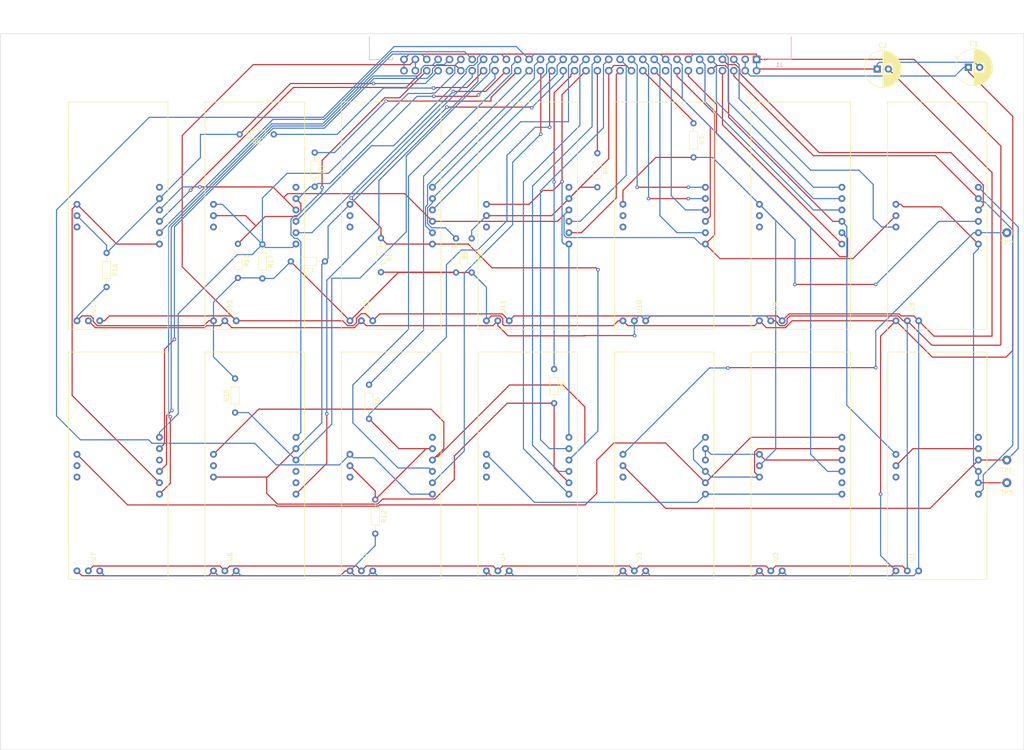
<source format=kicad_pcb>
(kicad_pcb (version 20171130) (host pcbnew "(5.0.0)")

  (general
    (thickness 1.6)
    (drawings 4)
    (tracks 792)
    (zones 0)
    (modules 35)
    (nets 65)
  )

  (page A4)
  (layers
    (0 F.Cu signal)
    (31 B.Cu signal)
    (32 B.Adhes user)
    (33 F.Adhes user)
    (34 B.Paste user)
    (35 F.Paste user)
    (36 B.SilkS user)
    (37 F.SilkS user)
    (38 B.Mask user)
    (39 F.Mask user)
    (40 Dwgs.User user)
    (41 Cmts.User user)
    (42 Eco1.User user)
    (43 Eco2.User user)
    (44 Edge.Cuts user)
    (45 Margin user)
    (46 B.CrtYd user)
    (47 F.CrtYd user)
    (48 B.Fab user)
    (49 F.Fab user)
  )

  (setup
    (last_trace_width 0.25)
    (trace_clearance 0.2)
    (zone_clearance 0.508)
    (zone_45_only no)
    (trace_min 0.2)
    (segment_width 0.2)
    (edge_width 0.1)
    (via_size 0.8)
    (via_drill 0.4)
    (via_min_size 0.4)
    (via_min_drill 0.3)
    (uvia_size 0.3)
    (uvia_drill 0.1)
    (uvias_allowed no)
    (uvia_min_size 0.2)
    (uvia_min_drill 0.1)
    (pcb_text_width 0.3)
    (pcb_text_size 1.5 1.5)
    (mod_edge_width 0.15)
    (mod_text_size 1 1)
    (mod_text_width 0.15)
    (pad_size 1.5 1.5)
    (pad_drill 0.6)
    (pad_to_mask_clearance 0)
    (aux_axis_origin 0 0)
    (visible_elements 7FFFFFFF)
    (pcbplotparams
      (layerselection 0x010fc_ffffffff)
      (usegerberextensions false)
      (usegerberattributes false)
      (usegerberadvancedattributes false)
      (creategerberjobfile false)
      (excludeedgelayer true)
      (linewidth 0.100000)
      (plotframeref false)
      (viasonmask false)
      (mode 1)
      (useauxorigin false)
      (hpglpennumber 1)
      (hpglpenspeed 20)
      (hpglpendiameter 15.000000)
      (psnegative false)
      (psa4output false)
      (plotreference true)
      (plotvalue true)
      (plotinvisibletext false)
      (padsonsilk false)
      (subtractmaskfromsilk false)
      (outputformat 1)
      (mirror false)
      (drillshape 1)
      (scaleselection 1)
      (outputdirectory ""))
  )

  (net 0 "")
  (net 1 {Gn})
  (net 2 {Jn})
  (net 3 {Mn})
  (net 4 {An})
  (net 5 {Qn})
  (net 6 Wn)
  (net 7 Mn)
  (net 8 An)
  (net 9 Gn)
  (net 10 Jn)
  (net 11 Qn)
  (net 12 TP1)
  (net 13 TP2)
  (net 14 TP3)
  (net 15 Fn)
  (net 16 "Net-(U1-Pad12)")
  (net 17 VTG)
  (net 18 Yn)
  (net 19 Xn)
  (net 20 MTF)
  (net 21 JTF)
  (net 22 IIn)
  (net 23 ATF)
  (net 24 DTF)
  (net 25 QTF)
  (net 26 Cn)
  (net 27 RTG)
  (net 28 FTG)
  (net 29 LTG)
  (net 30 An-7|IPn)
  (net 31 PTGb)
  (net 32 IPn)
  (net 33 PTGa)
  (net 34 GTJ)
  (net 35 GTM)
  (net 36 WTM)
  (net 37 GTA)
  (net 38 GTQ)
  (net 39 6v)
  (net 40 Neg6v)
  (net 41 GND)
  (net 42 Gn-)
  (net 43 JTG-|NC)
  (net 44 0TG-)
  (net 45 Jn-)
  (net 46 0TJ-)
  (net 47 M-TF)
  (net 48 Mn-)
  (net 49 IPn-)
  (net 50 0TM-)
  (net 51 0TIP-)
  (net 52 {IPn})
  (net 53 0TA-)
  (net 54 STOREnx-)
  (net 55 An-)
  (net 56 0TQ-)
  (net 57 Qn-)
  (net 58 STOREn-)
  (net 59 Xn-)
  (net 60 Yn-)
  (net 61 Cn-1)
  (net 62 MTIP)
  (net 63 FnL)
  (net 64 FnR)

  (net_class Default "This is the default net class."
    (clearance 0.2)
    (trace_width 0.25)
    (via_dia 0.8)
    (via_drill 0.4)
    (uvia_dia 0.3)
    (uvia_drill 0.1)
    (add_net 0TA-)
    (add_net 0TG-)
    (add_net 0TIP-)
    (add_net 0TJ-)
    (add_net 0TM-)
    (add_net 0TQ-)
    (add_net 6v)
    (add_net ATF)
    (add_net An)
    (add_net An-)
    (add_net An-7|IPn)
    (add_net Cn)
    (add_net Cn-1)
    (add_net DTF)
    (add_net FTG)
    (add_net Fn)
    (add_net FnL)
    (add_net FnR)
    (add_net GND)
    (add_net GTA)
    (add_net GTJ)
    (add_net GTM)
    (add_net GTQ)
    (add_net Gn)
    (add_net Gn-)
    (add_net IIn)
    (add_net IPn)
    (add_net IPn-)
    (add_net JTF)
    (add_net JTG-|NC)
    (add_net Jn)
    (add_net Jn-)
    (add_net LTG)
    (add_net M-TF)
    (add_net MTF)
    (add_net MTIP)
    (add_net Mn)
    (add_net Mn-)
    (add_net Neg6v)
    (add_net "Net-(U1-Pad12)")
    (add_net PTGa)
    (add_net PTGb)
    (add_net QTF)
    (add_net Qn)
    (add_net Qn-)
    (add_net RTG)
    (add_net STOREn-)
    (add_net STOREnx-)
    (add_net TP1)
    (add_net TP2)
    (add_net TP3)
    (add_net VTG)
    (add_net WTM)
    (add_net Wn)
    (add_net Xn)
    (add_net Xn-)
    (add_net Yn)
    (add_net Yn-)
    (add_net {An})
    (add_net {Gn})
    (add_net {IPn})
    (add_net {Jn})
    (add_net {Mn})
    (add_net {Qn})
  )

  (module ELLIOTT:LSA (layer F.Cu) (tedit 5C2F96A4) (tstamp 5C3BE7AF)
    (at 228.6 86.36 90)
    (path /5C38012C)
    (fp_text reference U8 (at 0 0.5 90) (layer F.SilkS)
      (effects (font (size 1 1) (thickness 0.15)))
    )
    (fp_text value LS01 (at 0 -0.5 90) (layer F.Fab)
      (effects (font (size 1 1) (thickness 0.15)))
    )
    (fp_line (start -5.08 -5.08) (end 45.72 -5.08) (layer F.SilkS) (width 0.15))
    (fp_line (start 45.72 -5.08) (end 45.72 17.145) (layer F.SilkS) (width 0.15))
    (fp_line (start 45.72 17.145) (end -5.08 17.145) (layer F.SilkS) (width 0.15))
    (fp_line (start -5.08 17.145) (end -5.08 -5.08) (layer F.SilkS) (width 0.15))
    (pad 21 thru_hole circle (at -3.175 -3.175 90) (size 1.524 1.524) (drill 0.762) (layers *.Cu *.Mask)
      (net 39 6v))
    (pad 22 thru_hole circle (at -3.175 -0.635 90) (size 1.524 1.524) (drill 0.762) (layers *.Cu *.Mask)
      (net 41 GND))
    (pad 23 thru_hole circle (at -3.175 1.905 90) (size 1.524 1.524) (drill 0.762) (layers *.Cu *.Mask)
      (net 40 Neg6v))
    (pad 1 thru_hole circle (at 13.97 15.24 90) (size 1.524 1.524) (drill 0.762) (layers *.Cu *.Mask)
      (net 14 TP3))
    (pad 2 thru_hole circle (at 16.51 15.24 90) (size 1.524 1.524) (drill 0.762) (layers *.Cu *.Mask)
      (net 13 TP2))
    (pad 3 thru_hole circle (at 19.05 15.24 90) (size 1.524 1.524) (drill 0.762) (layers *.Cu *.Mask)
      (net 42 Gn-))
    (pad 4 thru_hole circle (at 21.59 15.24 90) (size 1.524 1.524) (drill 0.762) (layers *.Cu *.Mask)
      (net 43 JTG-|NC))
    (pad 5 thru_hole circle (at 24.13 15.24 90) (size 1.524 1.524) (drill 0.762) (layers *.Cu *.Mask)
      (net 61 Cn-1))
    (pad 6 thru_hole circle (at 26.67 15.24 90) (size 1.524 1.524) (drill 0.762) (layers *.Cu *.Mask)
      (net 12 TP1))
    (pad 11 thru_hole circle (at 17.78 -3.175 90) (size 1.524 1.524) (drill 0.762) (layers *.Cu *.Mask)
      (net 26 Cn))
    (pad 12 thru_hole circle (at 20.32 -3.175 90) (size 1.524 1.524) (drill 0.762) (layers *.Cu *.Mask)
      (net 9 Gn))
    (pad 13 thru_hole circle (at 22.86 -3.175 90) (size 1.524 1.524) (drill 0.762) (layers *.Cu *.Mask)
      (net 14 TP3))
  )

  (module ELLIOTT:LSA (layer F.Cu) (tedit 5C2F96A4) (tstamp 5C3BF006)
    (at 228.6 142.24 90)
    (path /5C36C823)
    (fp_text reference U1 (at 0 0.5 90) (layer F.SilkS)
      (effects (font (size 1 1) (thickness 0.15)))
    )
    (fp_text value LS06 (at 0 -0.5 90) (layer F.Fab)
      (effects (font (size 1 1) (thickness 0.15)))
    )
    (fp_line (start -5.08 17.145) (end -5.08 -5.08) (layer F.SilkS) (width 0.15))
    (fp_line (start 45.72 17.145) (end -5.08 17.145) (layer F.SilkS) (width 0.15))
    (fp_line (start 45.72 -5.08) (end 45.72 17.145) (layer F.SilkS) (width 0.15))
    (fp_line (start -5.08 -5.08) (end 45.72 -5.08) (layer F.SilkS) (width 0.15))
    (pad 13 thru_hole circle (at 22.86 -3.175 90) (size 1.524 1.524) (drill 0.762) (layers *.Cu *.Mask)
      (net 15 Fn))
    (pad 12 thru_hole circle (at 20.32 -3.175 90) (size 1.524 1.524) (drill 0.762) (layers *.Cu *.Mask)
      (net 16 "Net-(U1-Pad12)"))
    (pad 11 thru_hole circle (at 17.78 -3.175 90) (size 1.524 1.524) (drill 0.762) (layers *.Cu *.Mask))
    (pad 6 thru_hole circle (at 26.67 15.24 90) (size 1.524 1.524) (drill 0.762) (layers *.Cu *.Mask))
    (pad 5 thru_hole circle (at 24.13 15.24 90) (size 1.524 1.524) (drill 0.762) (layers *.Cu *.Mask)
      (net 16 "Net-(U1-Pad12)"))
    (pad 4 thru_hole circle (at 21.59 15.24 90) (size 1.524 1.524) (drill 0.762) (layers *.Cu *.Mask)
      (net 12 TP1))
    (pad 3 thru_hole circle (at 19.05 15.24 90) (size 1.524 1.524) (drill 0.762) (layers *.Cu *.Mask)
      (net 14 TP3))
    (pad 2 thru_hole circle (at 16.51 15.24 90) (size 1.524 1.524) (drill 0.762) (layers *.Cu *.Mask)
      (net 14 TP3))
    (pad 1 thru_hole circle (at 13.97 15.24 90) (size 1.524 1.524) (drill 0.762) (layers *.Cu *.Mask)
      (net 61 Cn-1))
    (pad 23 thru_hole circle (at -3.175 1.905 90) (size 1.524 1.524) (drill 0.762) (layers *.Cu *.Mask)
      (net 40 Neg6v))
    (pad 22 thru_hole circle (at -3.175 -0.635 90) (size 1.524 1.524) (drill 0.762) (layers *.Cu *.Mask)
      (net 41 GND))
    (pad 21 thru_hole circle (at -3.175 -3.175 90) (size 1.524 1.524) (drill 0.762) (layers *.Cu *.Mask)
      (net 39 6v))
  )

  (module ELLIOTT:LSA (layer F.Cu) (tedit 5C2F96A4) (tstamp 5C3BE7FF)
    (at 106.68 86.36 90)
    (path /5C320DAB)
    (fp_text reference U12 (at 0 0.5 90) (layer F.SilkS)
      (effects (font (size 1 1) (thickness 0.15)))
    )
    (fp_text value LS05 (at 0 -0.5 90) (layer F.Fab)
      (effects (font (size 1 1) (thickness 0.15)))
    )
    (fp_line (start -5.08 -5.08) (end 45.72 -5.08) (layer F.SilkS) (width 0.15))
    (fp_line (start 45.72 -5.08) (end 45.72 17.145) (layer F.SilkS) (width 0.15))
    (fp_line (start 45.72 17.145) (end -5.08 17.145) (layer F.SilkS) (width 0.15))
    (fp_line (start -5.08 17.145) (end -5.08 -5.08) (layer F.SilkS) (width 0.15))
    (pad 21 thru_hole circle (at -3.175 -3.175 90) (size 1.524 1.524) (drill 0.762) (layers *.Cu *.Mask)
      (net 39 6v))
    (pad 22 thru_hole circle (at -3.175 -0.635 90) (size 1.524 1.524) (drill 0.762) (layers *.Cu *.Mask)
      (net 41 GND))
    (pad 23 thru_hole circle (at -3.175 1.905 90) (size 1.524 1.524) (drill 0.762) (layers *.Cu *.Mask)
      (net 40 Neg6v))
    (pad 1 thru_hole circle (at 13.97 15.24 90) (size 1.524 1.524) (drill 0.762) (layers *.Cu *.Mask)
      (net 7 Mn))
    (pad 2 thru_hole circle (at 16.51 15.24 90) (size 1.524 1.524) (drill 0.762) (layers *.Cu *.Mask)
      (net 50 0TM-))
    (pad 3 thru_hole circle (at 19.05 15.24 90) (size 1.524 1.524) (drill 0.762) (layers *.Cu *.Mask)
      (net 9 Gn))
    (pad 4 thru_hole circle (at 21.59 15.24 90) (size 1.524 1.524) (drill 0.762) (layers *.Cu *.Mask)
      (net 35 GTM))
    (pad 5 thru_hole circle (at 24.13 15.24 90) (size 1.524 1.524) (drill 0.762) (layers *.Cu *.Mask)
      (net 6 Wn))
    (pad 6 thru_hole circle (at 26.67 15.24 90) (size 1.524 1.524) (drill 0.762) (layers *.Cu *.Mask)
      (net 36 WTM))
    (pad 11 thru_hole circle (at 17.78 -3.175 90) (size 1.524 1.524) (drill 0.762) (layers *.Cu *.Mask))
    (pad 12 thru_hole circle (at 20.32 -3.175 90) (size 1.524 1.524) (drill 0.762) (layers *.Cu *.Mask))
    (pad 13 thru_hole circle (at 22.86 -3.175 90) (size 1.524 1.524) (drill 0.762) (layers *.Cu *.Mask)
      (net 48 Mn-))
  )

  (module ELLIOTT:LSA (layer F.Cu) (tedit 5C2F96A4) (tstamp 5C3BE7EB)
    (at 137.16 86.36 90)
    (path /5C39493B)
    (fp_text reference U11 (at 0 0.5 90) (layer F.SilkS)
      (effects (font (size 1 1) (thickness 0.15)))
    )
    (fp_text value LS06 (at 0 -0.5 90) (layer F.Fab)
      (effects (font (size 1 1) (thickness 0.15)))
    )
    (fp_line (start -5.08 17.145) (end -5.08 -5.08) (layer F.SilkS) (width 0.15))
    (fp_line (start 45.72 17.145) (end -5.08 17.145) (layer F.SilkS) (width 0.15))
    (fp_line (start 45.72 -5.08) (end 45.72 17.145) (layer F.SilkS) (width 0.15))
    (fp_line (start -5.08 -5.08) (end 45.72 -5.08) (layer F.SilkS) (width 0.15))
    (pad 13 thru_hole circle (at 22.86 -3.175 90) (size 1.524 1.524) (drill 0.762) (layers *.Cu *.Mask)
      (net 10 Jn))
    (pad 12 thru_hole circle (at 20.32 -3.175 90) (size 1.524 1.524) (drill 0.762) (layers *.Cu *.Mask)
      (net 45 Jn-))
    (pad 11 thru_hole circle (at 17.78 -3.175 90) (size 1.524 1.524) (drill 0.762) (layers *.Cu *.Mask))
    (pad 6 thru_hole circle (at 26.67 15.24 90) (size 1.524 1.524) (drill 0.762) (layers *.Cu *.Mask))
    (pad 5 thru_hole circle (at 24.13 15.24 90) (size 1.524 1.524) (drill 0.762) (layers *.Cu *.Mask)
      (net 45 Jn-))
    (pad 4 thru_hole circle (at 21.59 15.24 90) (size 1.524 1.524) (drill 0.762) (layers *.Cu *.Mask)
      (net 9 Gn))
    (pad 3 thru_hole circle (at 19.05 15.24 90) (size 1.524 1.524) (drill 0.762) (layers *.Cu *.Mask)
      (net 34 GTJ))
    (pad 2 thru_hole circle (at 16.51 15.24 90) (size 1.524 1.524) (drill 0.762) (layers *.Cu *.Mask)
      (net 46 0TJ-))
    (pad 1 thru_hole circle (at 13.97 15.24 90) (size 1.524 1.524) (drill 0.762) (layers *.Cu *.Mask)
      (net 10 Jn))
    (pad 23 thru_hole circle (at -3.175 1.905 90) (size 1.524 1.524) (drill 0.762) (layers *.Cu *.Mask)
      (net 40 Neg6v))
    (pad 22 thru_hole circle (at -3.175 -0.635 90) (size 1.524 1.524) (drill 0.762) (layers *.Cu *.Mask)
      (net 41 GND))
    (pad 21 thru_hole circle (at -3.175 -3.175 90) (size 1.524 1.524) (drill 0.762) (layers *.Cu *.Mask)
      (net 39 6v))
  )

  (module ELLIOTT:LSA (layer F.Cu) (tedit 5C2F96A4) (tstamp 5C3C0021)
    (at 45.72 86.36 90)
    (path /5C337B23)
    (fp_text reference U14 (at 0 0.5 90) (layer F.SilkS)
      (effects (font (size 1 1) (thickness 0.15)))
    )
    (fp_text value LS06 (at 0 -0.5 90) (layer F.Fab)
      (effects (font (size 1 1) (thickness 0.15)))
    )
    (fp_line (start -5.08 -5.08) (end 45.72 -5.08) (layer F.SilkS) (width 0.15))
    (fp_line (start 45.72 -5.08) (end 45.72 17.145) (layer F.SilkS) (width 0.15))
    (fp_line (start 45.72 17.145) (end -5.08 17.145) (layer F.SilkS) (width 0.15))
    (fp_line (start -5.08 17.145) (end -5.08 -5.08) (layer F.SilkS) (width 0.15))
    (pad 21 thru_hole circle (at -3.175 -3.175 90) (size 1.524 1.524) (drill 0.762) (layers *.Cu *.Mask)
      (net 39 6v))
    (pad 22 thru_hole circle (at -3.175 -0.635 90) (size 1.524 1.524) (drill 0.762) (layers *.Cu *.Mask)
      (net 41 GND))
    (pad 23 thru_hole circle (at -3.175 1.905 90) (size 1.524 1.524) (drill 0.762) (layers *.Cu *.Mask)
      (net 40 Neg6v))
    (pad 1 thru_hole circle (at 13.97 15.24 90) (size 1.524 1.524) (drill 0.762) (layers *.Cu *.Mask)
      (net 11 Qn))
    (pad 2 thru_hole circle (at 16.51 15.24 90) (size 1.524 1.524) (drill 0.762) (layers *.Cu *.Mask)
      (net 56 0TQ-))
    (pad 3 thru_hole circle (at 19.05 15.24 90) (size 1.524 1.524) (drill 0.762) (layers *.Cu *.Mask)
      (net 38 GTQ))
    (pad 4 thru_hole circle (at 21.59 15.24 90) (size 1.524 1.524) (drill 0.762) (layers *.Cu *.Mask)
      (net 9 Gn))
    (pad 5 thru_hole circle (at 24.13 15.24 90) (size 1.524 1.524) (drill 0.762) (layers *.Cu *.Mask)
      (net 57 Qn-))
    (pad 6 thru_hole circle (at 26.67 15.24 90) (size 1.524 1.524) (drill 0.762) (layers *.Cu *.Mask))
    (pad 11 thru_hole circle (at 17.78 -3.175 90) (size 1.524 1.524) (drill 0.762) (layers *.Cu *.Mask))
    (pad 12 thru_hole circle (at 20.32 -3.175 90) (size 1.524 1.524) (drill 0.762) (layers *.Cu *.Mask)
      (net 57 Qn-))
    (pad 13 thru_hole circle (at 22.86 -3.175 90) (size 1.524 1.524) (drill 0.762) (layers *.Cu *.Mask)
      (net 11 Qn))
  )

  (module ELLIOTT:LSA (layer F.Cu) (tedit 5C2F96A4) (tstamp 5C3BE813)
    (at 76.2 86.36 90)
    (path /5C32906F)
    (fp_text reference U13 (at 0 0.5 90) (layer F.SilkS)
      (effects (font (size 1 1) (thickness 0.15)))
    )
    (fp_text value LS06 (at 0 -0.5 90) (layer F.Fab)
      (effects (font (size 1 1) (thickness 0.15)))
    )
    (fp_line (start -5.08 17.145) (end -5.08 -5.08) (layer F.SilkS) (width 0.15))
    (fp_line (start 45.72 17.145) (end -5.08 17.145) (layer F.SilkS) (width 0.15))
    (fp_line (start 45.72 -5.08) (end 45.72 17.145) (layer F.SilkS) (width 0.15))
    (fp_line (start -5.08 -5.08) (end 45.72 -5.08) (layer F.SilkS) (width 0.15))
    (pad 13 thru_hole circle (at 22.86 -3.175 90) (size 1.524 1.524) (drill 0.762) (layers *.Cu *.Mask)
      (net 8 An))
    (pad 12 thru_hole circle (at 20.32 -3.175 90) (size 1.524 1.524) (drill 0.762) (layers *.Cu *.Mask)
      (net 55 An-))
    (pad 11 thru_hole circle (at 17.78 -3.175 90) (size 1.524 1.524) (drill 0.762) (layers *.Cu *.Mask))
    (pad 6 thru_hole circle (at 26.67 15.24 90) (size 1.524 1.524) (drill 0.762) (layers *.Cu *.Mask))
    (pad 5 thru_hole circle (at 24.13 15.24 90) (size 1.524 1.524) (drill 0.762) (layers *.Cu *.Mask)
      (net 55 An-))
    (pad 4 thru_hole circle (at 21.59 15.24 90) (size 1.524 1.524) (drill 0.762) (layers *.Cu *.Mask)
      (net 9 Gn))
    (pad 3 thru_hole circle (at 19.05 15.24 90) (size 1.524 1.524) (drill 0.762) (layers *.Cu *.Mask)
      (net 37 GTA))
    (pad 2 thru_hole circle (at 16.51 15.24 90) (size 1.524 1.524) (drill 0.762) (layers *.Cu *.Mask)
      (net 53 0TA-))
    (pad 1 thru_hole circle (at 13.97 15.24 90) (size 1.524 1.524) (drill 0.762) (layers *.Cu *.Mask)
      (net 8 An))
    (pad 23 thru_hole circle (at -3.175 1.905 90) (size 1.524 1.524) (drill 0.762) (layers *.Cu *.Mask)
      (net 40 Neg6v))
    (pad 22 thru_hole circle (at -3.175 -0.635 90) (size 1.524 1.524) (drill 0.762) (layers *.Cu *.Mask)
      (net 41 GND))
    (pad 21 thru_hole circle (at -3.175 -3.175 90) (size 1.524 1.524) (drill 0.762) (layers *.Cu *.Mask)
      (net 39 6v))
  )

  (module ELLIOTT:R_Axial_DIN0204_L3.6mm_D1.6mm_P7.62mm_Horizontal (layer F.Cu) (tedit 5B9AA3EA) (tstamp 5C3BE5B1)
    (at 180.213 45.4025 270)
    (descr "Resistor, Axial_DIN0204 series, Axial, Horizontal, pin pitch=7.62mm, 0.167W, length*diameter=3.6*1.6mm^2, http://cdn-reichelt.de/documents/datenblatt/B400/1_4W%23YAG.pdf")
    (tags "Resistor Axial_DIN0204 series Axial Horizontal pin pitch 7.62mm 0.167W length 3.6mm diameter 1.6mm")
    (path /5C37702B)
    (fp_text reference R3 (at 3.81 -1.92 270) (layer F.SilkS)
      (effects (font (size 1 1) (thickness 0.15)))
    )
    (fp_text value 3k9 (at 3.81 1.92 270) (layer F.Fab)
      (effects (font (size 1 1) (thickness 0.15)))
    )
    (fp_line (start 1.89 -0.92) (end 1.89 0.92) (layer F.SilkS) (width 0.12))
    (fp_line (start 1.89 0.92) (end 5.73 0.92) (layer F.SilkS) (width 0.12))
    (fp_line (start 5.73 0.92) (end 5.73 -0.92) (layer F.SilkS) (width 0.12))
    (fp_line (start 5.73 -0.92) (end 1.89 -0.92) (layer F.SilkS) (width 0.12))
    (fp_line (start 0.94 0) (end 1.89 0) (layer F.SilkS) (width 0.12))
    (fp_line (start 6.68 0) (end 5.73 0) (layer F.SilkS) (width 0.12))
    (fp_line (start -1.05 -1.25) (end -1.05 1.25) (layer F.CrtYd) (width 0.05))
    (fp_line (start -1.05 1.25) (end 8.67 1.25) (layer F.CrtYd) (width 0.05))
    (fp_line (start 8.67 1.25) (end 8.67 -1.25) (layer F.CrtYd) (width 0.05))
    (fp_line (start 8.67 -1.25) (end -1.05 -1.25) (layer F.CrtYd) (width 0.05))
    (pad 1 thru_hole circle (at 0 0 270) (size 1.4 1.4) (drill 0.7) (layers *.Cu *.Mask)
      (net 1 {Gn}))
    (pad 2 thru_hole oval (at 7.62 0 270) (size 1.4 1.4) (drill 0.7) (layers *.Cu *.Mask)
      (net 42 Gn-))
    (model ${KISYS3DMOD}/Resistor_THT.3dshapes/R_Axial_DIN0204_L3.6mm_D1.6mm_P7.62mm_Horizontal.wrl
      (at (xyz 0 0 0))
      (scale (xyz 1 1 1))
      (rotate (xyz 0 0 0))
    )
  )

  (module ELLIOTT:R_Axial_DIN0204_L3.6mm_D1.6mm_P7.62mm_Horizontal (layer F.Cu) (tedit 5B9AA3EA) (tstamp 5C3BE5C1)
    (at 158.75 52.07 270)
    (descr "Resistor, Axial_DIN0204 series, Axial, Horizontal, pin pitch=7.62mm, 0.167W, length*diameter=3.6*1.6mm^2, http://cdn-reichelt.de/documents/datenblatt/B400/1_4W%23YAG.pdf")
    (tags "Resistor Axial_DIN0204 series Axial Horizontal pin pitch 7.62mm 0.167W length 3.6mm diameter 1.6mm")
    (path /5C394959)
    (fp_text reference R4 (at 3.81 -1.92 270) (layer F.SilkS)
      (effects (font (size 1 1) (thickness 0.15)))
    )
    (fp_text value 3k9 (at 3.81 1.92 270) (layer F.Fab)
      (effects (font (size 1 1) (thickness 0.15)))
    )
    (fp_line (start 8.67 -1.25) (end -1.05 -1.25) (layer F.CrtYd) (width 0.05))
    (fp_line (start 8.67 1.25) (end 8.67 -1.25) (layer F.CrtYd) (width 0.05))
    (fp_line (start -1.05 1.25) (end 8.67 1.25) (layer F.CrtYd) (width 0.05))
    (fp_line (start -1.05 -1.25) (end -1.05 1.25) (layer F.CrtYd) (width 0.05))
    (fp_line (start 6.68 0) (end 5.73 0) (layer F.SilkS) (width 0.12))
    (fp_line (start 0.94 0) (end 1.89 0) (layer F.SilkS) (width 0.12))
    (fp_line (start 5.73 -0.92) (end 1.89 -0.92) (layer F.SilkS) (width 0.12))
    (fp_line (start 5.73 0.92) (end 5.73 -0.92) (layer F.SilkS) (width 0.12))
    (fp_line (start 1.89 0.92) (end 5.73 0.92) (layer F.SilkS) (width 0.12))
    (fp_line (start 1.89 -0.92) (end 1.89 0.92) (layer F.SilkS) (width 0.12))
    (pad 2 thru_hole oval (at 7.62 0 270) (size 1.4 1.4) (drill 0.7) (layers *.Cu *.Mask)
      (net 45 Jn-))
    (pad 1 thru_hole circle (at 0 0 270) (size 1.4 1.4) (drill 0.7) (layers *.Cu *.Mask)
      (net 2 {Jn}))
    (model ${KISYS3DMOD}/Resistor_THT.3dshapes/R_Axial_DIN0204_L3.6mm_D1.6mm_P7.62mm_Horizontal.wrl
      (at (xyz 0 0 0))
      (scale (xyz 1 1 1))
      (rotate (xyz 0 0 0))
    )
  )

  (module ELLIOTT:R_Axial_DIN0204_L3.6mm_D1.6mm_P7.62mm_Horizontal (layer F.Cu) (tedit 5B9AA3EA) (tstamp 5C3BE5D1)
    (at 149.098 100.33 270)
    (descr "Resistor, Axial_DIN0204 series, Axial, Horizontal, pin pitch=7.62mm, 0.167W, length*diameter=3.6*1.6mm^2, http://cdn-reichelt.de/documents/datenblatt/B400/1_4W%23YAG.pdf")
    (tags "Resistor Axial_DIN0204 series Axial Horizontal pin pitch 7.62mm 0.167W length 3.6mm diameter 1.6mm")
    (path /5C84A8B2)
    (fp_text reference R5 (at 3.81 -1.92 270) (layer F.SilkS)
      (effects (font (size 1 1) (thickness 0.15)))
    )
    (fp_text value 3k9 (at 3.81 1.92 270) (layer F.Fab)
      (effects (font (size 1 1) (thickness 0.15)))
    )
    (fp_line (start 1.89 -0.92) (end 1.89 0.92) (layer F.SilkS) (width 0.12))
    (fp_line (start 1.89 0.92) (end 5.73 0.92) (layer F.SilkS) (width 0.12))
    (fp_line (start 5.73 0.92) (end 5.73 -0.92) (layer F.SilkS) (width 0.12))
    (fp_line (start 5.73 -0.92) (end 1.89 -0.92) (layer F.SilkS) (width 0.12))
    (fp_line (start 0.94 0) (end 1.89 0) (layer F.SilkS) (width 0.12))
    (fp_line (start 6.68 0) (end 5.73 0) (layer F.SilkS) (width 0.12))
    (fp_line (start -1.05 -1.25) (end -1.05 1.25) (layer F.CrtYd) (width 0.05))
    (fp_line (start -1.05 1.25) (end 8.67 1.25) (layer F.CrtYd) (width 0.05))
    (fp_line (start 8.67 1.25) (end 8.67 -1.25) (layer F.CrtYd) (width 0.05))
    (fp_line (start 8.67 -1.25) (end -1.05 -1.25) (layer F.CrtYd) (width 0.05))
    (pad 1 thru_hole circle (at 0 0 270) (size 1.4 1.4) (drill 0.7) (layers *.Cu *.Mask)
      (net 3 {Mn}))
    (pad 2 thru_hole oval (at 7.62 0 270) (size 1.4 1.4) (drill 0.7) (layers *.Cu *.Mask)
      (net 48 Mn-))
    (model ${KISYS3DMOD}/Resistor_THT.3dshapes/R_Axial_DIN0204_L3.6mm_D1.6mm_P7.62mm_Horizontal.wrl
      (at (xyz 0 0 0))
      (scale (xyz 1 1 1))
      (rotate (xyz 0 0 0))
    )
  )

  (module ELLIOTT:R_Axial_DIN0204_L3.6mm_D1.6mm_P7.62mm_Horizontal (layer F.Cu) (tedit 5B9AA3EA) (tstamp 5C3BE5E1)
    (at 107.76 103.822 270)
    (descr "Resistor, Axial_DIN0204 series, Axial, Horizontal, pin pitch=7.62mm, 0.167W, length*diameter=3.6*1.6mm^2, http://cdn-reichelt.de/documents/datenblatt/B400/1_4W%23YAG.pdf")
    (tags "Resistor Axial_DIN0204 series Axial Horizontal pin pitch 7.62mm 0.167W length 3.6mm diameter 1.6mm")
    (path /5C7FDF31)
    (fp_text reference R6 (at 3.81 -1.92 270) (layer F.SilkS)
      (effects (font (size 1 1) (thickness 0.15)))
    )
    (fp_text value 3k9 (at 3.81 1.92 270) (layer F.Fab)
      (effects (font (size 1 1) (thickness 0.15)))
    )
    (fp_line (start 1.89 -0.92) (end 1.89 0.92) (layer F.SilkS) (width 0.12))
    (fp_line (start 1.89 0.92) (end 5.73 0.92) (layer F.SilkS) (width 0.12))
    (fp_line (start 5.73 0.92) (end 5.73 -0.92) (layer F.SilkS) (width 0.12))
    (fp_line (start 5.73 -0.92) (end 1.89 -0.92) (layer F.SilkS) (width 0.12))
    (fp_line (start 0.94 0) (end 1.89 0) (layer F.SilkS) (width 0.12))
    (fp_line (start 6.68 0) (end 5.73 0) (layer F.SilkS) (width 0.12))
    (fp_line (start -1.05 -1.25) (end -1.05 1.25) (layer F.CrtYd) (width 0.05))
    (fp_line (start -1.05 1.25) (end 8.67 1.25) (layer F.CrtYd) (width 0.05))
    (fp_line (start 8.67 1.25) (end 8.67 -1.25) (layer F.CrtYd) (width 0.05))
    (fp_line (start 8.67 -1.25) (end -1.05 -1.25) (layer F.CrtYd) (width 0.05))
    (pad 1 thru_hole circle (at 0 0 270) (size 1.4 1.4) (drill 0.7) (layers *.Cu *.Mask)
      (net 52 {IPn}))
    (pad 2 thru_hole oval (at 7.62 0 270) (size 1.4 1.4) (drill 0.7) (layers *.Cu *.Mask)
      (net 49 IPn-))
    (model ${KISYS3DMOD}/Resistor_THT.3dshapes/R_Axial_DIN0204_L3.6mm_D1.6mm_P7.62mm_Horizontal.wrl
      (at (xyz 0 0 0))
      (scale (xyz 1 1 1))
      (rotate (xyz 0 0 0))
    )
  )

  (module ELLIOTT:R_Axial_DIN0204_L3.6mm_D1.6mm_P7.62mm_Horizontal (layer F.Cu) (tedit 5B9AA3EA) (tstamp 5C3BE5F1)
    (at 95.631 51.943 270)
    (descr "Resistor, Axial_DIN0204 series, Axial, Horizontal, pin pitch=7.62mm, 0.167W, length*diameter=3.6*1.6mm^2, http://cdn-reichelt.de/documents/datenblatt/B400/1_4W%23YAG.pdf")
    (tags "Resistor Axial_DIN0204 series Axial Horizontal pin pitch 7.62mm 0.167W length 3.6mm diameter 1.6mm")
    (path /5C340451)
    (fp_text reference R7 (at 3.81 -1.92 270) (layer F.SilkS)
      (effects (font (size 1 1) (thickness 0.15)))
    )
    (fp_text value 3k9 (at 3.81 1.92 270) (layer F.Fab)
      (effects (font (size 1 1) (thickness 0.15)))
    )
    (fp_line (start 1.89 -0.92) (end 1.89 0.92) (layer F.SilkS) (width 0.12))
    (fp_line (start 1.89 0.92) (end 5.73 0.92) (layer F.SilkS) (width 0.12))
    (fp_line (start 5.73 0.92) (end 5.73 -0.92) (layer F.SilkS) (width 0.12))
    (fp_line (start 5.73 -0.92) (end 1.89 -0.92) (layer F.SilkS) (width 0.12))
    (fp_line (start 0.94 0) (end 1.89 0) (layer F.SilkS) (width 0.12))
    (fp_line (start 6.68 0) (end 5.73 0) (layer F.SilkS) (width 0.12))
    (fp_line (start -1.05 -1.25) (end -1.05 1.25) (layer F.CrtYd) (width 0.05))
    (fp_line (start -1.05 1.25) (end 8.67 1.25) (layer F.CrtYd) (width 0.05))
    (fp_line (start 8.67 1.25) (end 8.67 -1.25) (layer F.CrtYd) (width 0.05))
    (fp_line (start 8.67 -1.25) (end -1.05 -1.25) (layer F.CrtYd) (width 0.05))
    (pad 1 thru_hole circle (at 0 0 270) (size 1.4 1.4) (drill 0.7) (layers *.Cu *.Mask)
      (net 4 {An}))
    (pad 2 thru_hole oval (at 7.62 0 270) (size 1.4 1.4) (drill 0.7) (layers *.Cu *.Mask)
      (net 55 An-))
    (model ${KISYS3DMOD}/Resistor_THT.3dshapes/R_Axial_DIN0204_L3.6mm_D1.6mm_P7.62mm_Horizontal.wrl
      (at (xyz 0 0 0))
      (scale (xyz 1 1 1))
      (rotate (xyz 0 0 0))
    )
  )

  (module ELLIOTT:R_Axial_DIN0204_L3.6mm_D1.6mm_P7.62mm_Horizontal (layer F.Cu) (tedit 5B9AA3EA) (tstamp 5C3BE601)
    (at 86.487 47.879 180)
    (descr "Resistor, Axial_DIN0204 series, Axial, Horizontal, pin pitch=7.62mm, 0.167W, length*diameter=3.6*1.6mm^2, http://cdn-reichelt.de/documents/datenblatt/B400/1_4W%23YAG.pdf")
    (tags "Resistor Axial_DIN0204 series Axial Horizontal pin pitch 7.62mm 0.167W length 3.6mm diameter 1.6mm")
    (path /5C3A9C8F)
    (fp_text reference R8 (at 3.81 -1.92 180) (layer F.SilkS)
      (effects (font (size 1 1) (thickness 0.15)))
    )
    (fp_text value 3k9 (at 3.81 1.92 180) (layer F.Fab)
      (effects (font (size 1 1) (thickness 0.15)))
    )
    (fp_line (start 1.89 -0.92) (end 1.89 0.92) (layer F.SilkS) (width 0.12))
    (fp_line (start 1.89 0.92) (end 5.73 0.92) (layer F.SilkS) (width 0.12))
    (fp_line (start 5.73 0.92) (end 5.73 -0.92) (layer F.SilkS) (width 0.12))
    (fp_line (start 5.73 -0.92) (end 1.89 -0.92) (layer F.SilkS) (width 0.12))
    (fp_line (start 0.94 0) (end 1.89 0) (layer F.SilkS) (width 0.12))
    (fp_line (start 6.68 0) (end 5.73 0) (layer F.SilkS) (width 0.12))
    (fp_line (start -1.05 -1.25) (end -1.05 1.25) (layer F.CrtYd) (width 0.05))
    (fp_line (start -1.05 1.25) (end 8.67 1.25) (layer F.CrtYd) (width 0.05))
    (fp_line (start 8.67 1.25) (end 8.67 -1.25) (layer F.CrtYd) (width 0.05))
    (fp_line (start 8.67 -1.25) (end -1.05 -1.25) (layer F.CrtYd) (width 0.05))
    (pad 1 thru_hole circle (at 0 0 180) (size 1.4 1.4) (drill 0.7) (layers *.Cu *.Mask)
      (net 5 {Qn}))
    (pad 2 thru_hole oval (at 7.62 0 180) (size 1.4 1.4) (drill 0.7) (layers *.Cu *.Mask)
      (net 57 Qn-))
    (model ${KISYS3DMOD}/Resistor_THT.3dshapes/R_Axial_DIN0204_L3.6mm_D1.6mm_P7.62mm_Horizontal.wrl
      (at (xyz 0 0 0))
      (scale (xyz 1 1 1))
      (rotate (xyz 0 0 0))
    )
  )

  (module ELLIOTT:R_Axial_DIN0204_L3.6mm_D1.6mm_P7.62mm_Horizontal (layer F.Cu) (tedit 5B9AA3EA) (tstamp 5C3BE611)
    (at 127.19 71.12 270)
    (descr "Resistor, Axial_DIN0204 series, Axial, Horizontal, pin pitch=7.62mm, 0.167W, length*diameter=3.6*1.6mm^2, http://cdn-reichelt.de/documents/datenblatt/B400/1_4W%23YAG.pdf")
    (tags "Resistor Axial_DIN0204 series Axial Horizontal pin pitch 7.62mm 0.167W length 3.6mm diameter 1.6mm")
    (path /5CDE2FF2)
    (fp_text reference R9 (at 3.81 -1.92 270) (layer F.SilkS)
      (effects (font (size 1 1) (thickness 0.15)))
    )
    (fp_text value 2k2 (at 3.81 1.92 270) (layer F.Fab)
      (effects (font (size 1 1) (thickness 0.15)))
    )
    (fp_line (start 1.89 -0.92) (end 1.89 0.92) (layer F.SilkS) (width 0.12))
    (fp_line (start 1.89 0.92) (end 5.73 0.92) (layer F.SilkS) (width 0.12))
    (fp_line (start 5.73 0.92) (end 5.73 -0.92) (layer F.SilkS) (width 0.12))
    (fp_line (start 5.73 -0.92) (end 1.89 -0.92) (layer F.SilkS) (width 0.12))
    (fp_line (start 0.94 0) (end 1.89 0) (layer F.SilkS) (width 0.12))
    (fp_line (start 6.68 0) (end 5.73 0) (layer F.SilkS) (width 0.12))
    (fp_line (start -1.05 -1.25) (end -1.05 1.25) (layer F.CrtYd) (width 0.05))
    (fp_line (start -1.05 1.25) (end 8.67 1.25) (layer F.CrtYd) (width 0.05))
    (fp_line (start 8.67 1.25) (end 8.67 -1.25) (layer F.CrtYd) (width 0.05))
    (fp_line (start 8.67 -1.25) (end -1.05 -1.25) (layer F.CrtYd) (width 0.05))
    (pad 1 thru_hole circle (at 0 0 270) (size 1.4 1.4) (drill 0.7) (layers *.Cu *.Mask)
      (net 6 Wn))
    (pad 2 thru_hole oval (at 7.62 0 270) (size 1.4 1.4) (drill 0.7) (layers *.Cu *.Mask)
      (net 39 6v))
    (model ${KISYS3DMOD}/Resistor_THT.3dshapes/R_Axial_DIN0204_L3.6mm_D1.6mm_P7.62mm_Horizontal.wrl
      (at (xyz 0 0 0))
      (scale (xyz 1 1 1))
      (rotate (xyz 0 0 0))
    )
  )

  (module ELLIOTT:R_Axial_DIN0204_L3.6mm_D1.6mm_P7.62mm_Horizontal (layer F.Cu) (tedit 5B9AA3EA) (tstamp 5C3BE621)
    (at 130.683 71.12 270)
    (descr "Resistor, Axial_DIN0204 series, Axial, Horizontal, pin pitch=7.62mm, 0.167W, length*diameter=3.6*1.6mm^2, http://cdn-reichelt.de/documents/datenblatt/B400/1_4W%23YAG.pdf")
    (tags "Resistor Axial_DIN0204 series Axial Horizontal pin pitch 7.62mm 0.167W length 3.6mm diameter 1.6mm")
    (path /5C394962)
    (fp_text reference R10 (at 3.81 -1.92 270) (layer F.SilkS)
      (effects (font (size 1 1) (thickness 0.15)))
    )
    (fp_text value 1k (at 3.81 1.92 270) (layer F.Fab)
      (effects (font (size 1 1) (thickness 0.15)))
    )
    (fp_line (start 1.89 -0.92) (end 1.89 0.92) (layer F.SilkS) (width 0.12))
    (fp_line (start 1.89 0.92) (end 5.73 0.92) (layer F.SilkS) (width 0.12))
    (fp_line (start 5.73 0.92) (end 5.73 -0.92) (layer F.SilkS) (width 0.12))
    (fp_line (start 5.73 -0.92) (end 1.89 -0.92) (layer F.SilkS) (width 0.12))
    (fp_line (start 0.94 0) (end 1.89 0) (layer F.SilkS) (width 0.12))
    (fp_line (start 6.68 0) (end 5.73 0) (layer F.SilkS) (width 0.12))
    (fp_line (start -1.05 -1.25) (end -1.05 1.25) (layer F.CrtYd) (width 0.05))
    (fp_line (start -1.05 1.25) (end 8.67 1.25) (layer F.CrtYd) (width 0.05))
    (fp_line (start 8.67 1.25) (end 8.67 -1.25) (layer F.CrtYd) (width 0.05))
    (fp_line (start 8.67 -1.25) (end -1.05 -1.25) (layer F.CrtYd) (width 0.05))
    (pad 1 thru_hole circle (at 0 0 270) (size 1.4 1.4) (drill 0.7) (layers *.Cu *.Mask)
      (net 45 Jn-))
    (pad 2 thru_hole oval (at 7.62 0 270) (size 1.4 1.4) (drill 0.7) (layers *.Cu *.Mask)
      (net 39 6v))
    (model ${KISYS3DMOD}/Resistor_THT.3dshapes/R_Axial_DIN0204_L3.6mm_D1.6mm_P7.62mm_Horizontal.wrl
      (at (xyz 0 0 0))
      (scale (xyz 1 1 1))
      (rotate (xyz 0 0 0))
    )
  )

  (module ELLIOTT:R_Axial_DIN0204_L3.6mm_D1.6mm_P7.62mm_Horizontal (layer F.Cu) (tedit 5B9AA3EA) (tstamp 5C313948)
    (at 97.917 76.2635 180)
    (descr "Resistor, Axial_DIN0204 series, Axial, Horizontal, pin pitch=7.62mm, 0.167W, length*diameter=3.6*1.6mm^2, http://cdn-reichelt.de/documents/datenblatt/B400/1_4W%23YAG.pdf")
    (tags "Resistor Axial_DIN0204 series Axial Horizontal pin pitch 7.62mm 0.167W length 3.6mm diameter 1.6mm")
    (path /5CDE5AEC)
    (fp_text reference R11 (at 3.81 -1.92 180) (layer F.SilkS)
      (effects (font (size 1 1) (thickness 0.15)))
    )
    (fp_text value 1k (at 3.81 1.92 180) (layer F.Fab)
      (effects (font (size 1 1) (thickness 0.15)))
    )
    (fp_line (start 8.67 -1.25) (end -1.05 -1.25) (layer F.CrtYd) (width 0.05))
    (fp_line (start 8.67 1.25) (end 8.67 -1.25) (layer F.CrtYd) (width 0.05))
    (fp_line (start -1.05 1.25) (end 8.67 1.25) (layer F.CrtYd) (width 0.05))
    (fp_line (start -1.05 -1.25) (end -1.05 1.25) (layer F.CrtYd) (width 0.05))
    (fp_line (start 6.68 0) (end 5.73 0) (layer F.SilkS) (width 0.12))
    (fp_line (start 0.94 0) (end 1.89 0) (layer F.SilkS) (width 0.12))
    (fp_line (start 5.73 -0.92) (end 1.89 -0.92) (layer F.SilkS) (width 0.12))
    (fp_line (start 5.73 0.92) (end 5.73 -0.92) (layer F.SilkS) (width 0.12))
    (fp_line (start 1.89 0.92) (end 5.73 0.92) (layer F.SilkS) (width 0.12))
    (fp_line (start 1.89 -0.92) (end 1.89 0.92) (layer F.SilkS) (width 0.12))
    (pad 2 thru_hole oval (at 7.62 0 180) (size 1.4 1.4) (drill 0.7) (layers *.Cu *.Mask)
      (net 39 6v))
    (pad 1 thru_hole circle (at 0 0 180) (size 1.4 1.4) (drill 0.7) (layers *.Cu *.Mask)
      (net 48 Mn-))
    (model ${KISYS3DMOD}/Resistor_THT.3dshapes/R_Axial_DIN0204_L3.6mm_D1.6mm_P7.62mm_Horizontal.wrl
      (at (xyz 0 0 0))
      (scale (xyz 1 1 1))
      (rotate (xyz 0 0 0))
    )
  )

  (module ELLIOTT:R_Axial_DIN0204_L3.6mm_D1.6mm_P7.62mm_Horizontal (layer F.Cu) (tedit 5B9AA3EA) (tstamp 5C3BE641)
    (at 109.156 129.476 270)
    (descr "Resistor, Axial_DIN0204 series, Axial, Horizontal, pin pitch=7.62mm, 0.167W, length*diameter=3.6*1.6mm^2, http://cdn-reichelt.de/documents/datenblatt/B400/1_4W%23YAG.pdf")
    (tags "Resistor Axial_DIN0204 series Axial Horizontal pin pitch 7.62mm 0.167W length 3.6mm diameter 1.6mm")
    (path /5C7FDF3F)
    (fp_text reference R12 (at 3.81 -1.92 270) (layer F.SilkS)
      (effects (font (size 1 1) (thickness 0.15)))
    )
    (fp_text value 1k (at 3.81 1.92 270) (layer F.Fab)
      (effects (font (size 1 1) (thickness 0.15)))
    )
    (fp_line (start 8.67 -1.25) (end -1.05 -1.25) (layer F.CrtYd) (width 0.05))
    (fp_line (start 8.67 1.25) (end 8.67 -1.25) (layer F.CrtYd) (width 0.05))
    (fp_line (start -1.05 1.25) (end 8.67 1.25) (layer F.CrtYd) (width 0.05))
    (fp_line (start -1.05 -1.25) (end -1.05 1.25) (layer F.CrtYd) (width 0.05))
    (fp_line (start 6.68 0) (end 5.73 0) (layer F.SilkS) (width 0.12))
    (fp_line (start 0.94 0) (end 1.89 0) (layer F.SilkS) (width 0.12))
    (fp_line (start 5.73 -0.92) (end 1.89 -0.92) (layer F.SilkS) (width 0.12))
    (fp_line (start 5.73 0.92) (end 5.73 -0.92) (layer F.SilkS) (width 0.12))
    (fp_line (start 1.89 0.92) (end 5.73 0.92) (layer F.SilkS) (width 0.12))
    (fp_line (start 1.89 -0.92) (end 1.89 0.92) (layer F.SilkS) (width 0.12))
    (pad 2 thru_hole oval (at 7.62 0 270) (size 1.4 1.4) (drill 0.7) (layers *.Cu *.Mask)
      (net 39 6v))
    (pad 1 thru_hole circle (at 0 0 270) (size 1.4 1.4) (drill 0.7) (layers *.Cu *.Mask)
      (net 49 IPn-))
    (model ${KISYS3DMOD}/Resistor_THT.3dshapes/R_Axial_DIN0204_L3.6mm_D1.6mm_P7.62mm_Horizontal.wrl
      (at (xyz 0 0 0))
      (scale (xyz 1 1 1))
      (rotate (xyz 0 0 0))
    )
  )

  (module ELLIOTT:R_Axial_DIN0204_L3.6mm_D1.6mm_P7.62mm_Horizontal (layer F.Cu) (tedit 5B9AA3EA) (tstamp 5C3BE651)
    (at 78.486 72.3265 270)
    (descr "Resistor, Axial_DIN0204 series, Axial, Horizontal, pin pitch=7.62mm, 0.167W, length*diameter=3.6*1.6mm^2, http://cdn-reichelt.de/documents/datenblatt/B400/1_4W%23YAG.pdf")
    (tags "Resistor Axial_DIN0204 series Axial Horizontal pin pitch 7.62mm 0.167W length 3.6mm diameter 1.6mm")
    (path /5C6A4754)
    (fp_text reference R13 (at 3.81 -1.92 270) (layer F.SilkS)
      (effects (font (size 1 1) (thickness 0.15)))
    )
    (fp_text value 1k (at 3.81 1.92 270) (layer F.Fab)
      (effects (font (size 1 1) (thickness 0.15)))
    )
    (fp_line (start 1.89 -0.92) (end 1.89 0.92) (layer F.SilkS) (width 0.12))
    (fp_line (start 1.89 0.92) (end 5.73 0.92) (layer F.SilkS) (width 0.12))
    (fp_line (start 5.73 0.92) (end 5.73 -0.92) (layer F.SilkS) (width 0.12))
    (fp_line (start 5.73 -0.92) (end 1.89 -0.92) (layer F.SilkS) (width 0.12))
    (fp_line (start 0.94 0) (end 1.89 0) (layer F.SilkS) (width 0.12))
    (fp_line (start 6.68 0) (end 5.73 0) (layer F.SilkS) (width 0.12))
    (fp_line (start -1.05 -1.25) (end -1.05 1.25) (layer F.CrtYd) (width 0.05))
    (fp_line (start -1.05 1.25) (end 8.67 1.25) (layer F.CrtYd) (width 0.05))
    (fp_line (start 8.67 1.25) (end 8.67 -1.25) (layer F.CrtYd) (width 0.05))
    (fp_line (start 8.67 -1.25) (end -1.05 -1.25) (layer F.CrtYd) (width 0.05))
    (pad 1 thru_hole circle (at 0 0 270) (size 1.4 1.4) (drill 0.7) (layers *.Cu *.Mask)
      (net 55 An-))
    (pad 2 thru_hole oval (at 7.62 0 270) (size 1.4 1.4) (drill 0.7) (layers *.Cu *.Mask)
      (net 39 6v))
    (model ${KISYS3DMOD}/Resistor_THT.3dshapes/R_Axial_DIN0204_L3.6mm_D1.6mm_P7.62mm_Horizontal.wrl
      (at (xyz 0 0 0))
      (scale (xyz 1 1 1))
      (rotate (xyz 0 0 0))
    )
  )

  (module ELLIOTT:R_Axial_DIN0204_L3.6mm_D1.6mm_P7.62mm_Horizontal (layer F.Cu) (tedit 5B9AA3EA) (tstamp 5C3BFF91)
    (at 110.426 71.0565 270)
    (descr "Resistor, Axial_DIN0204 series, Axial, Horizontal, pin pitch=7.62mm, 0.167W, length*diameter=3.6*1.6mm^2, http://cdn-reichelt.de/documents/datenblatt/B400/1_4W%23YAG.pdf")
    (tags "Resistor Axial_DIN0204 series Axial Horizontal pin pitch 7.62mm 0.167W length 3.6mm diameter 1.6mm")
    (path /5CDE5BEE)
    (fp_text reference R14 (at 3.81 -1.92 270) (layer F.SilkS)
      (effects (font (size 1 1) (thickness 0.15)))
    )
    (fp_text value 1k (at 3.81 1.92 270) (layer F.Fab)
      (effects (font (size 1 1) (thickness 0.15)))
    )
    (fp_line (start 8.67 -1.25) (end -1.05 -1.25) (layer F.CrtYd) (width 0.05))
    (fp_line (start 8.67 1.25) (end 8.67 -1.25) (layer F.CrtYd) (width 0.05))
    (fp_line (start -1.05 1.25) (end 8.67 1.25) (layer F.CrtYd) (width 0.05))
    (fp_line (start -1.05 -1.25) (end -1.05 1.25) (layer F.CrtYd) (width 0.05))
    (fp_line (start 6.68 0) (end 5.73 0) (layer F.SilkS) (width 0.12))
    (fp_line (start 0.94 0) (end 1.89 0) (layer F.SilkS) (width 0.12))
    (fp_line (start 5.73 -0.92) (end 1.89 -0.92) (layer F.SilkS) (width 0.12))
    (fp_line (start 5.73 0.92) (end 5.73 -0.92) (layer F.SilkS) (width 0.12))
    (fp_line (start 1.89 0.92) (end 5.73 0.92) (layer F.SilkS) (width 0.12))
    (fp_line (start 1.89 -0.92) (end 1.89 0.92) (layer F.SilkS) (width 0.12))
    (pad 2 thru_hole oval (at 7.62 0 270) (size 1.4 1.4) (drill 0.7) (layers *.Cu *.Mask)
      (net 39 6v))
    (pad 1 thru_hole circle (at 0 0 270) (size 1.4 1.4) (drill 0.7) (layers *.Cu *.Mask)
      (net 7 Mn))
    (model ${KISYS3DMOD}/Resistor_THT.3dshapes/R_Axial_DIN0204_L3.6mm_D1.6mm_P7.62mm_Horizontal.wrl
      (at (xyz 0 0 0))
      (scale (xyz 1 1 1))
      (rotate (xyz 0 0 0))
    )
  )

  (module ELLIOTT:R_Axial_DIN0204_L3.6mm_D1.6mm_P7.62mm_Horizontal (layer F.Cu) (tedit 5B9AA3EA) (tstamp 5C3BE671)
    (at 77.851 110.046 90)
    (descr "Resistor, Axial_DIN0204 series, Axial, Horizontal, pin pitch=7.62mm, 0.167W, length*diameter=3.6*1.6mm^2, http://cdn-reichelt.de/documents/datenblatt/B400/1_4W%23YAG.pdf")
    (tags "Resistor Axial_DIN0204 series Axial Horizontal pin pitch 7.62mm 0.167W length 3.6mm diameter 1.6mm")
    (path /5CDE3220)
    (fp_text reference R15 (at 3.81 -1.92 90) (layer F.SilkS)
      (effects (font (size 1 1) (thickness 0.15)))
    )
    (fp_text value 2k2 (at 3.81 1.92 90) (layer F.Fab)
      (effects (font (size 1 1) (thickness 0.15)))
    )
    (fp_line (start 8.67 -1.25) (end -1.05 -1.25) (layer F.CrtYd) (width 0.05))
    (fp_line (start 8.67 1.25) (end 8.67 -1.25) (layer F.CrtYd) (width 0.05))
    (fp_line (start -1.05 1.25) (end 8.67 1.25) (layer F.CrtYd) (width 0.05))
    (fp_line (start -1.05 -1.25) (end -1.05 1.25) (layer F.CrtYd) (width 0.05))
    (fp_line (start 6.68 0) (end 5.73 0) (layer F.SilkS) (width 0.12))
    (fp_line (start 0.94 0) (end 1.89 0) (layer F.SilkS) (width 0.12))
    (fp_line (start 5.73 -0.92) (end 1.89 -0.92) (layer F.SilkS) (width 0.12))
    (fp_line (start 5.73 0.92) (end 5.73 -0.92) (layer F.SilkS) (width 0.12))
    (fp_line (start 1.89 0.92) (end 5.73 0.92) (layer F.SilkS) (width 0.12))
    (fp_line (start 1.89 -0.92) (end 1.89 0.92) (layer F.SilkS) (width 0.12))
    (pad 2 thru_hole oval (at 7.62 0 90) (size 1.4 1.4) (drill 0.7) (layers *.Cu *.Mask)
      (net 39 6v))
    (pad 1 thru_hole circle (at 0 0 90) (size 1.4 1.4) (drill 0.7) (layers *.Cu *.Mask)
      (net 54 STOREnx-))
    (model ${KISYS3DMOD}/Resistor_THT.3dshapes/R_Axial_DIN0204_L3.6mm_D1.6mm_P7.62mm_Horizontal.wrl
      (at (xyz 0 0 0))
      (scale (xyz 1 1 1))
      (rotate (xyz 0 0 0))
    )
  )

  (module ELLIOTT:R_Axial_DIN0204_L3.6mm_D1.6mm_P7.62mm_Horizontal (layer F.Cu) (tedit 5B9AA3EA) (tstamp 5C3BE681)
    (at 49.149 74.3585 270)
    (descr "Resistor, Axial_DIN0204 series, Axial, Horizontal, pin pitch=7.62mm, 0.167W, length*diameter=3.6*1.6mm^2, http://cdn-reichelt.de/documents/datenblatt/B400/1_4W%23YAG.pdf")
    (tags "Resistor Axial_DIN0204 series Axial Horizontal pin pitch 7.62mm 0.167W length 3.6mm diameter 1.6mm")
    (path /5C3A9C9D)
    (fp_text reference R16 (at 3.81 -1.92 270) (layer F.SilkS)
      (effects (font (size 1 1) (thickness 0.15)))
    )
    (fp_text value 1k (at 3.81 1.92 270) (layer F.Fab)
      (effects (font (size 1 1) (thickness 0.15)))
    )
    (fp_line (start 8.67 -1.25) (end -1.05 -1.25) (layer F.CrtYd) (width 0.05))
    (fp_line (start 8.67 1.25) (end 8.67 -1.25) (layer F.CrtYd) (width 0.05))
    (fp_line (start -1.05 1.25) (end 8.67 1.25) (layer F.CrtYd) (width 0.05))
    (fp_line (start -1.05 -1.25) (end -1.05 1.25) (layer F.CrtYd) (width 0.05))
    (fp_line (start 6.68 0) (end 5.73 0) (layer F.SilkS) (width 0.12))
    (fp_line (start 0.94 0) (end 1.89 0) (layer F.SilkS) (width 0.12))
    (fp_line (start 5.73 -0.92) (end 1.89 -0.92) (layer F.SilkS) (width 0.12))
    (fp_line (start 5.73 0.92) (end 5.73 -0.92) (layer F.SilkS) (width 0.12))
    (fp_line (start 1.89 0.92) (end 5.73 0.92) (layer F.SilkS) (width 0.12))
    (fp_line (start 1.89 -0.92) (end 1.89 0.92) (layer F.SilkS) (width 0.12))
    (pad 2 thru_hole oval (at 7.62 0 270) (size 1.4 1.4) (drill 0.7) (layers *.Cu *.Mask)
      (net 39 6v))
    (pad 1 thru_hole circle (at 0 0 270) (size 1.4 1.4) (drill 0.7) (layers *.Cu *.Mask)
      (net 57 Qn-))
    (model ${KISYS3DMOD}/Resistor_THT.3dshapes/R_Axial_DIN0204_L3.6mm_D1.6mm_P7.62mm_Horizontal.wrl
      (at (xyz 0 0 0))
      (scale (xyz 1 1 1))
      (rotate (xyz 0 0 0))
    )
  )

  (module ELLIOTT:R_Axial_DIN0204_L3.6mm_D1.6mm_P7.62mm_Horizontal (layer F.Cu) (tedit 5B9AA3EA) (tstamp 5C3BE691)
    (at 83.947 72.4535 270)
    (descr "Resistor, Axial_DIN0204 series, Axial, Horizontal, pin pitch=7.62mm, 0.167W, length*diameter=3.6*1.6mm^2, http://cdn-reichelt.de/documents/datenblatt/B400/1_4W%23YAG.pdf")
    (tags "Resistor Axial_DIN0204 series Axial Horizontal pin pitch 7.62mm 0.167W length 3.6mm diameter 1.6mm")
    (path /5C345B84)
    (fp_text reference R17 (at 3.81 -1.92 270) (layer F.SilkS)
      (effects (font (size 1 1) (thickness 0.15)))
    )
    (fp_text value 2k2 (at 3.81 1.92 270) (layer F.Fab)
      (effects (font (size 1 1) (thickness 0.15)))
    )
    (fp_line (start 8.67 -1.25) (end -1.05 -1.25) (layer F.CrtYd) (width 0.05))
    (fp_line (start 8.67 1.25) (end 8.67 -1.25) (layer F.CrtYd) (width 0.05))
    (fp_line (start -1.05 1.25) (end 8.67 1.25) (layer F.CrtYd) (width 0.05))
    (fp_line (start -1.05 -1.25) (end -1.05 1.25) (layer F.CrtYd) (width 0.05))
    (fp_line (start 6.68 0) (end 5.73 0) (layer F.SilkS) (width 0.12))
    (fp_line (start 0.94 0) (end 1.89 0) (layer F.SilkS) (width 0.12))
    (fp_line (start 5.73 -0.92) (end 1.89 -0.92) (layer F.SilkS) (width 0.12))
    (fp_line (start 5.73 0.92) (end 5.73 -0.92) (layer F.SilkS) (width 0.12))
    (fp_line (start 1.89 0.92) (end 5.73 0.92) (layer F.SilkS) (width 0.12))
    (fp_line (start 1.89 -0.92) (end 1.89 0.92) (layer F.SilkS) (width 0.12))
    (pad 2 thru_hole oval (at 7.62 0 270) (size 1.4 1.4) (drill 0.7) (layers *.Cu *.Mask)
      (net 39 6v))
    (pad 1 thru_hole circle (at 0 0 270) (size 1.4 1.4) (drill 0.7) (layers *.Cu *.Mask)
      (net 8 An))
    (model ${KISYS3DMOD}/Resistor_THT.3dshapes/R_Axial_DIN0204_L3.6mm_D1.6mm_P7.62mm_Horizontal.wrl
      (at (xyz 0 0 0))
      (scale (xyz 1 1 1))
      (rotate (xyz 0 0 0))
    )
  )

  (module Connector_Pin:Pin_D1.0mm_L10.0mm (layer F.Cu) (tedit 5A1DC084) (tstamp 5C3BE6FB)
    (at 250.19 120.65)
    (descr "solder Pin_ diameter 1.0mm, hole diameter 1.0mm (press fit), length 10.0mm")
    (tags "solder Pin_ press fit")
    (path /5C75527A)
    (fp_text reference TP1 (at 0 2.25) (layer F.SilkS)
      (effects (font (size 1 1) (thickness 0.15)))
    )
    (fp_text value P1 (at 0 -2.05) (layer F.Fab)
      (effects (font (size 1 1) (thickness 0.15)))
    )
    (fp_text user %R (at 0 2.25) (layer F.Fab)
      (effects (font (size 1 1) (thickness 0.15)))
    )
    (fp_circle (center 0 0) (end 1.5 0) (layer F.CrtYd) (width 0.05))
    (fp_circle (center 0 0) (end 0.5 0) (layer F.Fab) (width 0.12))
    (fp_circle (center 0 0) (end 1 0) (layer F.Fab) (width 0.12))
    (fp_circle (center 0 0) (end 1.25 0.05) (layer F.SilkS) (width 0.12))
    (pad 1 thru_hole circle (at 0 0) (size 2 2) (drill 1) (layers *.Cu *.Mask)
      (net 12 TP1))
    (model ${KISYS3DMOD}/Connector_Pin.3dshapes/Pin_D1.0mm_L10.0mm.wrl
      (at (xyz 0 0 0))
      (scale (xyz 1 1 1))
      (rotate (xyz 0 0 0))
    )
  )

  (module Connector_Pin:Pin_D1.0mm_L10.0mm (layer F.Cu) (tedit 5A1DC084) (tstamp 5C3BE705)
    (at 250.19 69.85)
    (descr "solder Pin_ diameter 1.0mm, hole diameter 1.0mm (press fit), length 10.0mm")
    (tags "solder Pin_ press fit")
    (path /5C7553D2)
    (fp_text reference TP2 (at 0 2.25) (layer F.SilkS)
      (effects (font (size 1 1) (thickness 0.15)))
    )
    (fp_text value P2 (at 0 -2.05) (layer F.Fab)
      (effects (font (size 1 1) (thickness 0.15)))
    )
    (fp_circle (center 0 0) (end 1.25 0.05) (layer F.SilkS) (width 0.12))
    (fp_circle (center 0 0) (end 1 0) (layer F.Fab) (width 0.12))
    (fp_circle (center 0 0) (end 0.5 0) (layer F.Fab) (width 0.12))
    (fp_circle (center 0 0) (end 1.5 0) (layer F.CrtYd) (width 0.05))
    (fp_text user %R (at 0 2.25) (layer F.Fab)
      (effects (font (size 1 1) (thickness 0.15)))
    )
    (pad 1 thru_hole circle (at 0 0) (size 2 2) (drill 1) (layers *.Cu *.Mask)
      (net 13 TP2))
    (model ${KISYS3DMOD}/Connector_Pin.3dshapes/Pin_D1.0mm_L10.0mm.wrl
      (at (xyz 0 0 0))
      (scale (xyz 1 1 1))
      (rotate (xyz 0 0 0))
    )
  )

  (module Connector_Pin:Pin_D1.0mm_L10.0mm (layer F.Cu) (tedit 5A1DC084) (tstamp 5C3BE70F)
    (at 250.19 125.73)
    (descr "solder Pin_ diameter 1.0mm, hole diameter 1.0mm (press fit), length 10.0mm")
    (tags "solder Pin_ press fit")
    (path /5C755519)
    (fp_text reference TP3 (at 0 2.25) (layer F.SilkS)
      (effects (font (size 1 1) (thickness 0.15)))
    )
    (fp_text value P3 (at 0 -2.05) (layer F.Fab)
      (effects (font (size 1 1) (thickness 0.15)))
    )
    (fp_text user %R (at 0 2.25) (layer F.Fab)
      (effects (font (size 1 1) (thickness 0.15)))
    )
    (fp_circle (center 0 0) (end 1.5 0) (layer F.CrtYd) (width 0.05))
    (fp_circle (center 0 0) (end 0.5 0) (layer F.Fab) (width 0.12))
    (fp_circle (center 0 0) (end 1 0) (layer F.Fab) (width 0.12))
    (fp_circle (center 0 0) (end 1.25 0.05) (layer F.SilkS) (width 0.12))
    (pad 1 thru_hole circle (at 0 0) (size 2 2) (drill 1) (layers *.Cu *.Mask)
      (net 14 TP3))
    (model ${KISYS3DMOD}/Connector_Pin.3dshapes/Pin_D1.0mm_L10.0mm.wrl
      (at (xyz 0 0 0))
      (scale (xyz 1 1 1))
      (rotate (xyz 0 0 0))
    )
  )

  (module ELLIOTT:LSA (layer F.Cu) (tedit 5C2F96A4) (tstamp 5C3BE737)
    (at 198.12 142.24 90)
    (path /5C36699F)
    (fp_text reference U2 (at 0 0.5 90) (layer F.SilkS)
      (effects (font (size 1 1) (thickness 0.15)))
    )
    (fp_text value LS03 (at 0 -0.5 90) (layer F.Fab)
      (effects (font (size 1 1) (thickness 0.15)))
    )
    (fp_line (start -5.08 -5.08) (end 45.72 -5.08) (layer F.SilkS) (width 0.15))
    (fp_line (start 45.72 -5.08) (end 45.72 17.145) (layer F.SilkS) (width 0.15))
    (fp_line (start 45.72 17.145) (end -5.08 17.145) (layer F.SilkS) (width 0.15))
    (fp_line (start -5.08 17.145) (end -5.08 -5.08) (layer F.SilkS) (width 0.15))
    (pad 21 thru_hole circle (at -3.175 -3.175 90) (size 1.524 1.524) (drill 0.762) (layers *.Cu *.Mask)
      (net 39 6v))
    (pad 22 thru_hole circle (at -3.175 -0.635 90) (size 1.524 1.524) (drill 0.762) (layers *.Cu *.Mask)
      (net 41 GND))
    (pad 23 thru_hole circle (at -3.175 1.905 90) (size 1.524 1.524) (drill 0.762) (layers *.Cu *.Mask)
      (net 40 Neg6v))
    (pad 1 thru_hole circle (at 13.97 15.24 90) (size 1.524 1.524) (drill 0.762) (layers *.Cu *.Mask)
      (net 59 Xn-))
    (pad 2 thru_hole circle (at 16.51 15.24 90) (size 1.524 1.524) (drill 0.762) (layers *.Cu *.Mask))
    (pad 3 thru_hole circle (at 19.05 15.24 90) (size 1.524 1.524) (drill 0.762) (layers *.Cu *.Mask)
      (net 17 VTG))
    (pad 4 thru_hole circle (at 21.59 15.24 90) (size 1.524 1.524) (drill 0.762) (layers *.Cu *.Mask)
      (net 18 Yn))
    (pad 5 thru_hole circle (at 24.13 15.24 90) (size 1.524 1.524) (drill 0.762) (layers *.Cu *.Mask)
      (net 19 Xn))
    (pad 6 thru_hole circle (at 26.67 15.24 90) (size 1.524 1.524) (drill 0.762) (layers *.Cu *.Mask)
      (net 60 Yn-))
    (pad 11 thru_hole circle (at 17.78 -3.175 90) (size 1.524 1.524) (drill 0.762) (layers *.Cu *.Mask)
      (net 19 Xn))
    (pad 12 thru_hole circle (at 20.32 -3.175 90) (size 1.524 1.524) (drill 0.762) (layers *.Cu *.Mask)
      (net 42 Gn-))
    (pad 13 thru_hole circle (at 22.86 -3.175 90) (size 1.524 1.524) (drill 0.762) (layers *.Cu *.Mask)
      (net 18 Yn))
  )

  (module ELLIOTT:LSA (layer F.Cu) (tedit 5C2F96A4) (tstamp 5C3BE74B)
    (at 167.64 142.24 90)
    (path /5C37F110)
    (fp_text reference U3 (at 0 0.5 90) (layer F.SilkS)
      (effects (font (size 1 1) (thickness 0.15)))
    )
    (fp_text value LS06 (at 0 -0.5 90) (layer F.Fab)
      (effects (font (size 1 1) (thickness 0.15)))
    )
    (fp_line (start -5.08 -5.08) (end 45.72 -5.08) (layer F.SilkS) (width 0.15))
    (fp_line (start 45.72 -5.08) (end 45.72 17.145) (layer F.SilkS) (width 0.15))
    (fp_line (start 45.72 17.145) (end -5.08 17.145) (layer F.SilkS) (width 0.15))
    (fp_line (start -5.08 17.145) (end -5.08 -5.08) (layer F.SilkS) (width 0.15))
    (pad 21 thru_hole circle (at -3.175 -3.175 90) (size 1.524 1.524) (drill 0.762) (layers *.Cu *.Mask)
      (net 39 6v))
    (pad 22 thru_hole circle (at -3.175 -0.635 90) (size 1.524 1.524) (drill 0.762) (layers *.Cu *.Mask)
      (net 41 GND))
    (pad 23 thru_hole circle (at -3.175 1.905 90) (size 1.524 1.524) (drill 0.762) (layers *.Cu *.Mask)
      (net 40 Neg6v))
    (pad 1 thru_hole circle (at 13.97 15.24 90) (size 1.524 1.524) (drill 0.762) (layers *.Cu *.Mask)
      (net 59 Xn-))
    (pad 2 thru_hole circle (at 16.51 15.24 90) (size 1.524 1.524) (drill 0.762) (layers *.Cu *.Mask)
      (net 60 Yn-))
    (pad 3 thru_hole circle (at 19.05 15.24 90) (size 1.524 1.524) (drill 0.762) (layers *.Cu *.Mask)
      (net 19 Xn))
    (pad 4 thru_hole circle (at 21.59 15.24 90) (size 1.524 1.524) (drill 0.762) (layers *.Cu *.Mask)
      (net 18 Yn))
    (pad 5 thru_hole circle (at 24.13 15.24 90) (size 1.524 1.524) (drill 0.762) (layers *.Cu *.Mask)
      (net 18 Yn))
    (pad 6 thru_hole circle (at 26.67 15.24 90) (size 1.524 1.524) (drill 0.762) (layers *.Cu *.Mask)
      (net 19 Xn))
    (pad 11 thru_hole circle (at 17.78 -3.175 90) (size 1.524 1.524) (drill 0.762) (layers *.Cu *.Mask))
    (pad 12 thru_hole circle (at 20.32 -3.175 90) (size 1.524 1.524) (drill 0.762) (layers *.Cu *.Mask)
      (net 12 TP1))
    (pad 13 thru_hole circle (at 22.86 -3.175 90) (size 1.524 1.524) (drill 0.762) (layers *.Cu *.Mask)
      (net 13 TP2))
  )

  (module ELLIOTT:LSA (layer F.Cu) (tedit 5C2F96A4) (tstamp 5C3BE75F)
    (at 137.16 142.24 90)
    (path /5C30981A)
    (fp_text reference U4 (at 0 0.5 90) (layer F.SilkS)
      (effects (font (size 1 1) (thickness 0.15)))
    )
    (fp_text value LS05 (at 0 -0.5 90) (layer F.Fab)
      (effects (font (size 1 1) (thickness 0.15)))
    )
    (fp_line (start -5.08 -5.08) (end 45.72 -5.08) (layer F.SilkS) (width 0.15))
    (fp_line (start 45.72 -5.08) (end 45.72 17.145) (layer F.SilkS) (width 0.15))
    (fp_line (start 45.72 17.145) (end -5.08 17.145) (layer F.SilkS) (width 0.15))
    (fp_line (start -5.08 17.145) (end -5.08 -5.08) (layer F.SilkS) (width 0.15))
    (pad 21 thru_hole circle (at -3.175 -3.175 90) (size 1.524 1.524) (drill 0.762) (layers *.Cu *.Mask)
      (net 39 6v))
    (pad 22 thru_hole circle (at -3.175 -0.635 90) (size 1.524 1.524) (drill 0.762) (layers *.Cu *.Mask)
      (net 41 GND))
    (pad 23 thru_hole circle (at -3.175 1.905 90) (size 1.524 1.524) (drill 0.762) (layers *.Cu *.Mask)
      (net 40 Neg6v))
    (pad 1 thru_hole circle (at 13.97 15.24 90) (size 1.524 1.524) (drill 0.762) (layers *.Cu *.Mask)
      (net 47 M-TF))
    (pad 2 thru_hole circle (at 16.51 15.24 90) (size 1.524 1.524) (drill 0.762) (layers *.Cu *.Mask)
      (net 48 Mn-))
    (pad 3 thru_hole circle (at 19.05 15.24 90) (size 1.524 1.524) (drill 0.762) (layers *.Cu *.Mask)
      (net 20 MTF))
    (pad 4 thru_hole circle (at 21.59 15.24 90) (size 1.524 1.524) (drill 0.762) (layers *.Cu *.Mask)
      (net 7 Mn))
    (pad 5 thru_hole circle (at 24.13 15.24 90) (size 1.524 1.524) (drill 0.762) (layers *.Cu *.Mask)
      (net 21 JTF))
    (pad 6 thru_hole circle (at 26.67 15.24 90) (size 1.524 1.524) (drill 0.762) (layers *.Cu *.Mask)
      (net 10 Jn))
    (pad 11 thru_hole circle (at 17.78 -3.175 90) (size 1.524 1.524) (drill 0.762) (layers *.Cu *.Mask))
    (pad 12 thru_hole circle (at 20.32 -3.175 90) (size 1.524 1.524) (drill 0.762) (layers *.Cu *.Mask))
    (pad 13 thru_hole circle (at 22.86 -3.175 90) (size 1.524 1.524) (drill 0.762) (layers *.Cu *.Mask)
      (net 59 Xn-))
  )

  (module ELLIOTT:LSA (layer F.Cu) (tedit 5C2F96A4) (tstamp 5C3BF394)
    (at 106.68 142.24 90)
    (path /5C327CE5)
    (fp_text reference U5 (at 0 0 90) (layer F.SilkS)
      (effects (font (size 1 1) (thickness 0.15)))
    )
    (fp_text value LS06 (at 0 -0.5 90) (layer F.Fab)
      (effects (font (size 1 1) (thickness 0.15)))
    )
    (fp_line (start -5.08 17.145) (end -5.08 -5.08) (layer F.SilkS) (width 0.15))
    (fp_line (start 45.72 17.145) (end -5.08 17.145) (layer F.SilkS) (width 0.15))
    (fp_line (start 45.72 -5.08) (end 45.72 17.145) (layer F.SilkS) (width 0.15))
    (fp_line (start -5.08 -5.08) (end 45.72 -5.08) (layer F.SilkS) (width 0.15))
    (pad 13 thru_hole circle (at 22.86 -3.175 90) (size 1.524 1.524) (drill 0.762) (layers *.Cu *.Mask)
      (net 32 IPn))
    (pad 12 thru_hole circle (at 20.32 -3.175 90) (size 1.524 1.524) (drill 0.762) (layers *.Cu *.Mask)
      (net 49 IPn-))
    (pad 11 thru_hole circle (at 17.78 -3.175 90) (size 1.524 1.524) (drill 0.762) (layers *.Cu *.Mask))
    (pad 6 thru_hole circle (at 26.67 15.24 90) (size 1.524 1.524) (drill 0.762) (layers *.Cu *.Mask))
    (pad 5 thru_hole circle (at 24.13 15.24 90) (size 1.524 1.524) (drill 0.762) (layers *.Cu *.Mask)
      (net 49 IPn-))
    (pad 4 thru_hole circle (at 21.59 15.24 90) (size 1.524 1.524) (drill 0.762) (layers *.Cu *.Mask)
      (net 7 Mn))
    (pad 3 thru_hole circle (at 19.05 15.24 90) (size 1.524 1.524) (drill 0.762) (layers *.Cu *.Mask)
      (net 62 MTIP))
    (pad 2 thru_hole circle (at 16.51 15.24 90) (size 1.524 1.524) (drill 0.762) (layers *.Cu *.Mask)
      (net 51 0TIP-))
    (pad 1 thru_hole circle (at 13.97 15.24 90) (size 1.524 1.524) (drill 0.762) (layers *.Cu *.Mask)
      (net 32 IPn))
    (pad 23 thru_hole circle (at -3.175 1.905 90) (size 1.524 1.524) (drill 0.762) (layers *.Cu *.Mask)
      (net 40 Neg6v))
    (pad 22 thru_hole circle (at -3.175 -0.635 90) (size 1.524 1.524) (drill 0.762) (layers *.Cu *.Mask)
      (net 41 GND))
    (pad 21 thru_hole circle (at -3.175 -3.175 90) (size 1.524 1.524) (drill 0.762) (layers *.Cu *.Mask)
      (net 39 6v))
  )

  (module ELLIOTT:LSA (layer F.Cu) (tedit 5C2F96A4) (tstamp 5C3BF553)
    (at 76.2 142.24 90)
    (path /5C32784B)
    (fp_text reference U6 (at 0 0.5 90) (layer F.SilkS)
      (effects (font (size 1 1) (thickness 0.15)))
    )
    (fp_text value LS02 (at 0 -0.5 90) (layer F.Fab)
      (effects (font (size 1 1) (thickness 0.15)))
    )
    (fp_line (start -5.08 -5.08) (end 45.72 -5.08) (layer F.SilkS) (width 0.15))
    (fp_line (start 45.72 -5.08) (end 45.72 17.145) (layer F.SilkS) (width 0.15))
    (fp_line (start 45.72 17.145) (end -5.08 17.145) (layer F.SilkS) (width 0.15))
    (fp_line (start -5.08 17.145) (end -5.08 -5.08) (layer F.SilkS) (width 0.15))
    (pad 21 thru_hole circle (at -3.175 -3.175 90) (size 1.524 1.524) (drill 0.762) (layers *.Cu *.Mask)
      (net 39 6v))
    (pad 22 thru_hole circle (at -3.175 -0.635 90) (size 1.524 1.524) (drill 0.762) (layers *.Cu *.Mask)
      (net 41 GND))
    (pad 23 thru_hole circle (at -3.175 1.905 90) (size 1.524 1.524) (drill 0.762) (layers *.Cu *.Mask)
      (net 40 Neg6v))
    (pad 1 thru_hole circle (at 13.97 15.24 90) (size 1.524 1.524) (drill 0.762) (layers *.Cu *.Mask)
      (net 22 IIn))
    (pad 2 thru_hole circle (at 16.51 15.24 90) (size 1.524 1.524) (drill 0.762) (layers *.Cu *.Mask))
    (pad 3 thru_hole circle (at 19.05 15.24 90) (size 1.524 1.524) (drill 0.762) (layers *.Cu *.Mask))
    (pad 4 thru_hole circle (at 21.59 15.24 90) (size 1.524 1.524) (drill 0.762) (layers *.Cu *.Mask)
      (net 54 STOREnx-))
    (pad 5 thru_hole circle (at 24.13 15.24 90) (size 1.524 1.524) (drill 0.762) (layers *.Cu *.Mask)
      (net 48 Mn-))
    (pad 6 thru_hole circle (at 26.67 15.24 90) (size 1.524 1.524) (drill 0.762) (layers *.Cu *.Mask)
      (net 58 STOREn-))
    (pad 11 thru_hole circle (at 17.78 -3.175 90) (size 1.524 1.524) (drill 0.762) (layers *.Cu *.Mask)
      (net 48 Mn-))
    (pad 12 thru_hole circle (at 20.32 -3.175 90) (size 1.524 1.524) (drill 0.762) (layers *.Cu *.Mask))
    (pad 13 thru_hole circle (at 22.86 -3.175 90) (size 1.524 1.524) (drill 0.762) (layers *.Cu *.Mask)
      (net 7 Mn))
  )

  (module ELLIOTT:LSA (layer F.Cu) (tedit 5C2F96A4) (tstamp 5C2FECD4)
    (at 45.72 142.24 90)
    (path /5C32E76F)
    (fp_text reference U7 (at 0 0.5 90) (layer F.SilkS)
      (effects (font (size 1 1) (thickness 0.15)))
    )
    (fp_text value LS05 (at 0 -0.5 90) (layer F.Fab)
      (effects (font (size 1 1) (thickness 0.15)))
    )
    (fp_line (start -5.08 17.145) (end -5.08 -5.08) (layer F.SilkS) (width 0.15))
    (fp_line (start 45.72 17.145) (end -5.08 17.145) (layer F.SilkS) (width 0.15))
    (fp_line (start 45.72 -5.08) (end 45.72 17.145) (layer F.SilkS) (width 0.15))
    (fp_line (start -5.08 -5.08) (end 45.72 -5.08) (layer F.SilkS) (width 0.15))
    (pad 13 thru_hole circle (at 22.86 -3.175 90) (size 1.524 1.524) (drill 0.762) (layers *.Cu *.Mask)
      (net 60 Yn-))
    (pad 12 thru_hole circle (at 20.32 -3.175 90) (size 1.524 1.524) (drill 0.762) (layers *.Cu *.Mask))
    (pad 11 thru_hole circle (at 17.78 -3.175 90) (size 1.524 1.524) (drill 0.762) (layers *.Cu *.Mask))
    (pad 6 thru_hole circle (at 26.67 15.24 90) (size 1.524 1.524) (drill 0.762) (layers *.Cu *.Mask)
      (net 8 An))
    (pad 5 thru_hole circle (at 24.13 15.24 90) (size 1.524 1.524) (drill 0.762) (layers *.Cu *.Mask)
      (net 23 ATF))
    (pad 4 thru_hole circle (at 21.59 15.24 90) (size 1.524 1.524) (drill 0.762) (layers *.Cu *.Mask))
    (pad 3 thru_hole circle (at 19.05 15.24 90) (size 1.524 1.524) (drill 0.762) (layers *.Cu *.Mask)
      (net 24 DTF))
    (pad 2 thru_hole circle (at 16.51 15.24 90) (size 1.524 1.524) (drill 0.762) (layers *.Cu *.Mask)
      (net 11 Qn))
    (pad 1 thru_hole circle (at 13.97 15.24 90) (size 1.524 1.524) (drill 0.762) (layers *.Cu *.Mask)
      (net 25 QTF))
    (pad 23 thru_hole circle (at -3.175 1.905 90) (size 1.524 1.524) (drill 0.762) (layers *.Cu *.Mask)
      (net 40 Neg6v))
    (pad 22 thru_hole circle (at -3.175 -0.635 90) (size 1.524 1.524) (drill 0.762) (layers *.Cu *.Mask)
      (net 41 GND))
    (pad 21 thru_hole circle (at -3.175 -3.175 90) (size 1.524 1.524) (drill 0.762) (layers *.Cu *.Mask)
      (net 39 6v))
  )

  (module ELLIOTT:LSA (layer F.Cu) (tedit 5C2F96A4) (tstamp 5C3BE7C3)
    (at 198.12 86.36 90)
    (path /5C324421)
    (fp_text reference U9 (at 0 0.5 90) (layer F.SilkS)
      (effects (font (size 1 1) (thickness 0.15)))
    )
    (fp_text value LS05 (at 0 -0.5 90) (layer F.Fab)
      (effects (font (size 1 1) (thickness 0.15)))
    )
    (fp_line (start -5.08 17.145) (end -5.08 -5.08) (layer F.SilkS) (width 0.15))
    (fp_line (start 45.72 17.145) (end -5.08 17.145) (layer F.SilkS) (width 0.15))
    (fp_line (start 45.72 -5.08) (end 45.72 17.145) (layer F.SilkS) (width 0.15))
    (fp_line (start -5.08 -5.08) (end 45.72 -5.08) (layer F.SilkS) (width 0.15))
    (pad 13 thru_hole circle (at 22.86 -3.175 90) (size 1.524 1.524) (drill 0.762) (layers *.Cu *.Mask)
      (net 42 Gn-))
    (pad 12 thru_hole circle (at 20.32 -3.175 90) (size 1.524 1.524) (drill 0.762) (layers *.Cu *.Mask))
    (pad 11 thru_hole circle (at 17.78 -3.175 90) (size 1.524 1.524) (drill 0.762) (layers *.Cu *.Mask))
    (pad 6 thru_hole circle (at 26.67 15.24 90) (size 1.524 1.524) (drill 0.762) (layers *.Cu *.Mask)
      (net 27 RTG))
    (pad 5 thru_hole circle (at 24.13 15.24 90) (size 1.524 1.524) (drill 0.762) (layers *.Cu *.Mask)
      (net 64 FnR))
    (pad 4 thru_hole circle (at 21.59 15.24 90) (size 1.524 1.524) (drill 0.762) (layers *.Cu *.Mask)
      (net 28 FTG))
    (pad 3 thru_hole circle (at 19.05 15.24 90) (size 1.524 1.524) (drill 0.762) (layers *.Cu *.Mask)
      (net 15 Fn))
    (pad 2 thru_hole circle (at 16.51 15.24 90) (size 1.524 1.524) (drill 0.762) (layers *.Cu *.Mask)
      (net 29 LTG))
    (pad 1 thru_hole circle (at 13.97 15.24 90) (size 1.524 1.524) (drill 0.762) (layers *.Cu *.Mask)
      (net 63 FnL))
    (pad 23 thru_hole circle (at -3.175 1.905 90) (size 1.524 1.524) (drill 0.762) (layers *.Cu *.Mask)
      (net 40 Neg6v))
    (pad 22 thru_hole circle (at -3.175 -0.635 90) (size 1.524 1.524) (drill 0.762) (layers *.Cu *.Mask)
      (net 41 GND))
    (pad 21 thru_hole circle (at -3.175 -3.175 90) (size 1.524 1.524) (drill 0.762) (layers *.Cu *.Mask)
      (net 39 6v))
  )

  (module ELLIOTT:LSA (layer F.Cu) (tedit 5C2F96A4) (tstamp 5C30D02F)
    (at 167.64 86.36 90)
    (path /5C37700D)
    (fp_text reference U10 (at 0 0.5 90) (layer F.SilkS)
      (effects (font (size 1 1) (thickness 0.15)))
    )
    (fp_text value LS05 (at 0 -0.5 90) (layer F.Fab)
      (effects (font (size 1 1) (thickness 0.15)))
    )
    (fp_line (start -5.08 17.145) (end -5.08 -5.08) (layer F.SilkS) (width 0.15))
    (fp_line (start 45.72 17.145) (end -5.08 17.145) (layer F.SilkS) (width 0.15))
    (fp_line (start 45.72 -5.08) (end 45.72 17.145) (layer F.SilkS) (width 0.15))
    (fp_line (start -5.08 -5.08) (end 45.72 -5.08) (layer F.SilkS) (width 0.15))
    (pad 13 thru_hole circle (at 22.86 -3.175 90) (size 1.524 1.524) (drill 0.762) (layers *.Cu *.Mask)
      (net 42 Gn-))
    (pad 12 thru_hole circle (at 20.32 -3.175 90) (size 1.524 1.524) (drill 0.762) (layers *.Cu *.Mask))
    (pad 11 thru_hole circle (at 17.78 -3.175 90) (size 1.524 1.524) (drill 0.762) (layers *.Cu *.Mask))
    (pad 6 thru_hole circle (at 26.67 15.24 90) (size 1.524 1.524) (drill 0.762) (layers *.Cu *.Mask)
      (net 30 An-7|IPn))
    (pad 5 thru_hole circle (at 24.13 15.24 90) (size 1.524 1.524) (drill 0.762) (layers *.Cu *.Mask)
      (net 31 PTGb))
    (pad 4 thru_hole circle (at 21.59 15.24 90) (size 1.524 1.524) (drill 0.762) (layers *.Cu *.Mask)
      (net 32 IPn))
    (pad 3 thru_hole circle (at 19.05 15.24 90) (size 1.524 1.524) (drill 0.762) (layers *.Cu *.Mask)
      (net 33 PTGa))
    (pad 2 thru_hole circle (at 16.51 15.24 90) (size 1.524 1.524) (drill 0.762) (layers *.Cu *.Mask)
      (net 44 0TG-))
    (pad 1 thru_hole circle (at 13.97 15.24 90) (size 1.524 1.524) (drill 0.762) (layers *.Cu *.Mask)
      (net 9 Gn))
    (pad 23 thru_hole circle (at -3.175 1.905 90) (size 1.524 1.524) (drill 0.762) (layers *.Cu *.Mask)
      (net 40 Neg6v))
    (pad 22 thru_hole circle (at -3.175 -0.635 90) (size 1.524 1.524) (drill 0.762) (layers *.Cu *.Mask)
      (net 41 GND))
    (pad 21 thru_hole circle (at -3.175 -3.175 90) (size 1.524 1.524) (drill 0.762) (layers *.Cu *.Mask)
      (net 39 6v))
  )

  (module Capacitor_THT:CP_Radial_D8.0mm_P2.50mm (layer F.Cu) (tedit 5AE50EF0) (tstamp 5C3BF4E0)
    (at 241.618 32.893)
    (descr "CP, Radial series, Radial, pin pitch=2.50mm, , diameter=8mm, Electrolytic Capacitor")
    (tags "CP Radial series Radial pin pitch 2.50mm  diameter 8mm Electrolytic Capacitor")
    (path /5C649A15)
    (fp_text reference C1 (at 1.25 -5.25) (layer F.SilkS)
      (effects (font (size 1 1) (thickness 0.15)))
    )
    (fp_text value 6u8 (at 1.25 5.25) (layer F.Fab)
      (effects (font (size 1 1) (thickness 0.15)))
    )
    (fp_text user %R (at 1.25 0) (layer F.Fab)
      (effects (font (size 1 1) (thickness 0.15)))
    )
    (fp_line (start -2.759698 -2.715) (end -2.759698 -1.915) (layer F.SilkS) (width 0.12))
    (fp_line (start -3.159698 -2.315) (end -2.359698 -2.315) (layer F.SilkS) (width 0.12))
    (fp_line (start 5.331 -0.533) (end 5.331 0.533) (layer F.SilkS) (width 0.12))
    (fp_line (start 5.291 -0.768) (end 5.291 0.768) (layer F.SilkS) (width 0.12))
    (fp_line (start 5.251 -0.948) (end 5.251 0.948) (layer F.SilkS) (width 0.12))
    (fp_line (start 5.211 -1.098) (end 5.211 1.098) (layer F.SilkS) (width 0.12))
    (fp_line (start 5.171 -1.229) (end 5.171 1.229) (layer F.SilkS) (width 0.12))
    (fp_line (start 5.131 -1.346) (end 5.131 1.346) (layer F.SilkS) (width 0.12))
    (fp_line (start 5.091 -1.453) (end 5.091 1.453) (layer F.SilkS) (width 0.12))
    (fp_line (start 5.051 -1.552) (end 5.051 1.552) (layer F.SilkS) (width 0.12))
    (fp_line (start 5.011 -1.645) (end 5.011 1.645) (layer F.SilkS) (width 0.12))
    (fp_line (start 4.971 -1.731) (end 4.971 1.731) (layer F.SilkS) (width 0.12))
    (fp_line (start 4.931 -1.813) (end 4.931 1.813) (layer F.SilkS) (width 0.12))
    (fp_line (start 4.891 -1.89) (end 4.891 1.89) (layer F.SilkS) (width 0.12))
    (fp_line (start 4.851 -1.964) (end 4.851 1.964) (layer F.SilkS) (width 0.12))
    (fp_line (start 4.811 -2.034) (end 4.811 2.034) (layer F.SilkS) (width 0.12))
    (fp_line (start 4.771 -2.102) (end 4.771 2.102) (layer F.SilkS) (width 0.12))
    (fp_line (start 4.731 -2.166) (end 4.731 2.166) (layer F.SilkS) (width 0.12))
    (fp_line (start 4.691 -2.228) (end 4.691 2.228) (layer F.SilkS) (width 0.12))
    (fp_line (start 4.651 -2.287) (end 4.651 2.287) (layer F.SilkS) (width 0.12))
    (fp_line (start 4.611 -2.345) (end 4.611 2.345) (layer F.SilkS) (width 0.12))
    (fp_line (start 4.571 -2.4) (end 4.571 2.4) (layer F.SilkS) (width 0.12))
    (fp_line (start 4.531 -2.454) (end 4.531 2.454) (layer F.SilkS) (width 0.12))
    (fp_line (start 4.491 -2.505) (end 4.491 2.505) (layer F.SilkS) (width 0.12))
    (fp_line (start 4.451 -2.556) (end 4.451 2.556) (layer F.SilkS) (width 0.12))
    (fp_line (start 4.411 -2.604) (end 4.411 2.604) (layer F.SilkS) (width 0.12))
    (fp_line (start 4.371 -2.651) (end 4.371 2.651) (layer F.SilkS) (width 0.12))
    (fp_line (start 4.331 -2.697) (end 4.331 2.697) (layer F.SilkS) (width 0.12))
    (fp_line (start 4.291 -2.741) (end 4.291 2.741) (layer F.SilkS) (width 0.12))
    (fp_line (start 4.251 -2.784) (end 4.251 2.784) (layer F.SilkS) (width 0.12))
    (fp_line (start 4.211 -2.826) (end 4.211 2.826) (layer F.SilkS) (width 0.12))
    (fp_line (start 4.171 -2.867) (end 4.171 2.867) (layer F.SilkS) (width 0.12))
    (fp_line (start 4.131 -2.907) (end 4.131 2.907) (layer F.SilkS) (width 0.12))
    (fp_line (start 4.091 -2.945) (end 4.091 2.945) (layer F.SilkS) (width 0.12))
    (fp_line (start 4.051 -2.983) (end 4.051 2.983) (layer F.SilkS) (width 0.12))
    (fp_line (start 4.011 -3.019) (end 4.011 3.019) (layer F.SilkS) (width 0.12))
    (fp_line (start 3.971 -3.055) (end 3.971 3.055) (layer F.SilkS) (width 0.12))
    (fp_line (start 3.931 -3.09) (end 3.931 3.09) (layer F.SilkS) (width 0.12))
    (fp_line (start 3.891 -3.124) (end 3.891 3.124) (layer F.SilkS) (width 0.12))
    (fp_line (start 3.851 -3.156) (end 3.851 3.156) (layer F.SilkS) (width 0.12))
    (fp_line (start 3.811 -3.189) (end 3.811 3.189) (layer F.SilkS) (width 0.12))
    (fp_line (start 3.771 -3.22) (end 3.771 3.22) (layer F.SilkS) (width 0.12))
    (fp_line (start 3.731 -3.25) (end 3.731 3.25) (layer F.SilkS) (width 0.12))
    (fp_line (start 3.691 -3.28) (end 3.691 3.28) (layer F.SilkS) (width 0.12))
    (fp_line (start 3.651 -3.309) (end 3.651 3.309) (layer F.SilkS) (width 0.12))
    (fp_line (start 3.611 -3.338) (end 3.611 3.338) (layer F.SilkS) (width 0.12))
    (fp_line (start 3.571 -3.365) (end 3.571 3.365) (layer F.SilkS) (width 0.12))
    (fp_line (start 3.531 1.04) (end 3.531 3.392) (layer F.SilkS) (width 0.12))
    (fp_line (start 3.531 -3.392) (end 3.531 -1.04) (layer F.SilkS) (width 0.12))
    (fp_line (start 3.491 1.04) (end 3.491 3.418) (layer F.SilkS) (width 0.12))
    (fp_line (start 3.491 -3.418) (end 3.491 -1.04) (layer F.SilkS) (width 0.12))
    (fp_line (start 3.451 1.04) (end 3.451 3.444) (layer F.SilkS) (width 0.12))
    (fp_line (start 3.451 -3.444) (end 3.451 -1.04) (layer F.SilkS) (width 0.12))
    (fp_line (start 3.411 1.04) (end 3.411 3.469) (layer F.SilkS) (width 0.12))
    (fp_line (start 3.411 -3.469) (end 3.411 -1.04) (layer F.SilkS) (width 0.12))
    (fp_line (start 3.371 1.04) (end 3.371 3.493) (layer F.SilkS) (width 0.12))
    (fp_line (start 3.371 -3.493) (end 3.371 -1.04) (layer F.SilkS) (width 0.12))
    (fp_line (start 3.331 1.04) (end 3.331 3.517) (layer F.SilkS) (width 0.12))
    (fp_line (start 3.331 -3.517) (end 3.331 -1.04) (layer F.SilkS) (width 0.12))
    (fp_line (start 3.291 1.04) (end 3.291 3.54) (layer F.SilkS) (width 0.12))
    (fp_line (start 3.291 -3.54) (end 3.291 -1.04) (layer F.SilkS) (width 0.12))
    (fp_line (start 3.251 1.04) (end 3.251 3.562) (layer F.SilkS) (width 0.12))
    (fp_line (start 3.251 -3.562) (end 3.251 -1.04) (layer F.SilkS) (width 0.12))
    (fp_line (start 3.211 1.04) (end 3.211 3.584) (layer F.SilkS) (width 0.12))
    (fp_line (start 3.211 -3.584) (end 3.211 -1.04) (layer F.SilkS) (width 0.12))
    (fp_line (start 3.171 1.04) (end 3.171 3.606) (layer F.SilkS) (width 0.12))
    (fp_line (start 3.171 -3.606) (end 3.171 -1.04) (layer F.SilkS) (width 0.12))
    (fp_line (start 3.131 1.04) (end 3.131 3.627) (layer F.SilkS) (width 0.12))
    (fp_line (start 3.131 -3.627) (end 3.131 -1.04) (layer F.SilkS) (width 0.12))
    (fp_line (start 3.091 1.04) (end 3.091 3.647) (layer F.SilkS) (width 0.12))
    (fp_line (start 3.091 -3.647) (end 3.091 -1.04) (layer F.SilkS) (width 0.12))
    (fp_line (start 3.051 1.04) (end 3.051 3.666) (layer F.SilkS) (width 0.12))
    (fp_line (start 3.051 -3.666) (end 3.051 -1.04) (layer F.SilkS) (width 0.12))
    (fp_line (start 3.011 1.04) (end 3.011 3.686) (layer F.SilkS) (width 0.12))
    (fp_line (start 3.011 -3.686) (end 3.011 -1.04) (layer F.SilkS) (width 0.12))
    (fp_line (start 2.971 1.04) (end 2.971 3.704) (layer F.SilkS) (width 0.12))
    (fp_line (start 2.971 -3.704) (end 2.971 -1.04) (layer F.SilkS) (width 0.12))
    (fp_line (start 2.931 1.04) (end 2.931 3.722) (layer F.SilkS) (width 0.12))
    (fp_line (start 2.931 -3.722) (end 2.931 -1.04) (layer F.SilkS) (width 0.12))
    (fp_line (start 2.891 1.04) (end 2.891 3.74) (layer F.SilkS) (width 0.12))
    (fp_line (start 2.891 -3.74) (end 2.891 -1.04) (layer F.SilkS) (width 0.12))
    (fp_line (start 2.851 1.04) (end 2.851 3.757) (layer F.SilkS) (width 0.12))
    (fp_line (start 2.851 -3.757) (end 2.851 -1.04) (layer F.SilkS) (width 0.12))
    (fp_line (start 2.811 1.04) (end 2.811 3.774) (layer F.SilkS) (width 0.12))
    (fp_line (start 2.811 -3.774) (end 2.811 -1.04) (layer F.SilkS) (width 0.12))
    (fp_line (start 2.771 1.04) (end 2.771 3.79) (layer F.SilkS) (width 0.12))
    (fp_line (start 2.771 -3.79) (end 2.771 -1.04) (layer F.SilkS) (width 0.12))
    (fp_line (start 2.731 1.04) (end 2.731 3.805) (layer F.SilkS) (width 0.12))
    (fp_line (start 2.731 -3.805) (end 2.731 -1.04) (layer F.SilkS) (width 0.12))
    (fp_line (start 2.691 1.04) (end 2.691 3.821) (layer F.SilkS) (width 0.12))
    (fp_line (start 2.691 -3.821) (end 2.691 -1.04) (layer F.SilkS) (width 0.12))
    (fp_line (start 2.651 1.04) (end 2.651 3.835) (layer F.SilkS) (width 0.12))
    (fp_line (start 2.651 -3.835) (end 2.651 -1.04) (layer F.SilkS) (width 0.12))
    (fp_line (start 2.611 1.04) (end 2.611 3.85) (layer F.SilkS) (width 0.12))
    (fp_line (start 2.611 -3.85) (end 2.611 -1.04) (layer F.SilkS) (width 0.12))
    (fp_line (start 2.571 1.04) (end 2.571 3.863) (layer F.SilkS) (width 0.12))
    (fp_line (start 2.571 -3.863) (end 2.571 -1.04) (layer F.SilkS) (width 0.12))
    (fp_line (start 2.531 1.04) (end 2.531 3.877) (layer F.SilkS) (width 0.12))
    (fp_line (start 2.531 -3.877) (end 2.531 -1.04) (layer F.SilkS) (width 0.12))
    (fp_line (start 2.491 1.04) (end 2.491 3.889) (layer F.SilkS) (width 0.12))
    (fp_line (start 2.491 -3.889) (end 2.491 -1.04) (layer F.SilkS) (width 0.12))
    (fp_line (start 2.451 1.04) (end 2.451 3.902) (layer F.SilkS) (width 0.12))
    (fp_line (start 2.451 -3.902) (end 2.451 -1.04) (layer F.SilkS) (width 0.12))
    (fp_line (start 2.411 1.04) (end 2.411 3.914) (layer F.SilkS) (width 0.12))
    (fp_line (start 2.411 -3.914) (end 2.411 -1.04) (layer F.SilkS) (width 0.12))
    (fp_line (start 2.371 1.04) (end 2.371 3.925) (layer F.SilkS) (width 0.12))
    (fp_line (start 2.371 -3.925) (end 2.371 -1.04) (layer F.SilkS) (width 0.12))
    (fp_line (start 2.331 1.04) (end 2.331 3.936) (layer F.SilkS) (width 0.12))
    (fp_line (start 2.331 -3.936) (end 2.331 -1.04) (layer F.SilkS) (width 0.12))
    (fp_line (start 2.291 1.04) (end 2.291 3.947) (layer F.SilkS) (width 0.12))
    (fp_line (start 2.291 -3.947) (end 2.291 -1.04) (layer F.SilkS) (width 0.12))
    (fp_line (start 2.251 1.04) (end 2.251 3.957) (layer F.SilkS) (width 0.12))
    (fp_line (start 2.251 -3.957) (end 2.251 -1.04) (layer F.SilkS) (width 0.12))
    (fp_line (start 2.211 1.04) (end 2.211 3.967) (layer F.SilkS) (width 0.12))
    (fp_line (start 2.211 -3.967) (end 2.211 -1.04) (layer F.SilkS) (width 0.12))
    (fp_line (start 2.171 1.04) (end 2.171 3.976) (layer F.SilkS) (width 0.12))
    (fp_line (start 2.171 -3.976) (end 2.171 -1.04) (layer F.SilkS) (width 0.12))
    (fp_line (start 2.131 1.04) (end 2.131 3.985) (layer F.SilkS) (width 0.12))
    (fp_line (start 2.131 -3.985) (end 2.131 -1.04) (layer F.SilkS) (width 0.12))
    (fp_line (start 2.091 1.04) (end 2.091 3.994) (layer F.SilkS) (width 0.12))
    (fp_line (start 2.091 -3.994) (end 2.091 -1.04) (layer F.SilkS) (width 0.12))
    (fp_line (start 2.051 1.04) (end 2.051 4.002) (layer F.SilkS) (width 0.12))
    (fp_line (start 2.051 -4.002) (end 2.051 -1.04) (layer F.SilkS) (width 0.12))
    (fp_line (start 2.011 1.04) (end 2.011 4.01) (layer F.SilkS) (width 0.12))
    (fp_line (start 2.011 -4.01) (end 2.011 -1.04) (layer F.SilkS) (width 0.12))
    (fp_line (start 1.971 1.04) (end 1.971 4.017) (layer F.SilkS) (width 0.12))
    (fp_line (start 1.971 -4.017) (end 1.971 -1.04) (layer F.SilkS) (width 0.12))
    (fp_line (start 1.93 1.04) (end 1.93 4.024) (layer F.SilkS) (width 0.12))
    (fp_line (start 1.93 -4.024) (end 1.93 -1.04) (layer F.SilkS) (width 0.12))
    (fp_line (start 1.89 1.04) (end 1.89 4.03) (layer F.SilkS) (width 0.12))
    (fp_line (start 1.89 -4.03) (end 1.89 -1.04) (layer F.SilkS) (width 0.12))
    (fp_line (start 1.85 1.04) (end 1.85 4.037) (layer F.SilkS) (width 0.12))
    (fp_line (start 1.85 -4.037) (end 1.85 -1.04) (layer F.SilkS) (width 0.12))
    (fp_line (start 1.81 1.04) (end 1.81 4.042) (layer F.SilkS) (width 0.12))
    (fp_line (start 1.81 -4.042) (end 1.81 -1.04) (layer F.SilkS) (width 0.12))
    (fp_line (start 1.77 1.04) (end 1.77 4.048) (layer F.SilkS) (width 0.12))
    (fp_line (start 1.77 -4.048) (end 1.77 -1.04) (layer F.SilkS) (width 0.12))
    (fp_line (start 1.73 1.04) (end 1.73 4.052) (layer F.SilkS) (width 0.12))
    (fp_line (start 1.73 -4.052) (end 1.73 -1.04) (layer F.SilkS) (width 0.12))
    (fp_line (start 1.69 1.04) (end 1.69 4.057) (layer F.SilkS) (width 0.12))
    (fp_line (start 1.69 -4.057) (end 1.69 -1.04) (layer F.SilkS) (width 0.12))
    (fp_line (start 1.65 1.04) (end 1.65 4.061) (layer F.SilkS) (width 0.12))
    (fp_line (start 1.65 -4.061) (end 1.65 -1.04) (layer F.SilkS) (width 0.12))
    (fp_line (start 1.61 1.04) (end 1.61 4.065) (layer F.SilkS) (width 0.12))
    (fp_line (start 1.61 -4.065) (end 1.61 -1.04) (layer F.SilkS) (width 0.12))
    (fp_line (start 1.57 1.04) (end 1.57 4.068) (layer F.SilkS) (width 0.12))
    (fp_line (start 1.57 -4.068) (end 1.57 -1.04) (layer F.SilkS) (width 0.12))
    (fp_line (start 1.53 1.04) (end 1.53 4.071) (layer F.SilkS) (width 0.12))
    (fp_line (start 1.53 -4.071) (end 1.53 -1.04) (layer F.SilkS) (width 0.12))
    (fp_line (start 1.49 1.04) (end 1.49 4.074) (layer F.SilkS) (width 0.12))
    (fp_line (start 1.49 -4.074) (end 1.49 -1.04) (layer F.SilkS) (width 0.12))
    (fp_line (start 1.45 -4.076) (end 1.45 4.076) (layer F.SilkS) (width 0.12))
    (fp_line (start 1.41 -4.077) (end 1.41 4.077) (layer F.SilkS) (width 0.12))
    (fp_line (start 1.37 -4.079) (end 1.37 4.079) (layer F.SilkS) (width 0.12))
    (fp_line (start 1.33 -4.08) (end 1.33 4.08) (layer F.SilkS) (width 0.12))
    (fp_line (start 1.29 -4.08) (end 1.29 4.08) (layer F.SilkS) (width 0.12))
    (fp_line (start 1.25 -4.08) (end 1.25 4.08) (layer F.SilkS) (width 0.12))
    (fp_line (start -1.776759 -2.1475) (end -1.776759 -1.3475) (layer F.Fab) (width 0.1))
    (fp_line (start -2.176759 -1.7475) (end -1.376759 -1.7475) (layer F.Fab) (width 0.1))
    (fp_circle (center 1.25 0) (end 5.5 0) (layer F.CrtYd) (width 0.05))
    (fp_circle (center 1.25 0) (end 5.37 0) (layer F.SilkS) (width 0.12))
    (fp_circle (center 1.25 0) (end 5.25 0) (layer F.Fab) (width 0.1))
    (pad 2 thru_hole circle (at 2.5 0) (size 1.6 1.6) (drill 0.8) (layers *.Cu *.Mask)
      (net 41 GND))
    (pad 1 thru_hole rect (at 0 0) (size 1.6 1.6) (drill 0.8) (layers *.Cu *.Mask)
      (net 39 6v))
    (model ${KISYS3DMOD}/Capacitor_THT.3dshapes/CP_Radial_D8.0mm_P2.50mm.wrl
      (at (xyz 0 0 0))
      (scale (xyz 1 1 1))
      (rotate (xyz 0 0 0))
    )
  )

  (module Capacitor_THT:CP_Radial_D8.0mm_P2.50mm (layer F.Cu) (tedit 5AE50EF0) (tstamp 5C3BF588)
    (at 221.234 33.274)
    (descr "CP, Radial series, Radial, pin pitch=2.50mm, , diameter=8mm, Electrolytic Capacitor")
    (tags "CP Radial series Radial pin pitch 2.50mm  diameter 8mm Electrolytic Capacitor")
    (path /5C675B1B)
    (fp_text reference C2 (at 1.25 -5.25) (layer F.SilkS)
      (effects (font (size 1 1) (thickness 0.15)))
    )
    (fp_text value 6u8 (at 1.25 5.25) (layer F.Fab)
      (effects (font (size 1 1) (thickness 0.15)))
    )
    (fp_circle (center 1.25 0) (end 5.25 0) (layer F.Fab) (width 0.1))
    (fp_circle (center 1.25 0) (end 5.37 0) (layer F.SilkS) (width 0.12))
    (fp_circle (center 1.25 0) (end 5.5 0) (layer F.CrtYd) (width 0.05))
    (fp_line (start -2.176759 -1.7475) (end -1.376759 -1.7475) (layer F.Fab) (width 0.1))
    (fp_line (start -1.776759 -2.1475) (end -1.776759 -1.3475) (layer F.Fab) (width 0.1))
    (fp_line (start 1.25 -4.08) (end 1.25 4.08) (layer F.SilkS) (width 0.12))
    (fp_line (start 1.29 -4.08) (end 1.29 4.08) (layer F.SilkS) (width 0.12))
    (fp_line (start 1.33 -4.08) (end 1.33 4.08) (layer F.SilkS) (width 0.12))
    (fp_line (start 1.37 -4.079) (end 1.37 4.079) (layer F.SilkS) (width 0.12))
    (fp_line (start 1.41 -4.077) (end 1.41 4.077) (layer F.SilkS) (width 0.12))
    (fp_line (start 1.45 -4.076) (end 1.45 4.076) (layer F.SilkS) (width 0.12))
    (fp_line (start 1.49 -4.074) (end 1.49 -1.04) (layer F.SilkS) (width 0.12))
    (fp_line (start 1.49 1.04) (end 1.49 4.074) (layer F.SilkS) (width 0.12))
    (fp_line (start 1.53 -4.071) (end 1.53 -1.04) (layer F.SilkS) (width 0.12))
    (fp_line (start 1.53 1.04) (end 1.53 4.071) (layer F.SilkS) (width 0.12))
    (fp_line (start 1.57 -4.068) (end 1.57 -1.04) (layer F.SilkS) (width 0.12))
    (fp_line (start 1.57 1.04) (end 1.57 4.068) (layer F.SilkS) (width 0.12))
    (fp_line (start 1.61 -4.065) (end 1.61 -1.04) (layer F.SilkS) (width 0.12))
    (fp_line (start 1.61 1.04) (end 1.61 4.065) (layer F.SilkS) (width 0.12))
    (fp_line (start 1.65 -4.061) (end 1.65 -1.04) (layer F.SilkS) (width 0.12))
    (fp_line (start 1.65 1.04) (end 1.65 4.061) (layer F.SilkS) (width 0.12))
    (fp_line (start 1.69 -4.057) (end 1.69 -1.04) (layer F.SilkS) (width 0.12))
    (fp_line (start 1.69 1.04) (end 1.69 4.057) (layer F.SilkS) (width 0.12))
    (fp_line (start 1.73 -4.052) (end 1.73 -1.04) (layer F.SilkS) (width 0.12))
    (fp_line (start 1.73 1.04) (end 1.73 4.052) (layer F.SilkS) (width 0.12))
    (fp_line (start 1.77 -4.048) (end 1.77 -1.04) (layer F.SilkS) (width 0.12))
    (fp_line (start 1.77 1.04) (end 1.77 4.048) (layer F.SilkS) (width 0.12))
    (fp_line (start 1.81 -4.042) (end 1.81 -1.04) (layer F.SilkS) (width 0.12))
    (fp_line (start 1.81 1.04) (end 1.81 4.042) (layer F.SilkS) (width 0.12))
    (fp_line (start 1.85 -4.037) (end 1.85 -1.04) (layer F.SilkS) (width 0.12))
    (fp_line (start 1.85 1.04) (end 1.85 4.037) (layer F.SilkS) (width 0.12))
    (fp_line (start 1.89 -4.03) (end 1.89 -1.04) (layer F.SilkS) (width 0.12))
    (fp_line (start 1.89 1.04) (end 1.89 4.03) (layer F.SilkS) (width 0.12))
    (fp_line (start 1.93 -4.024) (end 1.93 -1.04) (layer F.SilkS) (width 0.12))
    (fp_line (start 1.93 1.04) (end 1.93 4.024) (layer F.SilkS) (width 0.12))
    (fp_line (start 1.971 -4.017) (end 1.971 -1.04) (layer F.SilkS) (width 0.12))
    (fp_line (start 1.971 1.04) (end 1.971 4.017) (layer F.SilkS) (width 0.12))
    (fp_line (start 2.011 -4.01) (end 2.011 -1.04) (layer F.SilkS) (width 0.12))
    (fp_line (start 2.011 1.04) (end 2.011 4.01) (layer F.SilkS) (width 0.12))
    (fp_line (start 2.051 -4.002) (end 2.051 -1.04) (layer F.SilkS) (width 0.12))
    (fp_line (start 2.051 1.04) (end 2.051 4.002) (layer F.SilkS) (width 0.12))
    (fp_line (start 2.091 -3.994) (end 2.091 -1.04) (layer F.SilkS) (width 0.12))
    (fp_line (start 2.091 1.04) (end 2.091 3.994) (layer F.SilkS) (width 0.12))
    (fp_line (start 2.131 -3.985) (end 2.131 -1.04) (layer F.SilkS) (width 0.12))
    (fp_line (start 2.131 1.04) (end 2.131 3.985) (layer F.SilkS) (width 0.12))
    (fp_line (start 2.171 -3.976) (end 2.171 -1.04) (layer F.SilkS) (width 0.12))
    (fp_line (start 2.171 1.04) (end 2.171 3.976) (layer F.SilkS) (width 0.12))
    (fp_line (start 2.211 -3.967) (end 2.211 -1.04) (layer F.SilkS) (width 0.12))
    (fp_line (start 2.211 1.04) (end 2.211 3.967) (layer F.SilkS) (width 0.12))
    (fp_line (start 2.251 -3.957) (end 2.251 -1.04) (layer F.SilkS) (width 0.12))
    (fp_line (start 2.251 1.04) (end 2.251 3.957) (layer F.SilkS) (width 0.12))
    (fp_line (start 2.291 -3.947) (end 2.291 -1.04) (layer F.SilkS) (width 0.12))
    (fp_line (start 2.291 1.04) (end 2.291 3.947) (layer F.SilkS) (width 0.12))
    (fp_line (start 2.331 -3.936) (end 2.331 -1.04) (layer F.SilkS) (width 0.12))
    (fp_line (start 2.331 1.04) (end 2.331 3.936) (layer F.SilkS) (width 0.12))
    (fp_line (start 2.371 -3.925) (end 2.371 -1.04) (layer F.SilkS) (width 0.12))
    (fp_line (start 2.371 1.04) (end 2.371 3.925) (layer F.SilkS) (width 0.12))
    (fp_line (start 2.411 -3.914) (end 2.411 -1.04) (layer F.SilkS) (width 0.12))
    (fp_line (start 2.411 1.04) (end 2.411 3.914) (layer F.SilkS) (width 0.12))
    (fp_line (start 2.451 -3.902) (end 2.451 -1.04) (layer F.SilkS) (width 0.12))
    (fp_line (start 2.451 1.04) (end 2.451 3.902) (layer F.SilkS) (width 0.12))
    (fp_line (start 2.491 -3.889) (end 2.491 -1.04) (layer F.SilkS) (width 0.12))
    (fp_line (start 2.491 1.04) (end 2.491 3.889) (layer F.SilkS) (width 0.12))
    (fp_line (start 2.531 -3.877) (end 2.531 -1.04) (layer F.SilkS) (width 0.12))
    (fp_line (start 2.531 1.04) (end 2.531 3.877) (layer F.SilkS) (width 0.12))
    (fp_line (start 2.571 -3.863) (end 2.571 -1.04) (layer F.SilkS) (width 0.12))
    (fp_line (start 2.571 1.04) (end 2.571 3.863) (layer F.SilkS) (width 0.12))
    (fp_line (start 2.611 -3.85) (end 2.611 -1.04) (layer F.SilkS) (width 0.12))
    (fp_line (start 2.611 1.04) (end 2.611 3.85) (layer F.SilkS) (width 0.12))
    (fp_line (start 2.651 -3.835) (end 2.651 -1.04) (layer F.SilkS) (width 0.12))
    (fp_line (start 2.651 1.04) (end 2.651 3.835) (layer F.SilkS) (width 0.12))
    (fp_line (start 2.691 -3.821) (end 2.691 -1.04) (layer F.SilkS) (width 0.12))
    (fp_line (start 2.691 1.04) (end 2.691 3.821) (layer F.SilkS) (width 0.12))
    (fp_line (start 2.731 -3.805) (end 2.731 -1.04) (layer F.SilkS) (width 0.12))
    (fp_line (start 2.731 1.04) (end 2.731 3.805) (layer F.SilkS) (width 0.12))
    (fp_line (start 2.771 -3.79) (end 2.771 -1.04) (layer F.SilkS) (width 0.12))
    (fp_line (start 2.771 1.04) (end 2.771 3.79) (layer F.SilkS) (width 0.12))
    (fp_line (start 2.811 -3.774) (end 2.811 -1.04) (layer F.SilkS) (width 0.12))
    (fp_line (start 2.811 1.04) (end 2.811 3.774) (layer F.SilkS) (width 0.12))
    (fp_line (start 2.851 -3.757) (end 2.851 -1.04) (layer F.SilkS) (width 0.12))
    (fp_line (start 2.851 1.04) (end 2.851 3.757) (layer F.SilkS) (width 0.12))
    (fp_line (start 2.891 -3.74) (end 2.891 -1.04) (layer F.SilkS) (width 0.12))
    (fp_line (start 2.891 1.04) (end 2.891 3.74) (layer F.SilkS) (width 0.12))
    (fp_line (start 2.931 -3.722) (end 2.931 -1.04) (layer F.SilkS) (width 0.12))
    (fp_line (start 2.931 1.04) (end 2.931 3.722) (layer F.SilkS) (width 0.12))
    (fp_line (start 2.971 -3.704) (end 2.971 -1.04) (layer F.SilkS) (width 0.12))
    (fp_line (start 2.971 1.04) (end 2.971 3.704) (layer F.SilkS) (width 0.12))
    (fp_line (start 3.011 -3.686) (end 3.011 -1.04) (layer F.SilkS) (width 0.12))
    (fp_line (start 3.011 1.04) (end 3.011 3.686) (layer F.SilkS) (width 0.12))
    (fp_line (start 3.051 -3.666) (end 3.051 -1.04) (layer F.SilkS) (width 0.12))
    (fp_line (start 3.051 1.04) (end 3.051 3.666) (layer F.SilkS) (width 0.12))
    (fp_line (start 3.091 -3.647) (end 3.091 -1.04) (layer F.SilkS) (width 0.12))
    (fp_line (start 3.091 1.04) (end 3.091 3.647) (layer F.SilkS) (width 0.12))
    (fp_line (start 3.131 -3.627) (end 3.131 -1.04) (layer F.SilkS) (width 0.12))
    (fp_line (start 3.131 1.04) (end 3.131 3.627) (layer F.SilkS) (width 0.12))
    (fp_line (start 3.171 -3.606) (end 3.171 -1.04) (layer F.SilkS) (width 0.12))
    (fp_line (start 3.171 1.04) (end 3.171 3.606) (layer F.SilkS) (width 0.12))
    (fp_line (start 3.211 -3.584) (end 3.211 -1.04) (layer F.SilkS) (width 0.12))
    (fp_line (start 3.211 1.04) (end 3.211 3.584) (layer F.SilkS) (width 0.12))
    (fp_line (start 3.251 -3.562) (end 3.251 -1.04) (layer F.SilkS) (width 0.12))
    (fp_line (start 3.251 1.04) (end 3.251 3.562) (layer F.SilkS) (width 0.12))
    (fp_line (start 3.291 -3.54) (end 3.291 -1.04) (layer F.SilkS) (width 0.12))
    (fp_line (start 3.291 1.04) (end 3.291 3.54) (layer F.SilkS) (width 0.12))
    (fp_line (start 3.331 -3.517) (end 3.331 -1.04) (layer F.SilkS) (width 0.12))
    (fp_line (start 3.331 1.04) (end 3.331 3.517) (layer F.SilkS) (width 0.12))
    (fp_line (start 3.371 -3.493) (end 3.371 -1.04) (layer F.SilkS) (width 0.12))
    (fp_line (start 3.371 1.04) (end 3.371 3.493) (layer F.SilkS) (width 0.12))
    (fp_line (start 3.411 -3.469) (end 3.411 -1.04) (layer F.SilkS) (width 0.12))
    (fp_line (start 3.411 1.04) (end 3.411 3.469) (layer F.SilkS) (width 0.12))
    (fp_line (start 3.451 -3.444) (end 3.451 -1.04) (layer F.SilkS) (width 0.12))
    (fp_line (start 3.451 1.04) (end 3.451 3.444) (layer F.SilkS) (width 0.12))
    (fp_line (start 3.491 -3.418) (end 3.491 -1.04) (layer F.SilkS) (width 0.12))
    (fp_line (start 3.491 1.04) (end 3.491 3.418) (layer F.SilkS) (width 0.12))
    (fp_line (start 3.531 -3.392) (end 3.531 -1.04) (layer F.SilkS) (width 0.12))
    (fp_line (start 3.531 1.04) (end 3.531 3.392) (layer F.SilkS) (width 0.12))
    (fp_line (start 3.571 -3.365) (end 3.571 3.365) (layer F.SilkS) (width 0.12))
    (fp_line (start 3.611 -3.338) (end 3.611 3.338) (layer F.SilkS) (width 0.12))
    (fp_line (start 3.651 -3.309) (end 3.651 3.309) (layer F.SilkS) (width 0.12))
    (fp_line (start 3.691 -3.28) (end 3.691 3.28) (layer F.SilkS) (width 0.12))
    (fp_line (start 3.731 -3.25) (end 3.731 3.25) (layer F.SilkS) (width 0.12))
    (fp_line (start 3.771 -3.22) (end 3.771 3.22) (layer F.SilkS) (width 0.12))
    (fp_line (start 3.811 -3.189) (end 3.811 3.189) (layer F.SilkS) (width 0.12))
    (fp_line (start 3.851 -3.156) (end 3.851 3.156) (layer F.SilkS) (width 0.12))
    (fp_line (start 3.891 -3.124) (end 3.891 3.124) (layer F.SilkS) (width 0.12))
    (fp_line (start 3.931 -3.09) (end 3.931 3.09) (layer F.SilkS) (width 0.12))
    (fp_line (start 3.971 -3.055) (end 3.971 3.055) (layer F.SilkS) (width 0.12))
    (fp_line (start 4.011 -3.019) (end 4.011 3.019) (layer F.SilkS) (width 0.12))
    (fp_line (start 4.051 -2.983) (end 4.051 2.983) (layer F.SilkS) (width 0.12))
    (fp_line (start 4.091 -2.945) (end 4.091 2.945) (layer F.SilkS) (width 0.12))
    (fp_line (start 4.131 -2.907) (end 4.131 2.907) (layer F.SilkS) (width 0.12))
    (fp_line (start 4.171 -2.867) (end 4.171 2.867) (layer F.SilkS) (width 0.12))
    (fp_line (start 4.211 -2.826) (end 4.211 2.826) (layer F.SilkS) (width 0.12))
    (fp_line (start 4.251 -2.784) (end 4.251 2.784) (layer F.SilkS) (width 0.12))
    (fp_line (start 4.291 -2.741) (end 4.291 2.741) (layer F.SilkS) (width 0.12))
    (fp_line (start 4.331 -2.697) (end 4.331 2.697) (layer F.SilkS) (width 0.12))
    (fp_line (start 4.371 -2.651) (end 4.371 2.651) (layer F.SilkS) (width 0.12))
    (fp_line (start 4.411 -2.604) (end 4.411 2.604) (layer F.SilkS) (width 0.12))
    (fp_line (start 4.451 -2.556) (end 4.451 2.556) (layer F.SilkS) (width 0.12))
    (fp_line (start 4.491 -2.505) (end 4.491 2.505) (layer F.SilkS) (width 0.12))
    (fp_line (start 4.531 -2.454) (end 4.531 2.454) (layer F.SilkS) (width 0.12))
    (fp_line (start 4.571 -2.4) (end 4.571 2.4) (layer F.SilkS) (width 0.12))
    (fp_line (start 4.611 -2.345) (end 4.611 2.345) (layer F.SilkS) (width 0.12))
    (fp_line (start 4.651 -2.287) (end 4.651 2.287) (layer F.SilkS) (width 0.12))
    (fp_line (start 4.691 -2.228) (end 4.691 2.228) (layer F.SilkS) (width 0.12))
    (fp_line (start 4.731 -2.166) (end 4.731 2.166) (layer F.SilkS) (width 0.12))
    (fp_line (start 4.771 -2.102) (end 4.771 2.102) (layer F.SilkS) (width 0.12))
    (fp_line (start 4.811 -2.034) (end 4.811 2.034) (layer F.SilkS) (width 0.12))
    (fp_line (start 4.851 -1.964) (end 4.851 1.964) (layer F.SilkS) (width 0.12))
    (fp_line (start 4.891 -1.89) (end 4.891 1.89) (layer F.SilkS) (width 0.12))
    (fp_line (start 4.931 -1.813) (end 4.931 1.813) (layer F.SilkS) (width 0.12))
    (fp_line (start 4.971 -1.731) (end 4.971 1.731) (layer F.SilkS) (width 0.12))
    (fp_line (start 5.011 -1.645) (end 5.011 1.645) (layer F.SilkS) (width 0.12))
    (fp_line (start 5.051 -1.552) (end 5.051 1.552) (layer F.SilkS) (width 0.12))
    (fp_line (start 5.091 -1.453) (end 5.091 1.453) (layer F.SilkS) (width 0.12))
    (fp_line (start 5.131 -1.346) (end 5.131 1.346) (layer F.SilkS) (width 0.12))
    (fp_line (start 5.171 -1.229) (end 5.171 1.229) (layer F.SilkS) (width 0.12))
    (fp_line (start 5.211 -1.098) (end 5.211 1.098) (layer F.SilkS) (width 0.12))
    (fp_line (start 5.251 -0.948) (end 5.251 0.948) (layer F.SilkS) (width 0.12))
    (fp_line (start 5.291 -0.768) (end 5.291 0.768) (layer F.SilkS) (width 0.12))
    (fp_line (start 5.331 -0.533) (end 5.331 0.533) (layer F.SilkS) (width 0.12))
    (fp_line (start -3.159698 -2.315) (end -2.359698 -2.315) (layer F.SilkS) (width 0.12))
    (fp_line (start -2.759698 -2.715) (end -2.759698 -1.915) (layer F.SilkS) (width 0.12))
    (fp_text user %R (at 1.25 0) (layer F.Fab)
      (effects (font (size 1 1) (thickness 0.15)))
    )
    (pad 1 thru_hole rect (at 0 0) (size 1.6 1.6) (drill 0.8) (layers *.Cu *.Mask)
      (net 41 GND))
    (pad 2 thru_hole circle (at 2.5 0) (size 1.6 1.6) (drill 0.8) (layers *.Cu *.Mask)
      (net 40 Neg6v))
    (model ${KISYS3DMOD}/Capacitor_THT.3dshapes/CP_Radial_D8.0mm_P2.50mm.wrl
      (at (xyz 0 0 0))
      (scale (xyz 1 1 1))
      (rotate (xyz 0 0 0))
    )
  )

  (module ELLIOTT:DIN41612_B_2x32_Horizontal (layer B.Cu) (tedit 5C2FA402) (tstamp 5C2FF82F)
    (at 194.31 31.115 180)
    (descr "DIN 41612 connector, type B, horizontal, 32 pins wide, 2 rows, full configuration")
    (tags "DIN 41512 IEC 60603 B")
    (path /5B9C7FEA)
    (fp_text reference J1 (at -5.08 -1.27 180) (layer B.SilkS)
      (effects (font (size 1 1) (thickness 0.15)) (justify mirror))
    )
    (fp_text value J1 (at 39.37 -6.36 180) (layer B.Fab)
      (effects (font (size 1 1) (thickness 0.15)) (justify mirror))
    )
    (fp_line (start -2.53 0.44) (end -2.53 -0.06) (layer B.SilkS) (width 0.15))
    (fp_line (start -2.53 -0.06) (end -7.73 -0.06) (layer B.SilkS) (width 0.15))
    (fp_line (start -7.73 -0.06) (end -7.73 5.04) (layer B.SilkS) (width 0.15))
    (fp_line (start 81.27 0.44) (end 81.27 -0.06) (layer B.SilkS) (width 0.15))
    (fp_line (start 81.27 -0.06) (end 86.47 -0.06) (layer B.SilkS) (width 0.15))
    (fp_line (start 86.47 -0.06) (end 86.47 5.04) (layer B.SilkS) (width 0.15))
    (fp_line (start -1.35 0) (end -1.95 0.3) (layer B.SilkS) (width 0.12))
    (fp_line (start -1.95 0.3) (end -1.95 -0.3) (layer B.SilkS) (width 0.12))
    (fp_line (start -1.95 -0.3) (end -1.35 0) (layer B.SilkS) (width 0.12))
    (fp_line (start -2.63 0.54) (end -2.63 0.04) (layer B.Fab) (width 0.1))
    (fp_line (start -2.63 0.04) (end -7.63 0.04) (layer B.Fab) (width 0.1))
    (fp_line (start -7.63 0.04) (end -7.63 5.04) (layer B.Fab) (width 0.1))
    (fp_line (start -7.63 5.04) (end -4.38 5.04) (layer B.Fab) (width 0.1))
    (fp_line (start -4.38 5.04) (end -4.38 12.74) (layer B.Fab) (width 0.1))
    (fp_line (start -4.38 12.74) (end 83.12 12.74) (layer B.Fab) (width 0.1))
    (fp_line (start 83.12 12.74) (end 83.12 5.04) (layer B.Fab) (width 0.1))
    (fp_line (start 83.12 5.04) (end 86.37 5.04) (layer B.Fab) (width 0.1))
    (fp_line (start 86.37 5.04) (end 86.37 0.04) (layer B.Fab) (width 0.1))
    (fp_line (start 86.37 0.04) (end 81.37 0.04) (layer B.Fab) (width 0.1))
    (fp_line (start 81.37 0.04) (end 81.37 0.54) (layer B.Fab) (width 0.1))
    (fp_line (start 81.37 0.54) (end -2.63 0.54) (layer B.Fab) (width 0.1))
    (fp_line (start -1.35 -3.89) (end -1.35 -0.46) (layer B.CrtYd) (width 0.05))
    (fp_line (start -1.35 -0.46) (end -8.13 -0.46) (layer B.CrtYd) (width 0.05))
    (fp_line (start -8.13 -0.46) (end -8.13 5.54) (layer B.CrtYd) (width 0.05))
    (fp_line (start -8.13 5.54) (end -4.88 5.54) (layer B.CrtYd) (width 0.05))
    (fp_line (start -4.88 5.54) (end -4.88 13.24) (layer B.CrtYd) (width 0.05))
    (fp_line (start -4.88 13.24) (end 83.62 13.24) (layer B.CrtYd) (width 0.05))
    (fp_line (start 83.62 13.24) (end 83.62 5.54) (layer B.CrtYd) (width 0.05))
    (fp_line (start 83.62 5.54) (end 86.87 5.54) (layer B.CrtYd) (width 0.05))
    (fp_line (start 86.87 5.54) (end 86.87 -0.46) (layer B.CrtYd) (width 0.05))
    (fp_line (start 86.87 -0.46) (end 80.87 -0.46) (layer B.CrtYd) (width 0.05))
    (fp_line (start 80.87 -0.46) (end 80.09 -0.46) (layer B.CrtYd) (width 0.05))
    (fp_line (start 80.09 -0.46) (end 80.09 -3.89) (layer B.CrtYd) (width 0.05))
    (fp_line (start 80.09 -3.89) (end -1.35 -3.89) (layer B.CrtYd) (width 0.05))
    (fp_line (start -4.38 5.3) (end 83.12 5.3) (layer Dwgs.User) (width 0.08))
    (fp_line (start 39.37 6.8) (end 39.37 5.4) (layer Cmts.User) (width 0.1))
    (fp_line (start 39.17 5.9) (end 39.37 5.4) (layer Cmts.User) (width 0.1))
    (fp_line (start 39.37 5.4) (end 39.57 5.9) (layer Cmts.User) (width 0.1))
    (fp_text user %R (at 39.37 2.54 90) (layer B.Fab)
      (effects (font (size 1 1) (thickness 0.15)) (justify mirror))
    )
    (fp_text user "Board edge" (at 39.37 7.3 180) (layer Cmts.User)
      (effects (font (size 0.7 0.7) (thickness 0.1)))
    )
    (pad 1 thru_hole rect (at 0 0 180) (size 1.7 1.7) (drill 1) (layers *.Cu *.Mask)
      (net 41 GND))
    (pad A thru_hole circle (at 0 -2.54 180) (size 1.7 1.7) (drill 1) (layers *.Cu *.Mask)
      (net 41 GND))
    (pad 2 thru_hole circle (at 2.54 0 180) (size 1.7 1.7) (drill 1) (layers *.Cu *.Mask)
      (net 39 6v))
    (pad B thru_hole circle (at 2.54 -2.54 180) (size 1.7 1.7) (drill 1) (layers *.Cu *.Mask)
      (net 39 6v))
    (pad 3 thru_hole circle (at 5.08 0 180) (size 1.7 1.7) (drill 1) (layers *.Cu *.Mask)
      (net 26 Cn))
    (pad C thru_hole circle (at 5.08 -2.54 180) (size 1.7 1.7) (drill 1) (layers *.Cu *.Mask)
      (net 61 Cn-1))
    (pad 4 thru_hole circle (at 7.62 0 180) (size 1.7 1.7) (drill 1) (layers *.Cu *.Mask)
      (net 43 JTG-|NC))
    (pad D thru_hole circle (at 7.62 -2.54 180) (size 1.7 1.7) (drill 1) (layers *.Cu *.Mask)
      (net 63 FnL))
    (pad 5 thru_hole circle (at 10.16 0 180) (size 1.7 1.7) (drill 1) (layers *.Cu *.Mask)
      (net 64 FnR))
    (pad E thru_hole circle (at 10.16 -2.54 180) (size 1.7 1.7) (drill 1) (layers *.Cu *.Mask)
      (net 15 Fn))
    (pad 6 thru_hole circle (at 12.7 0 180) (size 1.7 1.7) (drill 1) (layers *.Cu *.Mask)
      (net 28 FTG))
    (pad F thru_hole circle (at 12.7 -2.54 180) (size 1.7 1.7) (drill 1) (layers *.Cu *.Mask))
    (pad 7 thru_hole circle (at 15.24 0 180) (size 1.7 1.7) (drill 1) (layers *.Cu *.Mask)
      (net 27 RTG))
    (pad H thru_hole circle (at 15.24 -2.54 180) (size 1.7 1.7) (drill 1) (layers *.Cu *.Mask)
      (net 29 LTG))
    (pad 8 thru_hole circle (at 17.78 0 180) (size 1.7 1.7) (drill 1) (layers *.Cu *.Mask)
      (net 17 VTG))
    (pad J thru_hole circle (at 17.78 -2.54 180) (size 1.7 1.7) (drill 1) (layers *.Cu *.Mask)
      (net 9 Gn))
    (pad 9 thru_hole circle (at 20.32 0 180) (size 1.7 1.7) (drill 1) (layers *.Cu *.Mask)
      (net 32 IPn))
    (pad K thru_hole circle (at 20.32 -2.54 180) (size 1.7 1.7) (drill 1) (layers *.Cu *.Mask))
    (pad 10 thru_hole circle (at 22.86 0 180) (size 1.7 1.7) (drill 1) (layers *.Cu *.Mask)
      (net 44 0TG-))
    (pad L thru_hole circle (at 22.86 -2.54 180) (size 1.7 1.7) (drill 1) (layers *.Cu *.Mask)
      (net 33 PTGa))
    (pad 11 thru_hole circle (at 25.4 0 180) (size 1.7 1.7) (drill 1) (layers *.Cu *.Mask)
      (net 31 PTGb))
    (pad M thru_hole circle (at 25.4 -2.54 180) (size 1.7 1.7) (drill 1) (layers *.Cu *.Mask)
      (net 1 {Gn}))
    (pad 12 thru_hole circle (at 27.94 0 180) (size 1.7 1.7) (drill 1) (layers *.Cu *.Mask)
      (net 30 An-7|IPn))
    (pad N thru_hole circle (at 27.94 -2.54 180) (size 1.7 1.7) (drill 1) (layers *.Cu *.Mask)
      (net 45 Jn-))
    (pad 13 thru_hole circle (at 30.48 0 180) (size 1.7 1.7) (drill 1) (layers *.Cu *.Mask)
      (net 34 GTJ))
    (pad P thru_hole circle (at 30.48 -2.54 180) (size 1.7 1.7) (drill 1) (layers *.Cu *.Mask)
      (net 46 0TJ-))
    (pad 14 thru_hole circle (at 33.02 0 180) (size 1.7 1.7) (drill 1) (layers *.Cu *.Mask)
      (net 21 JTF))
    (pad R thru_hole circle (at 33.02 -2.54 180) (size 1.7 1.7) (drill 1) (layers *.Cu *.Mask)
      (net 45 Jn-))
    (pad 15 thru_hole circle (at 35.56 0 180) (size 1.7 1.7) (drill 1) (layers *.Cu *.Mask)
      (net 20 MTF))
    (pad S thru_hole circle (at 35.56 -2.54 180) (size 1.7 1.7) (drill 1) (layers *.Cu *.Mask)
      (net 2 {Jn}))
    (pad 16 thru_hole circle (at 38.1 0 180) (size 1.7 1.7) (drill 1) (layers *.Cu *.Mask)
      (net 47 M-TF))
    (pad T thru_hole circle (at 38.1 -2.54 180) (size 1.7 1.7) (drill 1) (layers *.Cu *.Mask)
      (net 10 Jn))
    (pad 17 thru_hole circle (at 40.64 0 180) (size 1.7 1.7) (drill 1) (layers *.Cu *.Mask)
      (net 35 GTM))
    (pad U thru_hole circle (at 40.64 -2.54 180) (size 1.7 1.7) (drill 1) (layers *.Cu *.Mask)
      (net 3 {Mn}))
    (pad 18 thru_hole circle (at 43.18 0 180) (size 1.7 1.7) (drill 1) (layers *.Cu *.Mask)
      (net 6 Wn))
    (pad V thru_hole circle (at 43.18 -2.54 180) (size 1.7 1.7) (drill 1) (layers *.Cu *.Mask)
      (net 48 Mn-))
    (pad 19 thru_hole circle (at 45.72 0 180) (size 1.7 1.7) (drill 1) (layers *.Cu *.Mask)
      (net 36 WTM))
    (pad W thru_hole circle (at 45.72 -2.54 180) (size 1.7 1.7) (drill 1) (layers *.Cu *.Mask)
      (net 49 IPn-))
    (pad 20 thru_hole circle (at 48.26 0 180) (size 1.7 1.7) (drill 1) (layers *.Cu *.Mask)
      (net 50 0TM-))
    (pad X thru_hole circle (at 48.26 -2.54 180) (size 1.7 1.7) (drill 1) (layers *.Cu *.Mask)
      (net 51 0TIP-))
    (pad 21 thru_hole circle (at 50.8 0 180) (size 1.7 1.7) (drill 1) (layers *.Cu *.Mask)
      (net 32 IPn))
    (pad Y thru_hole circle (at 50.8 -2.54 180) (size 1.7 1.7) (drill 1) (layers *.Cu *.Mask)
      (net 52 {IPn}))
    (pad 22 thru_hole circle (at 53.34 0 180) (size 1.7 1.7) (drill 1) (layers *.Cu *.Mask)
      (net 62 MTIP))
    (pad Z thru_hole circle (at 53.34 -2.54 180) (size 1.7 1.7) (drill 1) (layers *.Cu *.Mask)
      (net 4 {An}))
    (pad 23 thru_hole circle (at 55.88 0 180) (size 1.7 1.7) (drill 1) (layers *.Cu *.Mask)
      (net 37 GTA))
    (pad AA thru_hole circle (at 55.88 -2.54 180) (size 1.7 1.7) (drill 1) (layers *.Cu *.Mask)
      (net 53 0TA-))
    (pad 24 thru_hole circle (at 58.42 0 180) (size 1.7 1.7) (drill 1) (layers *.Cu *.Mask)
      (net 54 STOREnx-))
    (pad AB thru_hole circle (at 58.42 -2.54 180) (size 1.7 1.7) (drill 1) (layers *.Cu *.Mask)
      (net 55 An-))
    (pad 25 thru_hole circle (at 60.96 0 180) (size 1.7 1.7) (drill 1) (layers *.Cu *.Mask)
      (net 22 IIn))
    (pad AC thru_hole circle (at 60.96 -2.54 180) (size 1.7 1.7) (drill 1) (layers *.Cu *.Mask)
      (net 5 {Qn}))
    (pad 26 thru_hole circle (at 63.5 0 180) (size 1.7 1.7) (drill 1) (layers *.Cu *.Mask)
      (net 56 0TQ-))
    (pad AD thru_hole circle (at 63.5 -2.54 180) (size 1.7 1.7) (drill 1) (layers *.Cu *.Mask)
      (net 7 Mn))
    (pad 27 thru_hole circle (at 66.04 0 180) (size 1.7 1.7) (drill 1) (layers *.Cu *.Mask)
      (net 8 An))
    (pad AE thru_hole circle (at 66.04 -2.54 180) (size 1.7 1.7) (drill 1) (layers *.Cu *.Mask)
      (net 38 GTQ))
    (pad 28 thru_hole circle (at 68.58 0 180) (size 1.7 1.7) (drill 1) (layers *.Cu *.Mask)
      (net 23 ATF))
    (pad AF thru_hole circle (at 68.58 -2.54 180) (size 1.7 1.7) (drill 1) (layers *.Cu *.Mask))
    (pad 29 thru_hole circle (at 71.12 0 180) (size 1.7 1.7) (drill 1) (layers *.Cu *.Mask)
      (net 24 DTF))
    (pad AH thru_hole circle (at 71.12 -2.54 180) (size 1.7 1.7) (drill 1) (layers *.Cu *.Mask)
      (net 57 Qn-))
    (pad 30 thru_hole circle (at 73.66 0 180) (size 1.7 1.7) (drill 1) (layers *.Cu *.Mask)
      (net 25 QTF))
    (pad AJ thru_hole circle (at 73.66 -2.54 180) (size 1.7 1.7) (drill 1) (layers *.Cu *.Mask)
      (net 58 STOREn-))
    (pad 31 thru_hole circle (at 76.2 0 180) (size 1.7 1.7) (drill 1) (layers *.Cu *.Mask)
      (net 40 Neg6v))
    (pad AK thru_hole circle (at 76.2 -2.54 180) (size 1.7 1.7) (drill 1) (layers *.Cu *.Mask)
      (net 40 Neg6v))
    (pad 32 thru_hole circle (at 78.74 0 180) (size 1.7 1.7) (drill 1) (layers *.Cu *.Mask)
      (net 41 GND))
    (pad AL thru_hole circle (at 78.74 -2.54 180) (size 1.7 1.7) (drill 1) (layers *.Cu *.Mask)
      (net 41 GND))
    (pad "" np_thru_hole circle (at -5.08 2.54 180) (size 2.8 2.8) (drill 2.8) (layers *.Cu *.Mask))
    (pad "" np_thru_hole circle (at 83.82 2.54 180) (size 2.8 2.8) (drill 2.8) (layers *.Cu *.Mask))
    (model ${KISYS3DMOD}/Connector_DIN.3dshapes/DIN41612_B_2x32_Horizontal.wrl
      (at (xyz 0 0 0))
      (scale (xyz 1 1 1))
      (rotate (xyz 0 0 0))
    )
  )

  (gr_line (start 25.4 25.4) (end 25.4 185.42) (layer Edge.Cuts) (width 0.1))
  (gr_line (start 25.4 185.42) (end 254 185.42) (layer Edge.Cuts) (width 0.1))
  (gr_line (start 254 25.4) (end 254 185.42) (layer Edge.Cuts) (width 0.1))
  (gr_line (start 25.4 25.4) (end 254 25.4) (layer Edge.Cuts) (width 0.1))

  (segment (start 168.91 33.655) (end 180.213 44.958) (width 0.25) (layer F.Cu) (net 1))
  (segment (start 180.213 44.958) (end 180.213 45.4025) (width 0.25) (layer F.Cu) (net 1))
  (segment (start 158.75 52.07) (end 158.75 33.655) (width 0.25) (layer F.Cu) (net 2))
  (segment (start 149.098 58.4835) (end 149.098 100.33) (width 0.25) (layer B.Cu) (net 3))
  (segment (start 153.67 33.655) (end 152.82 34.505) (width 0.25) (layer F.Cu) (net 3))
  (segment (start 152.82 34.505) (end 152.82 34.886) (width 0.25) (layer F.Cu) (net 3))
  (segment (start 152.82 34.886) (end 149.098 38.608) (width 0.25) (layer F.Cu) (net 3))
  (segment (start 149.098 38.608) (end 149.098 58.4835) (width 0.25) (layer F.Cu) (net 3))
  (via (at 149.098 58.4835) (size 0.8) (layers F.Cu B.Cu) (net 3))
  (segment (start 111.57 40.4495) (end 135.001 40.4495) (width 0.25) (layer F.Cu) (net 4))
  (segment (start 135.001 40.4495) (end 135.001 39.624) (width 0.25) (layer F.Cu) (net 4))
  (segment (start 135.001 39.624) (end 140.97 33.655) (width 0.25) (layer F.Cu) (net 4))
  (segment (start 95.631 51.943) (end 100.076 51.943) (width 0.25) (layer B.Cu) (net 4))
  (segment (start 100.076 51.943) (end 111.57 40.4495) (width 0.25) (layer B.Cu) (net 4))
  (via (at 111.57 40.4495) (size 0.8) (layers F.Cu B.Cu) (net 4))
  (segment (start 122.174 37.5285) (end 122.74 37.5285) (width 0.25) (layer F.Cu) (net 5))
  (segment (start 122.74 37.5285) (end 122.867 37.4015) (width 0.25) (layer F.Cu) (net 5))
  (segment (start 122.867 37.4015) (end 129.604 37.4015) (width 0.25) (layer F.Cu) (net 5))
  (segment (start 129.604 37.4015) (end 133.35 33.655) (width 0.25) (layer F.Cu) (net 5))
  (segment (start 86.487 47.879) (end 100.648 47.879) (width 0.25) (layer B.Cu) (net 5))
  (segment (start 100.648 47.879) (end 110.998 37.5285) (width 0.25) (layer B.Cu) (net 5))
  (segment (start 110.998 37.5285) (end 122.174 37.5285) (width 0.25) (layer B.Cu) (net 5))
  (segment (start 132.625 33.731) (end 132.625 34.0326) (width 0.25) (layer F.Cu) (net 5))
  (segment (start 132.625 34.0326) (end 132.799 34.2063) (width 0.25) (layer F.Cu) (net 5))
  (segment (start 132.799 34.2063) (end 133.35 33.655) (width 0.25) (layer F.Cu) (net 5))
  (via (at 122.174 37.5285) (size 0.8) (layers F.Cu B.Cu) (net 5))
  (segment (start 121.92 62.23) (end 121.92 63.1612) (width 0.25) (layer B.Cu) (net 6))
  (segment (start 121.92 63.1612) (end 120.833 64.2482) (width 0.25) (layer B.Cu) (net 6))
  (segment (start 120.833 64.2482) (end 120.833 67.8318) (width 0.25) (layer B.Cu) (net 6))
  (segment (start 120.833 67.8318) (end 121.764 68.763) (width 0.25) (layer B.Cu) (net 6))
  (segment (start 121.764 68.763) (end 124.833 68.763) (width 0.25) (layer B.Cu) (net 6))
  (segment (start 124.833 68.763) (end 127.19 71.12) (width 0.25) (layer B.Cu) (net 6))
  (segment (start 151.13 31.115) (end 149.765 32.48) (width 0.25) (layer B.Cu) (net 6))
  (segment (start 149.765 32.48) (end 149.765 34.385) (width 0.25) (layer B.Cu) (net 6))
  (segment (start 149.765 34.385) (end 121.92 62.23) (width 0.25) (layer B.Cu) (net 6))
  (segment (start 103.773 62.1079) (end 130.81 35.0709) (width 0.25) (layer B.Cu) (net 7))
  (segment (start 130.81 35.0709) (end 130.81 33.655) (width 0.25) (layer B.Cu) (net 7))
  (segment (start 110.426 70.0666) (end 110.426 68.7609) (width 0.25) (layer F.Cu) (net 7))
  (segment (start 110.426 68.7609) (end 103.773 62.1079) (width 0.25) (layer F.Cu) (net 7))
  (segment (start 110.426 70.0666) (end 110.49 70.0031) (width 0.25) (layer F.Cu) (net 7))
  (segment (start 110.426 71.0565) (end 110.426 70.0666) (width 0.25) (layer F.Cu) (net 7))
  (segment (start 122.682 119.888) (end 124.46 118.11) (width 0.25) (layer F.Cu) (net 7))
  (segment (start 124.46 118.11) (end 124.46 112.141) (width 0.25) (layer F.Cu) (net 7))
  (segment (start 124.46 112.141) (end 121.602 109.284) (width 0.25) (layer F.Cu) (net 7))
  (segment (start 121.602 109.284) (end 83.1215 109.284) (width 0.25) (layer F.Cu) (net 7))
  (segment (start 83.1215 109.284) (end 73.025 119.38) (width 0.25) (layer F.Cu) (net 7))
  (segment (start 121.92 120.65) (end 122.682 119.888) (width 0.25) (layer F.Cu) (net 7))
  (segment (start 158.877 78.105) (end 158.477 77.705) (width 0.25) (layer F.Cu) (net 7))
  (segment (start 158.477 77.705) (end 135.236 77.705) (width 0.25) (layer F.Cu) (net 7))
  (segment (start 135.236 77.705) (end 129.921 72.39) (width 0.25) (layer F.Cu) (net 7))
  (segment (start 129.921 72.39) (end 121.92 72.39) (width 0.25) (layer F.Cu) (net 7))
  (segment (start 152.4 120.65) (end 158.877 114.173) (width 0.25) (layer B.Cu) (net 7))
  (segment (start 158.877 114.173) (end 158.877 78.105) (width 0.25) (layer B.Cu) (net 7))
  (segment (start 122.682 119.888) (end 123.126 119.888) (width 0.25) (layer F.Cu) (net 7))
  (segment (start 123.126 119.888) (end 139.128 103.886) (width 0.25) (layer F.Cu) (net 7))
  (segment (start 139.128 103.886) (end 151.066 103.886) (width 0.25) (layer F.Cu) (net 7))
  (segment (start 151.066 103.886) (end 155.956 108.776) (width 0.25) (layer F.Cu) (net 7))
  (segment (start 155.956 108.776) (end 155.956 117.094) (width 0.25) (layer F.Cu) (net 7))
  (segment (start 155.956 117.094) (end 152.4 120.65) (width 0.25) (layer F.Cu) (net 7))
  (segment (start 121.92 120.65) (end 122.682 119.888) (width 0.25) (layer F.Cu) (net 7))
  (segment (start 110.426 71.0565) (end 111.76 72.39) (width 0.25) (layer F.Cu) (net 7))
  (segment (start 111.76 72.39) (end 121.92 72.39) (width 0.25) (layer F.Cu) (net 7))
  (via (at 103.773 62.1079) (size 0.8) (layers F.Cu B.Cu) (net 7))
  (via (at 158.877 78.105) (size 0.8) (layers F.Cu B.Cu) (net 7))
  (segment (start 127.095 32.29) (end 128.27 31.115) (width 0.25) (layer B.Cu) (net 8))
  (segment (start 83.947 72.4535) (end 83.947 62.103) (width 0.25) (layer B.Cu) (net 8))
  (segment (start 83.947 62.103) (end 89.4715 56.5785) (width 0.25) (layer B.Cu) (net 8))
  (segment (start 89.4715 56.5785) (end 98.7003 56.5785) (width 0.25) (layer B.Cu) (net 8))
  (segment (start 98.7003 56.5785) (end 112.734 42.545) (width 0.25) (layer B.Cu) (net 8))
  (segment (start 112.734 42.545) (end 116.522 38.735) (width 0.25) (layer B.Cu) (net 8))
  (segment (start 116.522 38.735) (end 121.799 38.735) (width 0.25) (layer B.Cu) (net 8))
  (segment (start 121.799 38.735) (end 121.889 38.645) (width 0.25) (layer B.Cu) (net 8))
  (segment (start 121.889 38.645) (end 122.479 38.645) (width 0.25) (layer B.Cu) (net 8))
  (segment (start 122.479 38.645) (end 126.905 34.219) (width 0.25) (layer B.Cu) (net 8))
  (segment (start 126.905 34.219) (end 126.905 32.48) (width 0.25) (layer B.Cu) (net 8))
  (segment (start 126.905 32.48) (end 127.095 32.29) (width 0.25) (layer B.Cu) (net 8))
  (segment (start 60.96 115.57) (end 60.96 114.492) (width 0.25) (layer B.Cu) (net 8))
  (segment (start 60.96 114.492) (end 65.151 110.301) (width 0.25) (layer B.Cu) (net 8))
  (segment (start 65.151 110.301) (end 65.151 87.9475) (width 0.25) (layer B.Cu) (net 8))
  (segment (start 65.151 87.9475) (end 78.359 74.7395) (width 0.25) (layer B.Cu) (net 8))
  (segment (start 78.359 74.7395) (end 81.661 74.7395) (width 0.25) (layer B.Cu) (net 8))
  (segment (start 81.661 74.7395) (end 83.947 72.4535) (width 0.25) (layer B.Cu) (net 8))
  (segment (start 83.947 72.4535) (end 74.9935 63.5) (width 0.25) (layer B.Cu) (net 8))
  (segment (start 74.9935 63.5) (end 73.025 63.5) (width 0.25) (layer B.Cu) (net 8))
  (segment (start 83.947 72.4535) (end 84.647 73.1535) (width 0.25) (layer B.Cu) (net 8))
  (segment (start 84.647 73.1535) (end 90.6765 73.1535) (width 0.25) (layer B.Cu) (net 8))
  (segment (start 90.6765 73.1535) (end 91.44 72.39) (width 0.25) (layer B.Cu) (net 8))
  (segment (start 128.27 31.115) (end 127.095 32.29) (width 0.25) (layer B.Cu) (net 8))
  (segment (start 88.6729 62.0029) (end 89.5538 61.122) (width 0.25) (layer F.Cu) (net 9))
  (segment (start 89.5538 61.122) (end 115.732 61.122) (width 0.25) (layer F.Cu) (net 9))
  (segment (start 115.732 61.122) (end 121.92 67.31) (width 0.25) (layer F.Cu) (net 9))
  (segment (start 88.6729 62.0029) (end 86.2965 59.6265) (width 0.25) (layer F.Cu) (net 9))
  (segment (start 86.2965 59.6265) (end 69.977 59.6265) (width 0.25) (layer F.Cu) (net 9))
  (segment (start 91.44 64.77) (end 88.6729 62.0029) (width 0.25) (layer F.Cu) (net 9))
  (segment (start 69.977 59.6265) (end 66.1035 59.6265) (width 0.25) (layer B.Cu) (net 9))
  (segment (start 66.1035 59.6265) (end 60.96 64.77) (width 0.25) (layer B.Cu) (net 9))
  (segment (start 152.4 64.77) (end 149.86 67.31) (width 0.25) (layer F.Cu) (net 9))
  (segment (start 149.86 67.31) (end 121.92 67.31) (width 0.25) (layer F.Cu) (net 9))
  (segment (start 182.88 72.39) (end 181.802 72.39) (width 0.25) (layer B.Cu) (net 9))
  (segment (start 181.802 72.39) (end 180.349 70.937) (width 0.25) (layer B.Cu) (net 9))
  (segment (start 180.349 70.937) (end 151.878 70.937) (width 0.25) (layer B.Cu) (net 9))
  (segment (start 151.878 70.937) (end 151.313 70.3718) (width 0.25) (layer B.Cu) (net 9))
  (segment (start 151.313 70.3718) (end 151.313 65.857) (width 0.25) (layer B.Cu) (net 9))
  (segment (start 151.313 65.857) (end 152.4 64.77) (width 0.25) (layer B.Cu) (net 9))
  (segment (start 225.425 66.04) (end 215.831 75.634) (width 0.25) (layer F.Cu) (net 9))
  (segment (start 215.831 75.634) (end 186.124 75.634) (width 0.25) (layer F.Cu) (net 9))
  (segment (start 186.124 75.634) (end 182.88 72.39) (width 0.25) (layer F.Cu) (net 9))
  (segment (start 176.53 33.655) (end 176.53 34.8571) (width 0.25) (layer F.Cu) (net 9))
  (segment (start 176.53 34.8571) (end 184.912 43.2391) (width 0.25) (layer F.Cu) (net 9))
  (segment (start 184.912 43.2391) (end 184.912 70.358) (width 0.25) (layer F.Cu) (net 9))
  (segment (start 184.912 70.358) (end 182.88 72.39) (width 0.25) (layer F.Cu) (net 9))
  (via (at 69.977 59.6265) (size 0.8) (layers F.Cu B.Cu) (net 9))
  (segment (start 133.985 63.5) (end 143.51 63.5) (width 0.25) (layer F.Cu) (net 10))
  (segment (start 143.51 63.5) (end 146.622 60.3885) (width 0.25) (layer F.Cu) (net 10))
  (segment (start 146.622 60.3885) (end 148.894 60.3885) (width 0.25) (layer F.Cu) (net 10))
  (segment (start 148.894 60.3885) (end 150.863 58.42) (width 0.25) (layer F.Cu) (net 10))
  (segment (start 152.4 72.39) (end 151.322 72.39) (width 0.25) (layer B.Cu) (net 10))
  (segment (start 151.322 72.39) (end 150.863 71.9306) (width 0.25) (layer B.Cu) (net 10))
  (segment (start 150.863 71.9306) (end 150.863 58.42) (width 0.25) (layer B.Cu) (net 10))
  (segment (start 152.4 72.39) (end 152.4 115.57) (width 0.25) (layer B.Cu) (net 10))
  (segment (start 156.21 33.655) (end 150.863 39.002) (width 0.25) (layer F.Cu) (net 10))
  (segment (start 150.863 39.002) (end 150.863 58.42) (width 0.25) (layer F.Cu) (net 10))
  (via (at 150.863 58.42) (size 0.8) (layers F.Cu B.Cu) (net 10))
  (segment (start 42.545 63.5) (end 41.458 64.587) (width 0.25) (layer F.Cu) (net 11))
  (segment (start 41.458 64.587) (end 41.458 106.228) (width 0.25) (layer F.Cu) (net 11))
  (segment (start 41.458 106.228) (end 60.96 125.73) (width 0.25) (layer F.Cu) (net 11))
  (segment (start 42.545 63.5) (end 51.435 72.39) (width 0.25) (layer F.Cu) (net 11))
  (segment (start 51.435 72.39) (end 60.96 72.39) (width 0.25) (layer F.Cu) (net 11))
  (segment (start 243.84 120.65) (end 233.045 131.445) (width 0.25) (layer F.Cu) (net 12))
  (segment (start 233.045 131.445) (end 173.99 131.445) (width 0.25) (layer F.Cu) (net 12))
  (segment (start 173.99 131.445) (end 164.465 121.92) (width 0.25) (layer F.Cu) (net 12))
  (segment (start 250.19 120.65) (end 243.84 120.65) (width 0.25) (layer F.Cu) (net 12))
  (segment (start 243.84 59.69) (end 252.73 68.58) (width 0.25) (layer B.Cu) (net 12))
  (segment (start 252.73 68.58) (end 252.73 118.11) (width 0.25) (layer B.Cu) (net 12))
  (segment (start 252.73 118.11) (end 250.19 120.65) (width 0.25) (layer B.Cu) (net 12))
  (segment (start 187.896 100.076) (end 183.769 100.076) (width 0.25) (layer B.Cu) (net 13))
  (segment (start 183.769 100.076) (end 164.465 119.38) (width 0.25) (layer B.Cu) (net 13))
  (segment (start 220.916 100.012) (end 187.96 100.012) (width 0.25) (layer F.Cu) (net 13))
  (segment (start 187.96 100.012) (end 187.896 100.076) (width 0.25) (layer F.Cu) (net 13))
  (segment (start 243.84 69.85) (end 242.762 69.85) (width 0.25) (layer B.Cu) (net 13))
  (segment (start 242.762 69.85) (end 220.916 91.6959) (width 0.25) (layer B.Cu) (net 13))
  (segment (start 220.916 91.6959) (end 220.916 100.012) (width 0.25) (layer B.Cu) (net 13))
  (segment (start 250.19 69.85) (end 243.84 69.85) (width 0.25) (layer B.Cu) (net 13))
  (via (at 187.896 100.076) (size 0.8) (layers F.Cu B.Cu) (net 13))
  (via (at 220.916 100.012) (size 0.8) (layers F.Cu B.Cu) (net 13))
  (segment (start 225.425 63.5) (end 226.503 63.5) (width 0.25) (layer F.Cu) (net 14))
  (segment (start 226.503 63.5) (end 227.074 64.0715) (width 0.25) (layer F.Cu) (net 14))
  (segment (start 227.074 64.0715) (end 235.522 64.0715) (width 0.25) (layer F.Cu) (net 14))
  (segment (start 235.522 64.0715) (end 243.84 72.39) (width 0.25) (layer F.Cu) (net 14))
  (segment (start 250.19 125.73) (end 243.84 125.73) (width 0.25) (layer F.Cu) (net 14))
  (segment (start 243.84 123.19) (end 243.84 125.73) (width 0.25) (layer B.Cu) (net 14))
  (segment (start 243.84 72.39) (end 243.84 73.4676) (width 0.25) (layer B.Cu) (net 14))
  (segment (start 243.84 73.4676) (end 242.753 74.5546) (width 0.25) (layer B.Cu) (net 14))
  (segment (start 242.753 74.5546) (end 242.753 122.103) (width 0.25) (layer B.Cu) (net 14))
  (segment (start 242.753 122.103) (end 243.84 123.19) (width 0.25) (layer B.Cu) (net 14))
  (segment (start 213.36 67.31) (end 214.447 68.397) (width 0.25) (layer B.Cu) (net 15))
  (segment (start 214.447 68.397) (end 214.447 108.402) (width 0.25) (layer B.Cu) (net 15))
  (segment (start 214.447 108.402) (end 225.425 119.38) (width 0.25) (layer B.Cu) (net 15))
  (segment (start 184.15 33.655) (end 185.325 32.48) (width 0.25) (layer F.Cu) (net 15))
  (segment (start 185.325 32.48) (end 187.254 32.48) (width 0.25) (layer F.Cu) (net 15))
  (segment (start 187.254 32.48) (end 188.055 33.281) (width 0.25) (layer F.Cu) (net 15))
  (segment (start 188.055 33.281) (end 188.055 44.037) (width 0.25) (layer F.Cu) (net 15))
  (segment (start 188.055 44.037) (end 211.328 67.31) (width 0.25) (layer F.Cu) (net 15))
  (segment (start 211.328 67.31) (end 213.36 67.31) (width 0.25) (layer F.Cu) (net 15))
  (segment (start 243.84 118.11) (end 229.235 118.11) (width 0.25) (layer F.Cu) (net 16))
  (segment (start 229.235 118.11) (end 225.425 121.92) (width 0.25) (layer F.Cu) (net 16))
  (segment (start 176.53 31.115) (end 177.705 32.29) (width 0.25) (layer B.Cu) (net 17))
  (segment (start 177.705 32.29) (end 177.705 39.91) (width 0.25) (layer B.Cu) (net 17))
  (segment (start 177.705 39.91) (end 206.375 68.58) (width 0.25) (layer B.Cu) (net 17))
  (segment (start 206.375 68.58) (end 206.375 119.38) (width 0.25) (layer B.Cu) (net 17))
  (segment (start 206.375 119.38) (end 210.185 123.19) (width 0.25) (layer B.Cu) (net 17))
  (segment (start 210.185 123.19) (end 213.36 123.19) (width 0.25) (layer B.Cu) (net 17))
  (segment (start 182.88 118.11) (end 182.88 120.65) (width 0.25) (layer B.Cu) (net 18))
  (segment (start 194.945 119.38) (end 184.15 119.38) (width 0.25) (layer B.Cu) (net 18))
  (segment (start 184.15 119.38) (end 182.88 118.11) (width 0.25) (layer B.Cu) (net 18))
  (segment (start 213.36 120.65) (end 196.215 120.65) (width 0.25) (layer F.Cu) (net 18))
  (segment (start 196.215 120.65) (end 194.945 119.38) (width 0.25) (layer F.Cu) (net 18))
  (segment (start 182.88 123.19) (end 180.213 120.523) (width 0.25) (layer B.Cu) (net 19))
  (segment (start 180.213 120.523) (end 180.213 118.237) (width 0.25) (layer B.Cu) (net 19))
  (segment (start 180.213 118.237) (end 182.88 115.57) (width 0.25) (layer B.Cu) (net 19))
  (segment (start 194.945 124.46) (end 184.15 124.46) (width 0.25) (layer B.Cu) (net 19))
  (segment (start 184.15 124.46) (end 182.88 123.19) (width 0.25) (layer B.Cu) (net 19))
  (segment (start 213.36 118.11) (end 194.606 118.11) (width 0.25) (layer F.Cu) (net 19))
  (segment (start 194.606 118.11) (end 193.858 118.858) (width 0.25) (layer F.Cu) (net 19))
  (segment (start 193.858 118.858) (end 193.858 123.373) (width 0.25) (layer F.Cu) (net 19))
  (segment (start 193.858 123.373) (end 194.945 124.46) (width 0.25) (layer F.Cu) (net 19))
  (segment (start 158.75 31.115) (end 157.575 32.29) (width 0.25) (layer B.Cu) (net 20))
  (segment (start 157.575 32.29) (end 157.575 46.133) (width 0.25) (layer B.Cu) (net 20))
  (segment (start 157.575 46.133) (end 144.272 59.436) (width 0.25) (layer B.Cu) (net 20))
  (segment (start 144.272 59.436) (end 144.272 117.348) (width 0.25) (layer B.Cu) (net 20))
  (segment (start 144.272 117.348) (end 150.114 123.19) (width 0.25) (layer B.Cu) (net 20))
  (segment (start 150.114 123.19) (end 152.4 123.19) (width 0.25) (layer B.Cu) (net 20))
  (segment (start 152.4 118.11) (end 148.082 118.11) (width 0.25) (layer B.Cu) (net 21))
  (segment (start 148.082 118.11) (end 146.05 116.078) (width 0.25) (layer B.Cu) (net 21))
  (segment (start 146.05 116.078) (end 146.05 60.452) (width 0.25) (layer B.Cu) (net 21))
  (segment (start 146.05 60.452) (end 160.115 46.387) (width 0.25) (layer B.Cu) (net 21))
  (segment (start 160.115 46.387) (end 160.115 32.29) (width 0.25) (layer B.Cu) (net 21))
  (segment (start 160.115 32.29) (end 161.29 31.115) (width 0.25) (layer B.Cu) (net 21))
  (segment (start 98.329 110.3394) (end 98.329 80.4738) (width 0.25) (layer B.Cu) (net 22))
  (segment (start 98.329 80.4738) (end 109.9507 68.8521) (width 0.25) (layer B.Cu) (net 22))
  (segment (start 109.9507 68.8521) (end 109.9507 58.1954) (width 0.25) (layer B.Cu) (net 22))
  (segment (start 109.9507 58.1954) (end 132.08 36.0661) (width 0.25) (layer B.Cu) (net 22))
  (segment (start 132.08 36.0661) (end 132.08 32.385) (width 0.25) (layer B.Cu) (net 22))
  (segment (start 132.08 32.385) (end 133.35 31.115) (width 0.25) (layer B.Cu) (net 22))
  (segment (start 91.44 128.27) (end 98.329 121.381) (width 0.25) (layer F.Cu) (net 22))
  (segment (start 98.329 121.381) (end 98.329 110.3394) (width 0.25) (layer F.Cu) (net 22))
  (segment (start 91.948 128.27) (end 91.44 128.27) (width 0.25) (layer B.Cu) (net 22))
  (via (at 98.329 110.3394) (size 0.8) (layers F.Cu B.Cu) (net 22))
  (segment (start 60.96 118.11) (end 62.0798 116.9902) (width 0.25) (layer F.Cu) (net 23))
  (segment (start 62.0798 116.9902) (end 62.0798 95.9066) (width 0.25) (layer F.Cu) (net 23))
  (segment (start 62.0798 95.9066) (end 64.3021 93.6843) (width 0.25) (layer F.Cu) (net 23))
  (segment (start 125.73 31.115) (end 124.5546 32.2904) (width 0.25) (layer B.Cu) (net 23))
  (segment (start 124.5546 32.2904) (end 122.8853 32.2904) (width 0.25) (layer B.Cu) (net 23))
  (segment (start 122.8853 32.2904) (end 121.92 33.2557) (width 0.25) (layer B.Cu) (net 23))
  (segment (start 121.92 33.2557) (end 121.92 34.1586) (width 0.25) (layer B.Cu) (net 23))
  (segment (start 121.92 34.1586) (end 120.704 35.3746) (width 0.25) (layer B.Cu) (net 23))
  (segment (start 120.704 35.3746) (end 108.8882 35.3746) (width 0.25) (layer B.Cu) (net 23))
  (segment (start 108.8882 35.3746) (end 97.7696 46.4932) (width 0.25) (layer B.Cu) (net 23))
  (segment (start 97.7696 46.4932) (end 86.3624 46.4932) (width 0.25) (layer B.Cu) (net 23))
  (segment (start 86.3624 46.4932) (end 64.3021 68.5535) (width 0.25) (layer B.Cu) (net 23))
  (segment (start 64.3021 68.5535) (end 64.3021 93.6843) (width 0.25) (layer B.Cu) (net 23))
  (via (at 64.3021 93.6843) (size 0.8) (layers F.Cu B.Cu) (net 23))
  (segment (start 60.96 123.19) (end 62.5302 121.6198) (width 0.25) (layer F.Cu) (net 24))
  (segment (start 62.5302 121.6198) (end 62.5302 110.7661) (width 0.25) (layer F.Cu) (net 24))
  (segment (start 62.5302 110.7661) (end 63.7301 109.5662) (width 0.25) (layer F.Cu) (net 24))
  (segment (start 123.19 31.115) (end 121.8254 32.4796) (width 0.25) (layer B.Cu) (net 24))
  (segment (start 121.8254 32.4796) (end 120.1244 32.4796) (width 0.25) (layer B.Cu) (net 24))
  (segment (start 120.1244 32.4796) (end 119.38 33.224) (width 0.25) (layer B.Cu) (net 24))
  (segment (start 119.38 33.224) (end 119.38 34.1551) (width 0.25) (layer B.Cu) (net 24))
  (segment (start 119.38 34.1551) (end 118.7048 34.8303) (width 0.25) (layer B.Cu) (net 24))
  (segment (start 118.7048 34.8303) (end 108.7555 34.8303) (width 0.25) (layer B.Cu) (net 24))
  (segment (start 108.7555 34.8303) (end 97.5848 46.001) (width 0.25) (layer B.Cu) (net 24))
  (segment (start 97.5848 46.001) (end 86.2177 46.001) (width 0.25) (layer B.Cu) (net 24))
  (segment (start 86.2177 46.001) (end 63.5768 68.6419) (width 0.25) (layer B.Cu) (net 24))
  (segment (start 63.5768 68.6419) (end 63.5768 109.4129) (width 0.25) (layer B.Cu) (net 24))
  (segment (start 63.5768 109.4129) (end 63.7301 109.5662) (width 0.25) (layer B.Cu) (net 24))
  (via (at 63.7301 109.5662) (size 0.8) (layers F.Cu B.Cu) (net 24))
  (segment (start 60.96 128.27) (end 63.3855 125.8445) (width 0.25) (layer F.Cu) (net 25))
  (segment (start 63.3855 125.8445) (end 63.3855 110.9744) (width 0.25) (layer F.Cu) (net 25))
  (segment (start 120.65 31.115) (end 119.4672 29.9322) (width 0.25) (layer B.Cu) (net 25))
  (segment (start 119.4672 29.9322) (end 113.0167 29.9322) (width 0.25) (layer B.Cu) (net 25))
  (segment (start 113.0167 29.9322) (end 97.3983 45.5506) (width 0.25) (layer B.Cu) (net 25))
  (segment (start 97.3983 45.5506) (end 86.0312 45.5506) (width 0.25) (layer B.Cu) (net 25))
  (segment (start 86.0312 45.5506) (end 62.9896 68.5922) (width 0.25) (layer B.Cu) (net 25))
  (segment (start 62.9896 68.5922) (end 62.9896 110.5785) (width 0.25) (layer B.Cu) (net 25))
  (segment (start 62.9896 110.5785) (end 63.3855 110.9744) (width 0.25) (layer B.Cu) (net 25))
  (via (at 63.3855 110.9744) (size 0.8) (layers F.Cu B.Cu) (net 25))
  (segment (start 189.23 31.115) (end 190.405 32.29) (width 0.25) (layer B.Cu) (net 26))
  (segment (start 190.405 32.29) (end 190.405 39.91) (width 0.25) (layer B.Cu) (net 26))
  (segment (start 190.405 39.91) (end 206.375 55.88) (width 0.25) (layer B.Cu) (net 26))
  (segment (start 206.375 55.88) (end 217.17 55.88) (width 0.25) (layer B.Cu) (net 26))
  (segment (start 217.17 55.88) (end 220.345 59.055) (width 0.25) (layer B.Cu) (net 26))
  (segment (start 220.345 59.055) (end 220.345 66.675) (width 0.25) (layer B.Cu) (net 26))
  (segment (start 220.345 66.675) (end 222.25 68.58) (width 0.25) (layer B.Cu) (net 26))
  (segment (start 222.25 68.58) (end 225.425 68.58) (width 0.25) (layer B.Cu) (net 26))
  (segment (start 179.07 31.115) (end 180.245 29.94) (width 0.25) (layer B.Cu) (net 27))
  (segment (start 180.245 29.94) (end 187.254 29.94) (width 0.25) (layer B.Cu) (net 27))
  (segment (start 187.254 29.94) (end 187.96 30.646) (width 0.25) (layer B.Cu) (net 27))
  (segment (start 187.96 30.646) (end 187.96 40.64) (width 0.25) (layer B.Cu) (net 27))
  (segment (start 187.96 40.64) (end 207.01 59.69) (width 0.25) (layer B.Cu) (net 27))
  (segment (start 207.01 59.69) (end 213.36 59.69) (width 0.25) (layer B.Cu) (net 27))
  (segment (start 181.61 31.115) (end 182.785 32.29) (width 0.25) (layer B.Cu) (net 28))
  (segment (start 182.785 32.29) (end 182.785 40.545) (width 0.25) (layer B.Cu) (net 28))
  (segment (start 182.785 40.545) (end 207.01 64.77) (width 0.25) (layer B.Cu) (net 28))
  (segment (start 207.01 64.77) (end 213.36 64.77) (width 0.25) (layer B.Cu) (net 28))
  (segment (start 179.07 33.655) (end 179.07 34.8571) (width 0.25) (layer F.Cu) (net 29))
  (segment (start 179.07 34.8571) (end 185.362 41.1491) (width 0.25) (layer F.Cu) (net 29))
  (segment (start 185.362 41.1491) (end 185.362 47.694) (width 0.25) (layer F.Cu) (net 29))
  (segment (start 185.362 47.694) (end 212.852 75.184) (width 0.25) (layer F.Cu) (net 29))
  (segment (start 212.852 75.184) (end 214.63 75.184) (width 0.25) (layer F.Cu) (net 29))
  (segment (start 214.63 75.184) (end 214.63 71.12) (width 0.25) (layer F.Cu) (net 29))
  (segment (start 214.63 71.12) (end 213.36 69.85) (width 0.25) (layer F.Cu) (net 29))
  (segment (start 179.07 59.69) (end 182.88 59.69) (width 0.25) (layer B.Cu) (net 30))
  (segment (start 167.64 59.69) (end 179.07 59.69) (width 0.25) (layer F.Cu) (net 30))
  (segment (start 166.37 31.115) (end 167.64 32.385) (width 0.25) (layer B.Cu) (net 30))
  (segment (start 167.64 32.385) (end 167.64 59.69) (width 0.25) (layer B.Cu) (net 30))
  (via (at 179.07 59.69) (size 0.8) (layers F.Cu B.Cu) (net 30))
  (via (at 167.64 59.69) (size 0.8) (layers F.Cu B.Cu) (net 30))
  (segment (start 179.07 62.23) (end 182.88 62.23) (width 0.25) (layer B.Cu) (net 31))
  (segment (start 170.18 62.23) (end 179.07 62.23) (width 0.25) (layer F.Cu) (net 31))
  (segment (start 168.91 31.115) (end 170.18 32.385) (width 0.25) (layer B.Cu) (net 31))
  (segment (start 170.18 32.385) (end 170.18 62.23) (width 0.25) (layer B.Cu) (net 31))
  (via (at 179.07 62.23) (size 0.8) (layers F.Cu B.Cu) (net 31))
  (via (at 170.18 62.23) (size 0.8) (layers F.Cu B.Cu) (net 31))
  (segment (start 173.99 31.115) (end 172.8135 29.9385) (width 0.25) (layer B.Cu) (net 32))
  (segment (start 172.8135 29.9385) (end 144.6865 29.9385) (width 0.25) (layer B.Cu) (net 32))
  (segment (start 144.6865 29.9385) (end 143.51 31.115) (width 0.25) (layer B.Cu) (net 32))
  (segment (start 173.99 31.115) (end 175.26 32.385) (width 0.25) (layer B.Cu) (net 32))
  (segment (start 175.26 32.385) (end 175.26 61.595) (width 0.25) (layer B.Cu) (net 32))
  (segment (start 175.26 61.595) (end 178.435 64.77) (width 0.25) (layer B.Cu) (net 32))
  (segment (start 178.435 64.77) (end 182.88 64.77) (width 0.25) (layer B.Cu) (net 32))
  (segment (start 103.505 119.38) (end 101.148 121.737) (width 0.25) (layer B.Cu) (net 32))
  (segment (start 101.148 121.737) (end 86.9875 121.737) (width 0.25) (layer B.Cu) (net 32))
  (segment (start 86.9875 121.737) (end 86.9875 121.658) (width 0.25) (layer B.Cu) (net 32))
  (segment (start 86.9875 121.658) (end 82.2325 116.904) (width 0.25) (layer B.Cu) (net 32))
  (segment (start 82.2325 116.904) (end 59.3123 116.904) (width 0.25) (layer B.Cu) (net 32))
  (segment (start 59.3123 116.904) (end 58.5448 116.136) (width 0.25) (layer B.Cu) (net 32))
  (segment (start 58.5448 116.136) (end 43.3015 116.136) (width 0.25) (layer B.Cu) (net 32))
  (segment (start 43.3015 116.136) (end 37.973 110.808) (width 0.25) (layer B.Cu) (net 32))
  (segment (start 37.973 110.808) (end 37.973 64.77) (width 0.25) (layer B.Cu) (net 32))
  (segment (start 37.973 64.77) (end 58.674 44.069) (width 0.25) (layer B.Cu) (net 32))
  (segment (start 58.674 44.069) (end 97.549 44.069) (width 0.25) (layer B.Cu) (net 32))
  (segment (start 97.549 44.069) (end 113.361 28.2575) (width 0.25) (layer B.Cu) (net 32))
  (segment (start 113.361 28.2575) (end 140.652 28.2575) (width 0.25) (layer B.Cu) (net 32))
  (segment (start 140.652 28.2575) (end 143.51 31.115) (width 0.25) (layer B.Cu) (net 32))
  (segment (start 103.505 119.38) (end 104.267 120.142) (width 0.25) (layer B.Cu) (net 32))
  (segment (start 104.267 120.142) (end 108.839 120.142) (width 0.25) (layer B.Cu) (net 32))
  (segment (start 108.839 120.142) (end 116.967 128.27) (width 0.25) (layer B.Cu) (net 32))
  (segment (start 116.967 128.27) (end 121.92 128.27) (width 0.25) (layer B.Cu) (net 32))
  (segment (start 171.45 33.655) (end 183.967 46.172) (width 0.25) (layer F.Cu) (net 33))
  (segment (start 183.967 46.172) (end 183.967 66.223) (width 0.25) (layer F.Cu) (net 33))
  (segment (start 183.967 66.223) (end 182.88 67.31) (width 0.25) (layer F.Cu) (net 33))
  (segment (start 163.83 31.115) (end 165.195 32.48) (width 0.25) (layer B.Cu) (net 34))
  (segment (start 165.195 32.48) (end 165.195 57.055) (width 0.25) (layer B.Cu) (net 34))
  (segment (start 165.195 57.055) (end 154.94 67.31) (width 0.25) (layer B.Cu) (net 34))
  (segment (start 154.94 67.31) (end 152.4 67.31) (width 0.25) (layer B.Cu) (net 34))
  (segment (start 153.67 31.115) (end 152.305 32.48) (width 0.25) (layer B.Cu) (net 35))
  (segment (start 152.305 32.48) (end 152.305 45.053) (width 0.25) (layer B.Cu) (net 35))
  (segment (start 152.305 45.053) (end 141.637 45.053) (width 0.25) (layer B.Cu) (net 35))
  (segment (start 141.637 45.053) (end 121.92 64.77) (width 0.25) (layer B.Cu) (net 35))
  (segment (start 148.59 31.115) (end 147.415 32.29) (width 0.25) (layer B.Cu) (net 36))
  (segment (start 147.415 32.29) (end 147.415 34.195) (width 0.25) (layer B.Cu) (net 36))
  (segment (start 147.415 34.195) (end 121.92 59.69) (width 0.25) (layer B.Cu) (net 36))
  (segment (start 138.43 31.115) (end 137.255 29.94) (width 0.25) (layer B.Cu) (net 37))
  (segment (start 137.255 29.94) (end 132.786 29.94) (width 0.25) (layer B.Cu) (net 37))
  (segment (start 132.786 29.94) (end 131.985 30.741) (width 0.25) (layer B.Cu) (net 37))
  (segment (start 131.985 30.741) (end 131.985 31.679) (width 0.25) (layer B.Cu) (net 37))
  (segment (start 131.985 31.679) (end 131.184 32.48) (width 0.25) (layer B.Cu) (net 37))
  (segment (start 131.184 32.48) (end 130.246 32.48) (width 0.25) (layer B.Cu) (net 37))
  (segment (start 130.246 32.48) (end 129.445 33.281) (width 0.25) (layer B.Cu) (net 37))
  (segment (start 129.445 33.281) (end 129.445 34.219) (width 0.25) (layer B.Cu) (net 37))
  (segment (start 129.445 34.219) (end 113.245 50.419) (width 0.25) (layer B.Cu) (net 37))
  (segment (start 113.245 50.419) (end 108.331 50.419) (width 0.25) (layer B.Cu) (net 37))
  (segment (start 108.331 50.419) (end 91.44 67.31) (width 0.25) (layer B.Cu) (net 37))
  (segment (start 128.27 33.655) (end 127.0946 32.4796) (width 0.25) (layer F.Cu) (net 38))
  (segment (start 127.0946 32.4796) (end 120.1244 32.4796) (width 0.25) (layer F.Cu) (net 38))
  (segment (start 120.1244 32.4796) (end 119.38 33.224) (width 0.25) (layer F.Cu) (net 38))
  (segment (start 119.38 33.224) (end 119.38 34.0755) (width 0.25) (layer F.Cu) (net 38))
  (segment (start 119.38 34.0755) (end 116.0669 37.3886) (width 0.25) (layer F.Cu) (net 38))
  (segment (start 116.0669 37.3886) (end 90.8813 37.3886) (width 0.25) (layer F.Cu) (net 38))
  (segment (start 90.8813 37.3886) (end 90.8813 37.3887) (width 0.25) (layer F.Cu) (net 38))
  (segment (start 90.8813 37.3887) (end 67.9087 60.3613) (width 0.25) (layer F.Cu) (net 38))
  (segment (start 60.96 67.31) (end 67.9087 60.3613) (width 0.25) (layer B.Cu) (net 38))
  (via (at 67.9087 60.3613) (size 0.8) (layers F.Cu B.Cu) (net 38))
  (segment (start 133.477 81.534) (end 130.683 78.74) (width 0.25) (layer B.Cu) (net 39))
  (segment (start 133.985 89.535) (end 133.985 82.042) (width 0.25) (layer B.Cu) (net 39))
  (segment (start 133.985 82.042) (end 133.477 81.534) (width 0.25) (layer B.Cu) (net 39))
  (segment (start 49.149 81.9785) (end 42.545 88.5825) (width 0.25) (layer B.Cu) (net 39))
  (segment (start 42.545 88.5825) (end 42.545 89.535) (width 0.25) (layer B.Cu) (net 39))
  (segment (start 241.618 32.893) (end 241.618 33.943) (width 0.25) (layer F.Cu) (net 39))
  (segment (start 241.618 33.943) (end 251.515 43.8405) (width 0.25) (layer F.Cu) (net 39))
  (segment (start 251.515 43.8405) (end 251.515 96.1475) (width 0.25) (layer F.Cu) (net 39))
  (segment (start 251.515 96.1475) (end 250 97.663) (width 0.25) (layer F.Cu) (net 39))
  (segment (start 250 97.663) (end 233.553 97.663) (width 0.25) (layer F.Cu) (net 39))
  (segment (start 233.553 97.663) (end 225.425 89.535) (width 0.25) (layer F.Cu) (net 39))
  (segment (start 241.618 32.893) (end 240.568 32.893) (width 0.25) (layer B.Cu) (net 39))
  (segment (start 240.568 32.893) (end 238.63 34.83) (width 0.25) (layer B.Cu) (net 39))
  (segment (start 238.63 34.83) (end 192.945 34.83) (width 0.25) (layer B.Cu) (net 39))
  (segment (start 192.945 34.83) (end 191.77 33.655) (width 0.25) (layer B.Cu) (net 39))
  (segment (start 110.426 78.6765) (end 127.127 78.6765) (width 0.25) (layer F.Cu) (net 39))
  (segment (start 127.127 78.6765) (end 127.19 78.74) (width 0.25) (layer F.Cu) (net 39))
  (segment (start 164.465 89.535) (end 163.387 89.535) (width 0.25) (layer F.Cu) (net 39))
  (segment (start 163.387 89.535) (end 162.3 90.622) (width 0.25) (layer F.Cu) (net 39))
  (segment (start 162.3 90.622) (end 137.93 90.622) (width 0.25) (layer F.Cu) (net 39))
  (segment (start 137.93 90.622) (end 137.612 90.3045) (width 0.25) (layer F.Cu) (net 39))
  (segment (start 137.612 90.3045) (end 137.612 89.0132) (width 0.25) (layer F.Cu) (net 39))
  (segment (start 137.612 89.0132) (end 137.047 88.448) (width 0.25) (layer F.Cu) (net 39))
  (segment (start 137.047 88.448) (end 135.072 88.448) (width 0.25) (layer F.Cu) (net 39))
  (segment (start 135.072 88.448) (end 133.985 89.535) (width 0.25) (layer F.Cu) (net 39))
  (segment (start 73.025 89.535) (end 71.9474 89.535) (width 0.25) (layer F.Cu) (net 39))
  (segment (start 71.9474 89.535) (end 70.8604 90.622) (width 0.25) (layer F.Cu) (net 39))
  (segment (start 70.8604 90.622) (end 47.1032 90.622) (width 0.25) (layer F.Cu) (net 39))
  (segment (start 47.1032 90.622) (end 46.172 89.6908) (width 0.25) (layer F.Cu) (net 39))
  (segment (start 46.172 89.6908) (end 46.172 89.0132) (width 0.25) (layer F.Cu) (net 39))
  (segment (start 46.172 89.0132) (end 45.6068 88.448) (width 0.25) (layer F.Cu) (net 39))
  (segment (start 45.6068 88.448) (end 43.632 88.448) (width 0.25) (layer F.Cu) (net 39))
  (segment (start 43.632 88.448) (end 42.545 89.535) (width 0.25) (layer F.Cu) (net 39))
  (segment (start 103.505 89.535) (end 114.3 78.74) (width 0.25) (layer F.Cu) (net 39))
  (segment (start 114.3 78.74) (end 127.19 78.74) (width 0.25) (layer F.Cu) (net 39))
  (segment (start 103.505 89.535) (end 90.297 76.327) (width 0.25) (layer F.Cu) (net 39))
  (segment (start 90.297 76.327) (end 90.297 76.2635) (width 0.25) (layer F.Cu) (net 39))
  (segment (start 83.947 80.0735) (end 86.487 80.0735) (width 0.25) (layer B.Cu) (net 39))
  (segment (start 86.487 80.0735) (end 90.297 76.2635) (width 0.25) (layer B.Cu) (net 39))
  (segment (start 130.683 78.74) (end 133.477 81.534) (width 0.25) (layer B.Cu) (net 39))
  (segment (start 127.19 78.74) (end 130.683 78.74) (width 0.25) (layer F.Cu) (net 39))
  (segment (start 221.996 128.27) (end 221.996 141.986) (width 0.25) (layer B.Cu) (net 39))
  (segment (start 221.996 141.986) (end 225.425 145.415) (width 0.25) (layer B.Cu) (net 39))
  (segment (start 225.425 89.535) (end 221.996 92.964) (width 0.25) (layer F.Cu) (net 39))
  (segment (start 221.996 92.964) (end 221.996 128.27) (width 0.25) (layer F.Cu) (net 39))
  (segment (start 164.465 89.535) (end 165.552 90.622) (width 0.25) (layer F.Cu) (net 39))
  (segment (start 165.552 90.622) (end 193.858 90.622) (width 0.25) (layer F.Cu) (net 39))
  (segment (start 193.858 90.622) (end 194.945 89.535) (width 0.25) (layer F.Cu) (net 39))
  (segment (start 194.945 89.535) (end 196.482 91.072) (width 0.25) (layer F.Cu) (net 39))
  (segment (start 196.482 91.072) (end 200.733 91.072) (width 0.25) (layer F.Cu) (net 39))
  (segment (start 200.733 91.072) (end 202.27 89.535) (width 0.25) (layer F.Cu) (net 39))
  (segment (start 202.27 89.535) (end 225.425 89.535) (width 0.25) (layer F.Cu) (net 39))
  (segment (start 73.025 89.535) (end 73.025 85.4075) (width 0.25) (layer B.Cu) (net 39))
  (segment (start 73.025 85.4075) (end 78.486 79.9465) (width 0.25) (layer B.Cu) (net 39))
  (segment (start 78.486 79.9465) (end 83.82 79.9465) (width 0.25) (layer B.Cu) (net 39))
  (segment (start 83.82 79.9465) (end 83.947 80.0735) (width 0.25) (layer B.Cu) (net 39))
  (segment (start 73.025 89.535) (end 73.025 97.5995) (width 0.25) (layer B.Cu) (net 39))
  (segment (start 73.025 97.5995) (end 77.851 102.426) (width 0.25) (layer B.Cu) (net 39))
  (segment (start 191.77 33.655) (end 191.77 31.115) (width 0.25) (layer B.Cu) (net 39))
  (segment (start 103.505 145.415) (end 109.156 139.764) (width 0.25) (layer B.Cu) (net 39))
  (segment (start 109.156 139.764) (end 109.156 137.096) (width 0.25) (layer B.Cu) (net 39))
  (segment (start 73.025 145.415) (end 71.938 146.502) (width 0.25) (layer F.Cu) (net 39))
  (segment (start 71.938 146.502) (end 43.632 146.502) (width 0.25) (layer F.Cu) (net 39))
  (segment (start 43.632 146.502) (end 42.545 145.415) (width 0.25) (layer F.Cu) (net 39))
  (segment (start 103.505 145.415) (end 102.427 145.415) (width 0.25) (layer F.Cu) (net 39))
  (segment (start 102.427 145.415) (end 101.34 146.502) (width 0.25) (layer F.Cu) (net 39))
  (segment (start 101.34 146.502) (end 74.112 146.502) (width 0.25) (layer F.Cu) (net 39))
  (segment (start 74.112 146.502) (end 73.025 145.415) (width 0.25) (layer F.Cu) (net 39))
  (segment (start 133.985 145.415) (end 133.985 146.493) (width 0.25) (layer F.Cu) (net 39))
  (segment (start 133.985 146.493) (end 133.976 146.502) (width 0.25) (layer F.Cu) (net 39))
  (segment (start 133.976 146.502) (end 104.592 146.502) (width 0.25) (layer F.Cu) (net 39))
  (segment (start 104.592 146.502) (end 103.505 145.415) (width 0.25) (layer F.Cu) (net 39))
  (segment (start 164.465 145.415) (end 163.378 146.502) (width 0.25) (layer F.Cu) (net 39))
  (segment (start 163.378 146.502) (end 135.072 146.502) (width 0.25) (layer F.Cu) (net 39))
  (segment (start 135.072 146.502) (end 133.985 145.415) (width 0.25) (layer F.Cu) (net 39))
  (segment (start 194.945 145.415) (end 193.858 146.502) (width 0.25) (layer F.Cu) (net 39))
  (segment (start 193.858 146.502) (end 165.552 146.502) (width 0.25) (layer F.Cu) (net 39))
  (segment (start 165.552 146.502) (end 164.465 145.415) (width 0.25) (layer F.Cu) (net 39))
  (segment (start 225.425 145.415) (end 224.338 146.502) (width 0.25) (layer F.Cu) (net 39))
  (segment (start 224.338 146.502) (end 196.032 146.502) (width 0.25) (layer F.Cu) (net 39))
  (segment (start 196.032 146.502) (end 194.945 145.415) (width 0.25) (layer F.Cu) (net 39))
  (via (at 221.996 128.27) (size 0.8) (layers F.Cu B.Cu) (net 39))
  (segment (start 77.018 88.448) (end 78.105 89.535) (width 0.25) (layer F.Cu) (net 40))
  (segment (start 47.625 89.535) (end 48.7026 89.535) (width 0.25) (layer F.Cu) (net 40))
  (segment (start 48.7026 89.535) (end 49.7896 88.448) (width 0.25) (layer F.Cu) (net 40))
  (segment (start 49.7896 88.448) (end 77.018 88.448) (width 0.25) (layer F.Cu) (net 40))
  (segment (start 77.018 88.448) (end 78.105 89.535) (width 0.25) (layer F.Cu) (net 40))
  (segment (start 108.585 89.535) (end 110.122 87.998) (width 0.25) (layer F.Cu) (net 40))
  (segment (start 110.122 87.998) (end 137.528 87.998) (width 0.25) (layer F.Cu) (net 40))
  (segment (start 137.528 87.998) (end 139.065 89.535) (width 0.25) (layer F.Cu) (net 40))
  (segment (start 169.545 89.535) (end 168.458 88.448) (width 0.25) (layer F.Cu) (net 40))
  (segment (start 168.458 88.448) (end 140.152 88.448) (width 0.25) (layer F.Cu) (net 40))
  (segment (start 140.152 88.448) (end 139.065 89.535) (width 0.25) (layer F.Cu) (net 40))
  (segment (start 78.105 89.535) (end 101.896 89.535) (width 0.25) (layer F.Cu) (net 40))
  (segment (start 101.896 89.535) (end 102.983 90.622) (width 0.25) (layer F.Cu) (net 40))
  (segment (start 102.983 90.622) (end 104.259 90.622) (width 0.25) (layer F.Cu) (net 40))
  (segment (start 104.259 90.622) (end 104.958 89.9235) (width 0.25) (layer F.Cu) (net 40))
  (segment (start 104.958 89.9235) (end 104.958 89.0132) (width 0.25) (layer F.Cu) (net 40))
  (segment (start 104.958 89.0132) (end 106.024 87.9475) (width 0.25) (layer F.Cu) (net 40))
  (segment (start 106.024 87.9475) (end 106.998 87.9475) (width 0.25) (layer F.Cu) (net 40))
  (segment (start 106.998 87.9475) (end 108.585 89.535) (width 0.25) (layer F.Cu) (net 40))
  (segment (start 118.11 31.115) (end 116.935 32.29) (width 0.25) (layer F.Cu) (net 40))
  (segment (start 116.935 32.29) (end 81.883 32.29) (width 0.25) (layer F.Cu) (net 40))
  (segment (start 81.883 32.29) (end 66.04 48.133) (width 0.25) (layer F.Cu) (net 40))
  (segment (start 66.04 48.133) (end 66.04 77.47) (width 0.25) (layer F.Cu) (net 40))
  (segment (start 66.04 77.47) (end 77.018 88.448) (width 0.25) (layer F.Cu) (net 40))
  (segment (start 200.025 89.535) (end 198.938 88.448) (width 0.25) (layer F.Cu) (net 40))
  (segment (start 198.938 88.448) (end 170.632 88.448) (width 0.25) (layer F.Cu) (net 40))
  (segment (start 170.632 88.448) (end 169.545 89.535) (width 0.25) (layer F.Cu) (net 40))
  (segment (start 200.025 89.535) (end 201.562 87.998) (width 0.25) (layer F.Cu) (net 40))
  (segment (start 201.562 87.998) (end 226.133 87.998) (width 0.25) (layer F.Cu) (net 40))
  (segment (start 226.133 87.998) (end 226.583 88.448) (width 0.25) (layer F.Cu) (net 40))
  (segment (start 226.583 88.448) (end 229.418 88.448) (width 0.25) (layer F.Cu) (net 40))
  (segment (start 229.418 88.448) (end 230.505 89.535) (width 0.25) (layer F.Cu) (net 40))
  (segment (start 230.505 89.535) (end 230.505 145.415) (width 0.25) (layer B.Cu) (net 40))
  (segment (start 78.105 145.415) (end 77.018 146.502) (width 0.25) (layer B.Cu) (net 40))
  (segment (start 77.018 146.502) (end 48.712 146.502) (width 0.25) (layer B.Cu) (net 40))
  (segment (start 48.712 146.502) (end 47.625 145.415) (width 0.25) (layer B.Cu) (net 40))
  (segment (start 108.585 145.415) (end 107.498 146.502) (width 0.25) (layer B.Cu) (net 40))
  (segment (start 107.498 146.502) (end 79.192 146.502) (width 0.25) (layer B.Cu) (net 40))
  (segment (start 79.192 146.502) (end 78.105 145.415) (width 0.25) (layer B.Cu) (net 40))
  (segment (start 139.065 145.415) (end 137.978 146.502) (width 0.25) (layer B.Cu) (net 40))
  (segment (start 137.978 146.502) (end 109.672 146.502) (width 0.25) (layer B.Cu) (net 40))
  (segment (start 109.672 146.502) (end 108.585 145.415) (width 0.25) (layer B.Cu) (net 40))
  (segment (start 169.545 145.415) (end 168.458 146.502) (width 0.25) (layer B.Cu) (net 40))
  (segment (start 168.458 146.502) (end 140.152 146.502) (width 0.25) (layer B.Cu) (net 40))
  (segment (start 140.152 146.502) (end 139.065 145.415) (width 0.25) (layer B.Cu) (net 40))
  (segment (start 200.025 145.415) (end 198.938 146.502) (width 0.25) (layer B.Cu) (net 40))
  (segment (start 198.938 146.502) (end 170.632 146.502) (width 0.25) (layer B.Cu) (net 40))
  (segment (start 170.632 146.502) (end 169.545 145.415) (width 0.25) (layer B.Cu) (net 40))
  (segment (start 230.505 145.415) (end 229.418 146.502) (width 0.25) (layer B.Cu) (net 40))
  (segment (start 229.418 146.502) (end 201.112 146.502) (width 0.25) (layer B.Cu) (net 40))
  (segment (start 201.112 146.502) (end 200.025 145.415) (width 0.25) (layer B.Cu) (net 40))
  (segment (start 118.11 31.115) (end 118.11 33.655) (width 0.25) (layer B.Cu) (net 40))
  (segment (start 223.734 33.274) (end 246.888 56.428) (width 0.25) (layer F.Cu) (net 40))
  (segment (start 246.888 56.428) (end 246.888 92.964) (width 0.25) (layer F.Cu) (net 40))
  (segment (start 246.888 92.964) (end 233.934 92.964) (width 0.25) (layer F.Cu) (net 40))
  (segment (start 233.934 92.964) (end 230.505 89.535) (width 0.25) (layer F.Cu) (net 40))
  (segment (start 155.702 92.9005) (end 138.813 92.9005) (width 0.25) (layer F.Cu) (net 41))
  (segment (start 138.813 92.9005) (end 136.525 90.6126) (width 0.25) (layer F.Cu) (net 41))
  (segment (start 136.525 90.6126) (end 136.525 89.535) (width 0.25) (layer F.Cu) (net 41))
  (segment (start 156.02 92.9005) (end 155.702 92.9005) (width 0.25) (layer F.Cu) (net 41))
  (segment (start 167.068 92.837) (end 155.766 92.837) (width 0.25) (layer F.Cu) (net 41))
  (segment (start 155.766 92.837) (end 155.702 92.9005) (width 0.25) (layer F.Cu) (net 41))
  (segment (start 167.005 89.535) (end 167.005 92.7735) (width 0.25) (layer B.Cu) (net 41))
  (segment (start 167.005 92.7735) (end 167.068 92.837) (width 0.25) (layer B.Cu) (net 41))
  (segment (start 221.234 33.274) (end 221.234 32.224) (width 0.25) (layer B.Cu) (net 41))
  (segment (start 221.234 32.224) (end 221.69 31.768) (width 0.25) (layer B.Cu) (net 41))
  (segment (start 221.69 31.768) (end 242.992 31.768) (width 0.25) (layer B.Cu) (net 41))
  (segment (start 242.992 31.768) (end 244.118 32.893) (width 0.25) (layer B.Cu) (net 41))
  (segment (start 194.31 31.115) (end 194.31 30.015) (width 0.25) (layer F.Cu) (net 41))
  (segment (start 194.31 30.015) (end 194.235 29.94) (width 0.25) (layer F.Cu) (net 41))
  (segment (start 194.235 29.94) (end 116.745 29.94) (width 0.25) (layer F.Cu) (net 41))
  (segment (start 116.745 29.94) (end 115.57 31.115) (width 0.25) (layer F.Cu) (net 41))
  (segment (start 106.045 89.535) (end 107.132 90.622) (width 0.25) (layer F.Cu) (net 41))
  (segment (start 107.132 90.622) (end 135.438 90.622) (width 0.25) (layer F.Cu) (net 41))
  (segment (start 135.438 90.622) (end 136.525 89.535) (width 0.25) (layer F.Cu) (net 41))
  (segment (start 45.085 89.535) (end 46.622 91.072) (width 0.25) (layer F.Cu) (net 41))
  (segment (start 46.622 91.072) (end 71.0468 91.072) (width 0.25) (layer F.Cu) (net 41))
  (segment (start 71.0468 91.072) (end 71.4968 90.622) (width 0.25) (layer F.Cu) (net 41))
  (segment (start 71.4968 90.622) (end 74.478 90.622) (width 0.25) (layer F.Cu) (net 41))
  (segment (start 74.478 90.622) (end 75.565 89.535) (width 0.25) (layer F.Cu) (net 41))
  (segment (start 75.565 89.535) (end 77.102 91.072) (width 0.25) (layer F.Cu) (net 41))
  (segment (start 77.102 91.072) (end 104.508 91.072) (width 0.25) (layer F.Cu) (net 41))
  (segment (start 104.508 91.072) (end 106.045 89.535) (width 0.25) (layer F.Cu) (net 41))
  (segment (start 227.965 89.535) (end 227.965 145.415) (width 0.25) (layer B.Cu) (net 41))
  (segment (start 227.965 145.415) (end 226.878 144.328) (width 0.25) (layer F.Cu) (net 41))
  (segment (start 226.878 144.328) (end 225.053 144.328) (width 0.25) (layer F.Cu) (net 41))
  (segment (start 225.053 144.328) (end 224.976 144.405) (width 0.25) (layer F.Cu) (net 41))
  (segment (start 224.976 144.405) (end 224.604 144.405) (width 0.25) (layer F.Cu) (net 41))
  (segment (start 224.604 144.405) (end 224.527 144.328) (width 0.25) (layer F.Cu) (net 41))
  (segment (start 224.527 144.328) (end 198.572 144.328) (width 0.25) (layer F.Cu) (net 41))
  (segment (start 198.572 144.328) (end 197.485 145.415) (width 0.25) (layer F.Cu) (net 41))
  (segment (start 197.485 89.535) (end 196.398 88.448) (width 0.25) (layer B.Cu) (net 41))
  (segment (start 196.398 88.448) (end 168.092 88.448) (width 0.25) (layer B.Cu) (net 41))
  (segment (start 168.092 88.448) (end 167.005 89.535) (width 0.25) (layer B.Cu) (net 41))
  (segment (start 227.965 89.535) (end 227.034 89.535) (width 0.25) (layer F.Cu) (net 41))
  (segment (start 227.034 89.535) (end 225.947 88.448) (width 0.25) (layer F.Cu) (net 41))
  (segment (start 225.947 88.448) (end 201.749 88.448) (width 0.25) (layer F.Cu) (net 41))
  (segment (start 201.749 88.448) (end 201.112 89.085) (width 0.25) (layer F.Cu) (net 41))
  (segment (start 201.112 89.085) (end 201.112 90.0568) (width 0.25) (layer F.Cu) (net 41))
  (segment (start 201.112 90.0568) (end 200.547 90.622) (width 0.25) (layer F.Cu) (net 41))
  (segment (start 200.547 90.622) (end 199.503 90.622) (width 0.25) (layer F.Cu) (net 41))
  (segment (start 199.503 90.622) (end 198.938 90.0568) (width 0.25) (layer F.Cu) (net 41))
  (segment (start 198.938 90.0568) (end 198.938 89.9104) (width 0.25) (layer F.Cu) (net 41))
  (segment (start 198.938 89.9104) (end 198.563 89.535) (width 0.25) (layer F.Cu) (net 41))
  (segment (start 198.563 89.535) (end 197.485 89.535) (width 0.25) (layer F.Cu) (net 41))
  (segment (start 45.085 145.415) (end 46.172 144.328) (width 0.25) (layer F.Cu) (net 41))
  (segment (start 46.172 144.328) (end 74.478 144.328) (width 0.25) (layer F.Cu) (net 41))
  (segment (start 74.478 144.328) (end 75.565 145.415) (width 0.25) (layer F.Cu) (net 41))
  (segment (start 106.045 145.415) (end 104.958 144.328) (width 0.25) (layer F.Cu) (net 41))
  (segment (start 104.958 144.328) (end 76.652 144.328) (width 0.25) (layer F.Cu) (net 41))
  (segment (start 76.652 144.328) (end 75.565 145.415) (width 0.25) (layer F.Cu) (net 41))
  (segment (start 136.525 145.415) (end 135.438 144.328) (width 0.25) (layer F.Cu) (net 41))
  (segment (start 135.438 144.328) (end 107.132 144.328) (width 0.25) (layer F.Cu) (net 41))
  (segment (start 107.132 144.328) (end 106.045 145.415) (width 0.25) (layer F.Cu) (net 41))
  (segment (start 167.005 145.415) (end 165.918 144.328) (width 0.25) (layer F.Cu) (net 41))
  (segment (start 165.918 144.328) (end 137.612 144.328) (width 0.25) (layer F.Cu) (net 41))
  (segment (start 137.612 144.328) (end 136.525 145.415) (width 0.25) (layer F.Cu) (net 41))
  (segment (start 197.485 145.415) (end 196.398 144.328) (width 0.25) (layer F.Cu) (net 41))
  (segment (start 196.398 144.328) (end 168.092 144.328) (width 0.25) (layer F.Cu) (net 41))
  (segment (start 168.092 144.328) (end 167.005 145.415) (width 0.25) (layer F.Cu) (net 41))
  (segment (start 194.31 31.115) (end 229.489 31.115) (width 0.25) (layer F.Cu) (net 41))
  (segment (start 229.489 31.115) (end 248.865 50.491) (width 0.25) (layer F.Cu) (net 41))
  (segment (start 248.865 50.491) (end 248.865 94.797) (width 0.25) (layer F.Cu) (net 41))
  (segment (start 248.865 94.797) (end 248.666 94.996) (width 0.25) (layer F.Cu) (net 41))
  (segment (start 248.666 94.996) (end 233.426 94.996) (width 0.25) (layer F.Cu) (net 41))
  (segment (start 233.426 94.996) (end 227.965 89.535) (width 0.25) (layer F.Cu) (net 41))
  (segment (start 221.234 33.274) (end 194.691 33.274) (width 0.25) (layer F.Cu) (net 41))
  (segment (start 194.691 33.274) (end 194.31 33.655) (width 0.25) (layer F.Cu) (net 41))
  (segment (start 115.57 31.115) (end 115.57 33.655) (width 0.25) (layer B.Cu) (net 41))
  (segment (start 194.31 31.115) (end 194.31 33.655) (width 0.25) (layer B.Cu) (net 41))
  (via (at 167.068 92.837) (size 0.8) (layers F.Cu B.Cu) (net 41))
  (segment (start 198.572 67.1272) (end 194.945 63.5) (width 0.25) (layer B.Cu) (net 42))
  (segment (start 202.882 81.407) (end 202.882 71.4375) (width 0.25) (layer B.Cu) (net 42))
  (segment (start 202.882 71.4375) (end 198.572 67.1272) (width 0.25) (layer B.Cu) (net 42))
  (segment (start 220.916 81.407) (end 202.882 81.407) (width 0.25) (layer F.Cu) (net 42))
  (segment (start 243.84 67.31) (end 235.014 67.31) (width 0.25) (layer B.Cu) (net 42))
  (segment (start 235.014 67.31) (end 220.916 81.407) (width 0.25) (layer B.Cu) (net 42))
  (segment (start 194.945 63.5) (end 198.572 67.127) (width 0.25) (layer B.Cu) (net 42))
  (segment (start 198.572 67.127) (end 198.572 67.1272) (width 0.25) (layer B.Cu) (net 42))
  (segment (start 198.572 67.1272) (end 198.572 118.293) (width 0.25) (layer B.Cu) (net 42))
  (segment (start 198.572 118.293) (end 194.945 121.92) (width 0.25) (layer B.Cu) (net 42))
  (segment (start 180.213 53.0225) (end 184.468 53.0225) (width 0.25) (layer B.Cu) (net 42))
  (segment (start 184.468 53.0225) (end 194.945 63.5) (width 0.25) (layer B.Cu) (net 42))
  (segment (start 164.465 63.5) (end 164.465 60.3885) (width 0.25) (layer F.Cu) (net 42))
  (segment (start 164.465 60.3885) (end 171.831 53.0225) (width 0.25) (layer F.Cu) (net 42))
  (segment (start 171.831 53.0225) (end 180.213 53.0225) (width 0.25) (layer F.Cu) (net 42))
  (via (at 202.882 81.407) (size 0.8) (layers F.Cu B.Cu) (net 42))
  (via (at 220.916 81.407) (size 0.8) (layers F.Cu B.Cu) (net 42))
  (segment (start 186.69 31.115) (end 187.865 32.29) (width 0.25) (layer F.Cu) (net 43))
  (segment (start 187.865 32.29) (end 189.604 32.29) (width 0.25) (layer F.Cu) (net 43))
  (segment (start 189.604 32.29) (end 190.595 33.281) (width 0.25) (layer F.Cu) (net 43))
  (segment (start 190.595 33.281) (end 190.595 34.258) (width 0.25) (layer F.Cu) (net 43))
  (segment (start 190.595 34.258) (end 208.28 51.943) (width 0.25) (layer F.Cu) (net 43))
  (segment (start 208.28 51.943) (end 237.702 51.943) (width 0.25) (layer F.Cu) (net 43))
  (segment (start 237.702 51.943) (end 244.927 59.1682) (width 0.25) (layer F.Cu) (net 43))
  (segment (start 244.927 59.1682) (end 244.927 63.683) (width 0.25) (layer F.Cu) (net 43))
  (segment (start 244.927 63.683) (end 243.84 64.77) (width 0.25) (layer F.Cu) (net 43))
  (segment (start 171.45 31.115) (end 172.72 32.385) (width 0.25) (layer B.Cu) (net 44))
  (segment (start 172.72 32.385) (end 172.72 66.04) (width 0.25) (layer B.Cu) (net 44))
  (segment (start 172.72 66.04) (end 176.53 69.85) (width 0.25) (layer B.Cu) (net 44))
  (segment (start 176.53 69.85) (end 182.88 69.85) (width 0.25) (layer B.Cu) (net 44))
  (segment (start 154.94 59.69) (end 152.4 62.23) (width 0.25) (layer F.Cu) (net 45))
  (segment (start 130.683 71.12) (end 130.683 69.342) (width 0.25) (layer B.Cu) (net 45))
  (segment (start 130.683 69.342) (end 133.985 66.04) (width 0.25) (layer B.Cu) (net 45))
  (segment (start 133.985 66.04) (end 148.59 66.04) (width 0.25) (layer F.Cu) (net 45))
  (segment (start 148.59 66.04) (end 152.4 62.23) (width 0.25) (layer F.Cu) (net 45))
  (segment (start 158.75 59.69) (end 154.94 59.69) (width 0.25) (layer F.Cu) (net 45))
  (segment (start 154.94 59.69) (end 152.4 62.23) (width 0.25) (layer F.Cu) (net 45))
  (segment (start 161.29 33.655) (end 161.29 53.34) (width 0.25) (layer F.Cu) (net 45))
  (segment (start 161.29 53.34) (end 154.94 59.69) (width 0.25) (layer F.Cu) (net 45))
  (segment (start 166.37 33.655) (end 165.195 32.48) (width 0.25) (layer F.Cu) (net 45))
  (segment (start 165.195 32.48) (end 162.465 32.48) (width 0.25) (layer F.Cu) (net 45))
  (segment (start 162.465 32.48) (end 161.29 33.655) (width 0.25) (layer F.Cu) (net 45))
  (segment (start 163.83 33.655) (end 162.98 34.505) (width 0.25) (layer F.Cu) (net 46))
  (segment (start 162.98 34.505) (end 162.98 62.064) (width 0.25) (layer F.Cu) (net 46))
  (segment (start 162.98 62.064) (end 155.194 69.85) (width 0.25) (layer F.Cu) (net 46))
  (segment (start 155.194 69.85) (end 152.4 69.85) (width 0.25) (layer F.Cu) (net 46))
  (segment (start 156.21 31.115) (end 154.845 32.48) (width 0.25) (layer B.Cu) (net 47))
  (segment (start 154.845 32.48) (end 154.845 45.879) (width 0.25) (layer B.Cu) (net 47))
  (segment (start 154.845 45.879) (end 142.24 58.484) (width 0.25) (layer B.Cu) (net 47))
  (segment (start 142.24 58.484) (end 142.24 118.11) (width 0.25) (layer B.Cu) (net 47))
  (segment (start 142.24 118.11) (end 152.4 128.27) (width 0.25) (layer B.Cu) (net 47))
  (segment (start 84.8995 124.46) (end 85.09 124.46) (width 0.25) (layer F.Cu) (net 48))
  (segment (start 85.09 124.46) (end 91.44 118.11) (width 0.25) (layer F.Cu) (net 48))
  (segment (start 73.025 124.46) (end 84.8995 124.46) (width 0.25) (layer F.Cu) (net 48))
  (segment (start 144.082 41.91) (end 151.13 34.8615) (width 0.25) (layer B.Cu) (net 48))
  (segment (start 151.13 34.8615) (end 151.13 33.655) (width 0.25) (layer B.Cu) (net 48))
  (segment (start 125.158 41.783) (end 143.954 41.783) (width 0.25) (layer F.Cu) (net 48))
  (segment (start 143.954 41.783) (end 144.082 41.91) (width 0.25) (layer F.Cu) (net 48))
  (segment (start 103.505 63.5) (end 125.158 41.8465) (width 0.25) (layer B.Cu) (net 48))
  (segment (start 125.158 41.8465) (end 125.158 41.783) (width 0.25) (layer B.Cu) (net 48))
  (segment (start 149.098 107.95) (end 138.62 107.95) (width 0.25) (layer F.Cu) (net 48))
  (segment (start 138.62 107.95) (end 126.81 119.761) (width 0.25) (layer F.Cu) (net 48))
  (segment (start 126.81 119.761) (end 126.81 124.989) (width 0.25) (layer F.Cu) (net 48))
  (segment (start 126.81 124.989) (end 122.442 129.357) (width 0.25) (layer F.Cu) (net 48))
  (segment (start 122.442 129.357) (end 110.793 129.357) (width 0.25) (layer F.Cu) (net 48))
  (segment (start 110.793 129.357) (end 109.649 130.502) (width 0.25) (layer F.Cu) (net 48))
  (segment (start 109.649 130.502) (end 87.3215 130.502) (width 0.25) (layer F.Cu) (net 48))
  (segment (start 87.3215 130.502) (end 84.8995 128.08) (width 0.25) (layer F.Cu) (net 48))
  (segment (start 84.8995 128.08) (end 84.8995 124.46) (width 0.25) (layer F.Cu) (net 48))
  (segment (start 97.917 76.2635) (end 97.217 76.9635) (width 0.25) (layer B.Cu) (net 48))
  (segment (start 97.217 76.9635) (end 97.217 112.333) (width 0.25) (layer B.Cu) (net 48))
  (segment (start 97.217 112.333) (end 91.44 118.11) (width 0.25) (layer B.Cu) (net 48))
  (segment (start 97.917 76.2635) (end 98.617 75.5635) (width 0.25) (layer B.Cu) (net 48))
  (segment (start 98.617 75.5635) (end 98.617 68.388) (width 0.25) (layer B.Cu) (net 48))
  (segment (start 98.617 68.388) (end 103.505 63.5) (width 0.25) (layer B.Cu) (net 48))
  (segment (start 149.098 107.95) (end 149.098 122.428) (width 0.25) (layer F.Cu) (net 48))
  (segment (start 149.098 122.428) (end 152.4 125.73) (width 0.25) (layer F.Cu) (net 48))
  (via (at 144.082 41.91) (size 0.8) (layers F.Cu B.Cu) (net 48))
  (via (at 125.158 41.783) (size 0.8) (layers F.Cu B.Cu) (net 48))
  (segment (start 121.92 118.11) (end 120.523 118.11) (width 0.25) (layer F.Cu) (net 49))
  (segment (start 138.557 53.213) (end 138.557 52.578) (width 0.25) (layer B.Cu) (net 49))
  (segment (start 138.557 52.578) (end 144.844 46.2915) (width 0.25) (layer B.Cu) (net 49))
  (segment (start 144.844 46.2915) (end 148.082 46.2915) (width 0.25) (layer B.Cu) (net 49))
  (segment (start 138.557 53.4035) (end 138.557 53.213) (width 0.25) (layer B.Cu) (net 49))
  (segment (start 138.557 53.4035) (end 138.557 53.213) (width 0.25) (layer B.Cu) (net 49))
  (segment (start 148.082 46.2915) (end 148.082 34.163) (width 0.25) (layer F.Cu) (net 49))
  (segment (start 148.082 34.163) (end 148.59 33.655) (width 0.25) (layer F.Cu) (net 49))
  (segment (start 107.76 111.442) (end 107.76 110.453) (width 0.25) (layer B.Cu) (net 49))
  (segment (start 107.76 110.453) (end 125.032 93.1806) (width 0.25) (layer B.Cu) (net 49))
  (segment (start 125.032 93.1806) (end 125.032 77.0255) (width 0.25) (layer B.Cu) (net 49))
  (segment (start 125.032 77.0255) (end 128.334 73.7235) (width 0.25) (layer B.Cu) (net 49))
  (segment (start 128.334 73.7235) (end 132.016 73.7235) (width 0.25) (layer B.Cu) (net 49))
  (segment (start 132.016 73.7235) (end 138.557 67.183) (width 0.25) (layer B.Cu) (net 49))
  (segment (start 138.557 67.183) (end 138.557 53.4035) (width 0.25) (layer B.Cu) (net 49))
  (segment (start 109.156 129.476) (end 120.523 118.11) (width 0.25) (layer F.Cu) (net 49))
  (segment (start 120.523 118.11) (end 121.92 118.11) (width 0.25) (layer F.Cu) (net 49))
  (segment (start 103.505 121.92) (end 109.156 127.572) (width 0.25) (layer F.Cu) (net 49))
  (segment (start 109.156 127.572) (end 109.156 129.476) (width 0.25) (layer F.Cu) (net 49))
  (segment (start 120.523 118.11) (end 114.427 118.11) (width 0.25) (layer F.Cu) (net 49))
  (segment (start 114.427 118.11) (end 107.76 111.442) (width 0.25) (layer F.Cu) (net 49))
  (via (at 148.082 46.2915) (size 0.8) (layers F.Cu B.Cu) (net 49))
  (segment (start 121.92 69.85) (end 120.383 68.313) (width 0.25) (layer B.Cu) (net 50))
  (segment (start 120.383 68.313) (end 120.383 64.0618) (width 0.25) (layer B.Cu) (net 50))
  (segment (start 120.383 64.0618) (end 120.833 63.6118) (width 0.25) (layer B.Cu) (net 50))
  (segment (start 120.833 63.6118) (end 120.833 59.1909) (width 0.25) (layer B.Cu) (net 50))
  (segment (start 120.833 59.1909) (end 144.685 35.3389) (width 0.25) (layer B.Cu) (net 50))
  (segment (start 144.685 35.3389) (end 144.685 32.48) (width 0.25) (layer B.Cu) (net 50))
  (segment (start 144.685 32.48) (end 146.05 31.115) (width 0.25) (layer B.Cu) (net 50))
  (segment (start 146.114 47.8155) (end 146.114 33.7185) (width 0.25) (layer F.Cu) (net 51))
  (segment (start 146.114 33.7185) (end 146.05 33.655) (width 0.25) (layer F.Cu) (net 51))
  (segment (start 121.92 125.73) (end 129.032 118.618) (width 0.25) (layer B.Cu) (net 51))
  (segment (start 129.032 118.618) (end 129.032 78.874) (width 0.25) (layer B.Cu) (net 51))
  (segment (start 129.032 78.874) (end 139.827 68.079) (width 0.25) (layer B.Cu) (net 51))
  (segment (start 139.827 68.079) (end 139.827 54.102) (width 0.25) (layer B.Cu) (net 51))
  (segment (start 139.827 54.102) (end 146.114 47.8155) (width 0.25) (layer B.Cu) (net 51))
  (via (at 146.114 47.8155) (size 0.8) (layers F.Cu B.Cu) (net 51))
  (segment (start 107.76 103.822) (end 119.933 91.649) (width 0.25) (layer B.Cu) (net 52))
  (segment (start 119.933 91.649) (end 119.933 63.8754) (width 0.25) (layer B.Cu) (net 52))
  (segment (start 119.933 63.8754) (end 119.94 63.8679) (width 0.25) (layer B.Cu) (net 52))
  (segment (start 119.94 63.8679) (end 119.94 57.2245) (width 0.25) (layer B.Cu) (net 52))
  (segment (start 119.94 57.2245) (end 143.51 33.655) (width 0.25) (layer B.Cu) (net 52))
  (segment (start 138.43 33.655) (end 133.8091 38.2759) (width 0.25) (layer F.Cu) (net 53))
  (segment (start 133.8091 38.2759) (end 126.5792 38.2759) (width 0.25) (layer F.Cu) (net 53))
  (segment (start 126.5792 38.2759) (end 95.0051 69.85) (width 0.25) (layer B.Cu) (net 53))
  (segment (start 95.0051 69.85) (end 91.44 69.85) (width 0.25) (layer B.Cu) (net 53))
  (via (at 126.5792 38.2759) (size 0.8) (layers F.Cu B.Cu) (net 53))
  (segment (start 91.44 120.65) (end 99.441 112.649) (width 0.25) (layer B.Cu) (net 54))
  (segment (start 99.441 112.649) (end 99.441 80.01) (width 0.25) (layer B.Cu) (net 54))
  (segment (start 99.441 80.01) (end 105.728 80.01) (width 0.25) (layer B.Cu) (net 54))
  (segment (start 105.728 80.01) (end 116.078 69.6595) (width 0.25) (layer B.Cu) (net 54))
  (segment (start 116.078 69.6595) (end 116.078 52.705) (width 0.25) (layer B.Cu) (net 54))
  (segment (start 116.078 52.705) (end 134.715 34.068) (width 0.25) (layer B.Cu) (net 54))
  (segment (start 134.715 34.068) (end 134.715 32.29) (width 0.25) (layer B.Cu) (net 54))
  (segment (start 134.715 32.29) (end 135.89 31.115) (width 0.25) (layer B.Cu) (net 54))
  (segment (start 77.851 110.046) (end 80.8355 110.046) (width 0.25) (layer B.Cu) (net 54))
  (segment (start 80.8355 110.046) (end 91.44 120.65) (width 0.25) (layer B.Cu) (net 54))
  (segment (start 82.485 68.3275) (end 80.1975 66.04) (width 0.25) (layer F.Cu) (net 55))
  (segment (start 80.1975 66.04) (end 73.025 66.04) (width 0.25) (layer F.Cu) (net 55))
  (segment (start 82.485 68.3275) (end 84.5895 66.223) (width 0.25) (layer F.Cu) (net 55))
  (segment (start 84.5895 66.223) (end 91.5958 66.223) (width 0.25) (layer F.Cu) (net 55))
  (segment (start 91.5958 66.223) (end 92.527 65.2918) (width 0.25) (layer F.Cu) (net 55))
  (segment (start 92.527 65.2918) (end 92.527 63.317) (width 0.25) (layer F.Cu) (net 55))
  (segment (start 92.527 63.317) (end 91.44 62.23) (width 0.25) (layer F.Cu) (net 55))
  (segment (start 78.486 72.3265) (end 82.485 68.3275) (width 0.25) (layer F.Cu) (net 55))
  (segment (start 95.631 59.563) (end 94.6057 59.563) (width 0.25) (layer B.Cu) (net 55))
  (segment (start 94.6057 59.563) (end 91.9387 62.23) (width 0.25) (layer B.Cu) (net 55))
  (segment (start 91.9387 62.23) (end 91.44 62.23) (width 0.25) (layer B.Cu) (net 55))
  (segment (start 95.631 59.563) (end 96.331 58.863) (width 0.25) (layer B.Cu) (net 55))
  (segment (start 96.331 58.863) (end 98.998 58.863) (width 0.25) (layer B.Cu) (net 55))
  (segment (start 98.998 58.863) (end 118.491 39.37) (width 0.25) (layer B.Cu) (net 55))
  (segment (start 118.491 39.37) (end 122.238 39.37) (width 0.25) (layer B.Cu) (net 55))
  (segment (start 132.207 39.0525) (end 135.89 35.3695) (width 0.25) (layer B.Cu) (net 55))
  (segment (start 135.89 35.3695) (end 135.89 33.655) (width 0.25) (layer B.Cu) (net 55))
  (segment (start 122.238 39.37) (end 131.89 39.37) (width 0.25) (layer F.Cu) (net 55))
  (segment (start 131.89 39.37) (end 132.207 39.0525) (width 0.25) (layer F.Cu) (net 55))
  (via (at 132.207 39.0525) (size 0.8) (layers F.Cu B.Cu) (net 55))
  (via (at 122.238 39.37) (size 0.8) (layers F.Cu B.Cu) (net 55))
  (segment (start 60.96 69.85) (end 86.291 44.519) (width 0.25) (layer B.Cu) (net 56))
  (segment (start 86.291 44.519) (end 97.7354 44.519) (width 0.25) (layer B.Cu) (net 56))
  (segment (start 97.7354 44.519) (end 112.851 29.403) (width 0.25) (layer B.Cu) (net 56))
  (segment (start 112.851 29.403) (end 129.098 29.403) (width 0.25) (layer B.Cu) (net 56))
  (segment (start 129.098 29.403) (end 130.81 31.115) (width 0.25) (layer B.Cu) (net 56))
  (segment (start 123.19 33.655) (end 120.332 36.5125) (width 0.25) (layer B.Cu) (net 57))
  (segment (start 120.332 36.5125) (end 108.776 36.5125) (width 0.25) (layer B.Cu) (net 57))
  (segment (start 78.867 47.879) (end 90.2335 36.5125) (width 0.25) (layer F.Cu) (net 57))
  (segment (start 90.2335 36.5125) (end 108.776 36.5125) (width 0.25) (layer F.Cu) (net 57))
  (segment (start 78.867 47.879) (end 70.1133 47.879) (width 0.25) (layer B.Cu) (net 57))
  (segment (start 70.1133 47.879) (end 70.1087 47.8837) (width 0.25) (layer B.Cu) (net 57))
  (segment (start 70.1087 47.8837) (end 70.1087 53.0813) (width 0.25) (layer B.Cu) (net 57))
  (segment (start 70.1087 53.0813) (end 60.96 62.23) (width 0.25) (layer B.Cu) (net 57))
  (segment (start 49.149 74.3585) (end 60.96 62.5475) (width 0.25) (layer B.Cu) (net 57))
  (segment (start 60.96 62.5475) (end 60.96 62.23) (width 0.25) (layer B.Cu) (net 57))
  (segment (start 42.545 66.04) (end 49.149 72.644) (width 0.25) (layer B.Cu) (net 57))
  (segment (start 49.149 72.644) (end 49.149 74.3585) (width 0.25) (layer B.Cu) (net 57))
  (via (at 108.776 36.5125) (size 0.8) (layers F.Cu B.Cu) (net 57))
  (segment (start 97.281 59.7276) (end 97.281 60.499) (width 0.25) (layer B.Cu) (net 58))
  (segment (start 97.281 60.499) (end 91.74 66.04) (width 0.25) (layer B.Cu) (net 58))
  (segment (start 91.74 66.04) (end 91.1329 66.04) (width 0.25) (layer B.Cu) (net 58))
  (segment (start 91.1329 66.04) (end 90.3296 66.8433) (width 0.25) (layer B.Cu) (net 58))
  (segment (start 90.3296 66.8433) (end 90.3296 70.322) (width 0.25) (layer B.Cu) (net 58))
  (segment (start 90.3296 70.322) (end 91.1276 71.12) (width 0.25) (layer B.Cu) (net 58))
  (segment (start 91.1276 71.12) (end 91.7401 71.12) (width 0.25) (layer B.Cu) (net 58))
  (segment (start 91.7401 71.12) (end 92.5278 71.9077) (width 0.25) (layer B.Cu) (net 58))
  (segment (start 92.5278 71.9077) (end 92.5278 114.4822) (width 0.25) (layer B.Cu) (net 58))
  (segment (start 92.5278 114.4822) (end 91.44 115.57) (width 0.25) (layer B.Cu) (net 58))
  (segment (start 120.65 33.655) (end 114.6117 39.6933) (width 0.25) (layer F.Cu) (net 58))
  (segment (start 114.6117 39.6933) (end 111.2705 39.6933) (width 0.25) (layer F.Cu) (net 58))
  (segment (start 111.2705 39.6933) (end 97.281 53.6828) (width 0.25) (layer F.Cu) (net 58))
  (segment (start 97.281 53.6828) (end 97.281 59.7276) (width 0.25) (layer F.Cu) (net 58))
  (via (at 97.281 59.7276) (size 0.8) (layers F.Cu B.Cu) (net 58))
  (segment (start 182.88 128.27) (end 181.038 130.112) (width 0.25) (layer B.Cu) (net 59))
  (segment (start 181.038 130.112) (end 144.716 130.112) (width 0.25) (layer B.Cu) (net 59))
  (segment (start 144.716 130.112) (end 133.985 119.38) (width 0.25) (layer B.Cu) (net 59))
  (segment (start 213.36 128.27) (end 182.88 128.27) (width 0.25) (layer B.Cu) (net 59))
  (segment (start 182.88 125.73) (end 173.99 116.84) (width 0.25) (layer F.Cu) (net 60))
  (segment (start 173.99 116.84) (end 162.433 116.84) (width 0.25) (layer F.Cu) (net 60))
  (segment (start 162.433 116.84) (end 158.623 120.65) (width 0.25) (layer F.Cu) (net 60))
  (segment (start 158.623 120.65) (end 158.623 128.08) (width 0.25) (layer F.Cu) (net 60))
  (segment (start 158.623 128.08) (end 156.02 130.683) (width 0.25) (layer F.Cu) (net 60))
  (segment (start 156.02 130.683) (end 110.103 130.683) (width 0.25) (layer F.Cu) (net 60))
  (segment (start 110.103 130.683) (end 109.835 130.952) (width 0.25) (layer F.Cu) (net 60))
  (segment (start 109.835 130.952) (end 87.1351 130.952) (width 0.25) (layer F.Cu) (net 60))
  (segment (start 87.1351 130.952) (end 86.8721 130.689) (width 0.25) (layer F.Cu) (net 60))
  (segment (start 86.8721 130.689) (end 53.8535 130.689) (width 0.25) (layer F.Cu) (net 60))
  (segment (start 53.8535 130.689) (end 42.545 119.38) (width 0.25) (layer F.Cu) (net 60))
  (segment (start 213.36 115.57) (end 193.04 115.57) (width 0.25) (layer F.Cu) (net 60))
  (segment (start 193.04 115.57) (end 182.88 125.73) (width 0.25) (layer F.Cu) (net 60))
  (segment (start 243.84 62.23) (end 244.602 62.992) (width 0.25) (layer B.Cu) (net 61))
  (segment (start 244.602 62.992) (end 245.293 62.992) (width 0.25) (layer B.Cu) (net 61))
  (segment (start 245.293 62.992) (end 251.515 69.214) (width 0.25) (layer B.Cu) (net 61))
  (segment (start 251.515 69.214) (end 251.515 117.364) (width 0.25) (layer B.Cu) (net 61))
  (segment (start 251.515 117.364) (end 244.927 123.952) (width 0.25) (layer B.Cu) (net 61))
  (segment (start 244.927 123.952) (end 244.927 127.183) (width 0.25) (layer B.Cu) (net 61))
  (segment (start 244.927 127.183) (end 243.84 128.27) (width 0.25) (layer B.Cu) (net 61))
  (segment (start 189.23 33.655) (end 189.23 34.8571) (width 0.25) (layer F.Cu) (net 61))
  (segment (start 189.23 34.8571) (end 207.01 52.6371) (width 0.25) (layer F.Cu) (net 61))
  (segment (start 207.01 52.6371) (end 234.247 52.6371) (width 0.25) (layer F.Cu) (net 61))
  (segment (start 234.247 52.6371) (end 243.84 62.23) (width 0.25) (layer F.Cu) (net 61))
  (segment (start 131.914 41.91) (end 131.66 42.164) (width 0.25) (layer B.Cu) (net 62))
  (segment (start 140.97 31.115) (end 139.605 32.48) (width 0.25) (layer B.Cu) (net 62))
  (segment (start 139.605 32.48) (end 139.605 34.219) (width 0.25) (layer B.Cu) (net 62))
  (segment (start 139.605 34.219) (end 131.914 41.91) (width 0.25) (layer B.Cu) (net 62))
  (segment (start 121.92 123.19) (end 121.158 122.428) (width 0.25) (layer B.Cu) (net 62))
  (segment (start 121.158 122.428) (end 114.237 122.428) (width 0.25) (layer B.Cu) (net 62))
  (segment (start 114.237 122.428) (end 104.14 112.332) (width 0.25) (layer B.Cu) (net 62))
  (segment (start 104.14 112.332) (end 104.14 103.88) (width 0.25) (layer B.Cu) (net 62))
  (segment (start 104.14 103.88) (end 116.58 91.44) (width 0.25) (layer B.Cu) (net 62))
  (segment (start 116.58 91.44) (end 116.58 57.2435) (width 0.25) (layer B.Cu) (net 62))
  (segment (start 116.58 57.2435) (end 131.914 41.91) (width 0.25) (layer B.Cu) (net 62))
  (segment (start 186.69 33.655) (end 186.69 45.72) (width 0.25) (layer F.Cu) (net 63))
  (segment (start 186.69 45.72) (end 213.36 72.39) (width 0.25) (layer F.Cu) (net 63))
  (segment (start 184.15 31.115) (end 185.325 32.29) (width 0.25) (layer B.Cu) (net 64))
  (segment (start 185.325 32.29) (end 185.325 40.545) (width 0.25) (layer B.Cu) (net 64))
  (segment (start 185.325 40.545) (end 207.01 62.23) (width 0.25) (layer B.Cu) (net 64))
  (segment (start 207.01 62.23) (end 213.36 62.23) (width 0.25) (layer B.Cu) (net 64))

)

</source>
